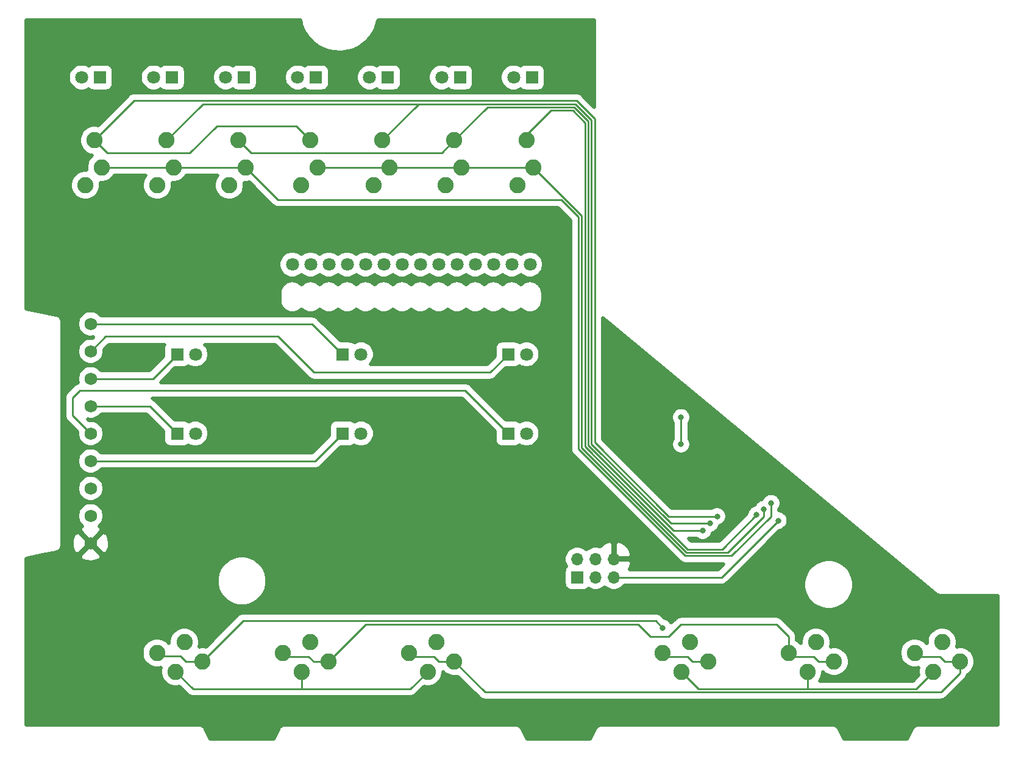
<source format=gbl>
G04 #@! TF.GenerationSoftware,KiCad,Pcbnew,(5.1.7)-1*
G04 #@! TF.CreationDate,2022-05-13T22:16:47+02:00*
G04 #@! TF.ProjectId,Anzeige-Modul,416e7a65-6967-4652-9d4d-6f64756c2e6b,rev?*
G04 #@! TF.SameCoordinates,Original*
G04 #@! TF.FileFunction,Copper,L2,Bot*
G04 #@! TF.FilePolarity,Positive*
%FSLAX46Y46*%
G04 Gerber Fmt 4.6, Leading zero omitted, Abs format (unit mm)*
G04 Created by KiCad (PCBNEW (5.1.7)-1) date 2022-05-13 22:16:47*
%MOMM*%
%LPD*%
G01*
G04 APERTURE LIST*
G04 #@! TA.AperFunction,ComponentPad*
%ADD10C,1.800000*%
G04 #@! TD*
G04 #@! TA.AperFunction,ComponentPad*
%ADD11C,1.750000*%
G04 #@! TD*
G04 #@! TA.AperFunction,ComponentPad*
%ADD12C,2.250000*%
G04 #@! TD*
G04 #@! TA.AperFunction,ComponentPad*
%ADD13R,1.800000X1.800000*%
G04 #@! TD*
G04 #@! TA.AperFunction,ComponentPad*
%ADD14R,1.700000X1.700000*%
G04 #@! TD*
G04 #@! TA.AperFunction,ComponentPad*
%ADD15O,1.700000X1.700000*%
G04 #@! TD*
G04 #@! TA.AperFunction,ViaPad*
%ADD16C,0.800000*%
G04 #@! TD*
G04 #@! TA.AperFunction,Conductor*
%ADD17C,0.500000*%
G04 #@! TD*
G04 #@! TA.AperFunction,Conductor*
%ADD18C,0.250000*%
G04 #@! TD*
G04 #@! TA.AperFunction,Conductor*
%ADD19C,0.100000*%
G04 #@! TD*
G04 APERTURE END LIST*
D10*
X82480000Y-49000000D03*
X79940000Y-49000000D03*
X77400000Y-49000000D03*
X74860000Y-49000000D03*
X72320000Y-49000000D03*
X69780000Y-49000000D03*
X67240000Y-49000000D03*
X64700000Y-49000000D03*
X62160000Y-49000000D03*
X59620000Y-49000000D03*
X57080000Y-49000000D03*
X54540000Y-49000000D03*
X52000000Y-49000000D03*
X85020000Y-49000000D03*
D11*
X24000000Y-57260000D03*
X24000000Y-61070000D03*
X24000000Y-64880000D03*
X24000000Y-68690000D03*
X24000000Y-72500000D03*
X24000000Y-76310000D03*
X24000000Y-80120000D03*
X24000000Y-83930000D03*
X24000000Y-87740000D03*
D12*
X83250000Y-38000000D03*
X85500000Y-35500000D03*
X84500000Y-31750000D03*
X73250000Y-38000000D03*
X75500000Y-35500000D03*
X74500000Y-31750000D03*
X63250000Y-38000000D03*
X65500000Y-35500000D03*
X64500000Y-31750000D03*
X53250000Y-38000000D03*
X55500000Y-35500000D03*
X54500000Y-31750000D03*
X43250000Y-38000000D03*
X45500000Y-35500000D03*
X44500000Y-31750000D03*
X33250000Y-38000000D03*
X35500000Y-35500000D03*
X34500000Y-31750000D03*
X23250000Y-38000000D03*
X25500000Y-35500000D03*
X24500000Y-31750000D03*
D13*
X85270000Y-23000000D03*
D10*
X82730000Y-23000000D03*
D13*
X75270000Y-23000000D03*
D10*
X72730000Y-23000000D03*
D13*
X65270000Y-23000000D03*
D10*
X62730000Y-23000000D03*
D13*
X55270000Y-23000000D03*
D10*
X52730000Y-23000000D03*
D13*
X45270000Y-23000000D03*
D10*
X42730000Y-23000000D03*
D13*
X35270000Y-23000000D03*
D10*
X32730000Y-23000000D03*
D13*
X25270000Y-23000000D03*
D10*
X22730000Y-23000000D03*
D12*
X39500000Y-104200000D03*
X35800000Y-105600000D03*
X33200000Y-103000000D03*
X37000000Y-101500000D03*
X57000000Y-104200000D03*
X53300000Y-105600000D03*
X50700000Y-103000000D03*
X54500000Y-101500000D03*
X74500000Y-104200000D03*
X70800000Y-105600000D03*
X68200000Y-103000000D03*
X72000000Y-101500000D03*
X109750000Y-104200000D03*
X106050000Y-105600000D03*
X103450000Y-103000000D03*
X107250000Y-101500000D03*
X144750000Y-104200000D03*
X141050000Y-105600000D03*
X138450000Y-103000000D03*
X142250000Y-101500000D03*
X127250000Y-104200000D03*
X123550000Y-105600000D03*
X120950000Y-103000000D03*
X124750000Y-101500000D03*
D13*
X36000000Y-61500000D03*
D10*
X38540000Y-61500000D03*
D13*
X59000000Y-61500000D03*
D10*
X61540000Y-61500000D03*
D13*
X82000000Y-61500000D03*
D10*
X84540000Y-61500000D03*
D13*
X36000000Y-72500000D03*
D10*
X38540000Y-72500000D03*
D13*
X59000000Y-72500000D03*
D10*
X61540000Y-72500000D03*
D13*
X82000000Y-72500000D03*
D10*
X84540000Y-72500000D03*
D14*
X91585000Y-92500000D03*
D15*
X91585000Y-89960000D03*
X94125000Y-92500000D03*
X94125000Y-89960000D03*
X96665000Y-92500000D03*
X96665000Y-89960000D03*
D16*
X100000000Y-72350000D03*
X100000000Y-73200000D03*
X100000000Y-74050000D03*
X100000000Y-74900000D03*
X100000000Y-75750000D03*
X100000000Y-76600000D03*
X85950000Y-79000000D03*
X85950000Y-68000000D03*
X39950000Y-68000000D03*
X39950000Y-79000000D03*
X62950000Y-68000000D03*
X62950000Y-79000000D03*
X34500000Y-87000000D03*
X106000000Y-94000000D03*
X110250000Y-87000000D03*
X109612653Y-82500000D03*
X106800000Y-76200000D03*
X112400000Y-73500000D03*
X104000000Y-76000000D03*
X103500000Y-68000000D03*
X96500000Y-68000000D03*
X37365000Y-53000000D03*
X42445000Y-52500000D03*
X38635000Y-52500000D03*
X27000000Y-49300000D03*
X119500000Y-84600000D03*
X103450000Y-99500000D03*
X109000000Y-86000000D03*
X110000000Y-85000000D03*
X111000000Y-84000000D03*
X118500000Y-82200000D03*
X117500000Y-83000000D03*
X116500000Y-83800000D03*
X106000000Y-70250000D03*
X106000000Y-74000000D03*
D17*
X24030000Y-80200000D02*
X24000000Y-80170000D01*
D18*
X119500000Y-84600000D02*
X111600000Y-92500000D01*
X111600000Y-92500000D02*
X111500000Y-92500000D01*
X96665000Y-92500000D02*
X111500000Y-92500000D01*
X24000000Y-64880000D02*
X32620000Y-64880000D01*
X32620000Y-64880000D02*
X36000000Y-61500000D01*
X24000000Y-57260000D02*
X54760000Y-57260000D01*
X54760000Y-57260000D02*
X59000000Y-61500000D01*
X24000000Y-61070000D02*
X26070000Y-59000000D01*
X26070000Y-59000000D02*
X50000000Y-59000000D01*
X50000000Y-59000000D02*
X55000000Y-64000000D01*
X55000000Y-64000000D02*
X79500000Y-64000000D01*
X79500000Y-64000000D02*
X82000000Y-61500000D01*
X24000000Y-68690000D02*
X32190000Y-68690000D01*
X32190000Y-68690000D02*
X36000000Y-72500000D01*
X24000000Y-76310000D02*
X55190000Y-76310000D01*
X55190000Y-76310000D02*
X59000000Y-72500000D01*
X76000000Y-66500000D02*
X82000000Y-72500000D01*
X22500000Y-66500000D02*
X76000000Y-66500000D01*
X21500000Y-67500000D02*
X22500000Y-66500000D01*
X21500000Y-70000000D02*
X21500000Y-67500000D01*
X24000000Y-72500000D02*
X21500000Y-70000000D01*
X33600001Y-103400001D02*
X33200000Y-103000000D01*
X36412003Y-103400001D02*
X33600001Y-103400001D01*
X37212002Y-104200000D02*
X36412003Y-103400001D01*
X39500000Y-104200000D02*
X37212002Y-104200000D01*
X103950001Y-103500001D02*
X103450000Y-103000000D01*
X106910003Y-103500001D02*
X103950001Y-103500001D01*
X107610002Y-104200000D02*
X106910003Y-103500001D01*
X109750000Y-104200000D02*
X107610002Y-104200000D01*
X45150010Y-98549990D02*
X39500000Y-104200000D01*
X102499990Y-98549990D02*
X102450010Y-98549990D01*
X103450000Y-99500000D02*
X102499990Y-98549990D01*
X102450010Y-98549990D02*
X45150010Y-98549990D01*
X93099980Y-29122800D02*
X91127200Y-27150020D01*
X93099980Y-74122800D02*
X93099980Y-29122800D01*
X104977180Y-86000000D02*
X93099980Y-74122800D01*
X109000000Y-86000000D02*
X104977180Y-86000000D01*
X79099980Y-27150020D02*
X80150020Y-27150020D01*
X74500000Y-31750000D02*
X79099980Y-27150020D01*
X91127200Y-27150020D02*
X80150020Y-27150020D01*
X44500000Y-31750000D02*
X46250000Y-33500000D01*
X72750000Y-33500000D02*
X74500000Y-31750000D01*
X46250000Y-33500000D02*
X72750000Y-33500000D01*
X35800000Y-105600000D02*
X38200000Y-108000000D01*
X68400000Y-108000000D02*
X70800000Y-105600000D01*
X53300000Y-107950000D02*
X53250000Y-108000000D01*
X53250000Y-108000000D02*
X68400000Y-108000000D01*
X53300000Y-105600000D02*
X53300000Y-107950000D01*
X38200000Y-108000000D02*
X53250000Y-108000000D01*
X68799990Y-26700010D02*
X69450010Y-26700010D01*
X51200001Y-103500001D02*
X50700000Y-103000000D01*
X54250001Y-103500001D02*
X51200001Y-103500001D01*
X54950000Y-104200000D02*
X54250001Y-103500001D01*
X57000000Y-104200000D02*
X54950000Y-104200000D01*
X121450001Y-103500001D02*
X120950000Y-103000000D01*
X124410003Y-103500001D02*
X121450001Y-103500001D01*
X125110002Y-104200000D02*
X124410003Y-103500001D01*
X127250000Y-104200000D02*
X125110002Y-104200000D01*
X120950000Y-100700000D02*
X120950000Y-103000000D01*
X106000000Y-99000000D02*
X119250000Y-99000000D01*
X104250000Y-100750000D02*
X106000000Y-99000000D01*
X101750000Y-100750000D02*
X104250000Y-100750000D01*
X119250000Y-99000000D02*
X120950000Y-100700000D01*
X100000000Y-99000000D02*
X101750000Y-100750000D01*
X62200000Y-99000000D02*
X100000000Y-99000000D01*
X57000000Y-104200000D02*
X62200000Y-99000000D01*
X91313600Y-26700010D02*
X90200010Y-26700010D01*
X93549990Y-28936400D02*
X91313600Y-26700010D01*
X93549991Y-73936401D02*
X93549990Y-28936400D01*
X104613590Y-85000000D02*
X93549991Y-73936401D01*
X110000000Y-85000000D02*
X104613590Y-85000000D01*
X39549990Y-26700010D02*
X39950010Y-26700010D01*
X34500000Y-31750000D02*
X39549990Y-26700010D01*
X39950010Y-26700010D02*
X69450010Y-26700010D01*
X64500000Y-31750000D02*
X69549990Y-26700010D01*
X70049990Y-26700010D02*
X69450010Y-26700010D01*
X69549990Y-26700010D02*
X70049990Y-26700010D01*
X90200010Y-26700010D02*
X70049990Y-26700010D01*
X94000000Y-28750000D02*
X91500000Y-26250000D01*
X94000000Y-73750000D02*
X94000000Y-28750000D01*
X68700001Y-103500001D02*
X68200000Y-103000000D01*
X71660003Y-103500001D02*
X68700001Y-103500001D01*
X72360002Y-104200000D02*
X71660003Y-103500001D01*
X74500000Y-104200000D02*
X72360002Y-104200000D01*
X138950001Y-103500001D02*
X138450000Y-103000000D01*
X141910003Y-103500001D02*
X138950001Y-103500001D01*
X142610002Y-104200000D02*
X141910003Y-103500001D01*
X144750000Y-104200000D02*
X142610002Y-104200000D01*
X74500000Y-104200000D02*
X78750010Y-108450010D01*
X144750000Y-105790990D02*
X144750000Y-104200000D01*
X142090980Y-108450010D02*
X144750000Y-105790990D01*
X78750010Y-108450010D02*
X142090980Y-108450010D01*
X104250000Y-84000000D02*
X103875000Y-83625000D01*
X111000000Y-84000000D02*
X104250000Y-84000000D01*
X103875000Y-83625000D02*
X94000000Y-73750000D01*
X24500000Y-31750000D02*
X30000000Y-26250000D01*
X91500000Y-26250000D02*
X30000000Y-26250000D01*
X24500000Y-31750000D02*
X26250000Y-33500000D01*
X54500000Y-31750000D02*
X52500000Y-29750000D01*
X41500000Y-29750000D02*
X37750000Y-33500000D01*
X52500000Y-29750000D02*
X41500000Y-29750000D01*
X26250000Y-33500000D02*
X37750000Y-33500000D01*
X106050000Y-105600000D02*
X108450000Y-108000000D01*
X138650000Y-108000000D02*
X141050000Y-105600000D01*
X123550000Y-107950000D02*
X123500000Y-108000000D01*
X123550000Y-105600000D02*
X123550000Y-107950000D01*
X123500000Y-108000000D02*
X138650000Y-108000000D01*
X108450000Y-108000000D02*
X123500000Y-108000000D01*
X25500000Y-35500000D02*
X45500000Y-35500000D01*
X118500000Y-84000000D02*
X118500000Y-82200000D01*
X113020367Y-89479633D02*
X118500000Y-84000000D01*
X106547583Y-89479633D02*
X113020367Y-89479633D01*
X91749950Y-74682000D02*
X106547583Y-89479633D01*
X89363590Y-40000000D02*
X91749950Y-42386360D01*
X50000000Y-40000000D02*
X89363590Y-40000000D01*
X91749950Y-42386360D02*
X91749950Y-74682000D01*
X45500000Y-35500000D02*
X50000000Y-40000000D01*
X117500000Y-84000000D02*
X117500000Y-83000000D01*
X112470376Y-89029624D02*
X117500000Y-84000000D01*
X106733984Y-89029624D02*
X112470376Y-89029624D01*
X92199960Y-74495600D02*
X106733984Y-89029624D01*
X55500000Y-35500000D02*
X75500000Y-35500000D01*
X75500000Y-35500000D02*
X85500000Y-35500000D01*
X85500000Y-35500000D02*
X92199960Y-42199960D01*
X92199960Y-42449960D02*
X92199960Y-74495600D01*
X92199960Y-42199960D02*
X92199960Y-42449960D01*
X84000000Y-31500000D02*
X87899970Y-27600030D01*
X87899970Y-27600030D02*
X90940800Y-27600030D01*
X90940800Y-27600030D02*
X92649970Y-29309200D01*
X92649970Y-29309200D02*
X92649970Y-37850030D01*
X92649970Y-74309200D02*
X92649973Y-74309203D01*
X92649970Y-37850030D02*
X92649970Y-74309200D01*
X92649973Y-74309203D02*
X101420385Y-83079615D01*
X111720385Y-88579615D02*
X116500000Y-83800000D01*
X106920385Y-88579615D02*
X111720385Y-88579615D01*
X101420385Y-83079615D02*
X106920385Y-88579615D01*
X106000000Y-70250000D02*
X106000000Y-74000000D01*
D17*
X53179314Y-15474526D02*
X53192790Y-15520021D01*
X53201762Y-15566612D01*
X53234608Y-15661198D01*
X53234612Y-15661211D01*
X53234613Y-15661212D01*
X53554133Y-16454042D01*
X53575969Y-16496168D01*
X53593588Y-16540219D01*
X53643730Y-16626892D01*
X53643735Y-16626902D01*
X53643739Y-16626906D01*
X54107410Y-17345008D01*
X54136815Y-17382242D01*
X54162450Y-17422172D01*
X54228072Y-17497794D01*
X54228082Y-17497807D01*
X54228088Y-17497812D01*
X54819184Y-18115279D01*
X54855103Y-18146284D01*
X54887823Y-18180643D01*
X54966550Y-18242483D01*
X54966573Y-18242503D01*
X54966586Y-18242510D01*
X55663771Y-18737059D01*
X55704905Y-18760712D01*
X55743530Y-18788263D01*
X55832558Y-18834116D01*
X56610696Y-19187915D01*
X56655562Y-19203364D01*
X56698701Y-19223114D01*
X56794779Y-19251300D01*
X56794791Y-19251304D01*
X56794796Y-19251305D01*
X57625794Y-19451576D01*
X57672771Y-19458262D01*
X57718864Y-19469498D01*
X57818552Y-19479010D01*
X58672432Y-19518532D01*
X58719824Y-19516214D01*
X58767216Y-19518532D01*
X58866904Y-19509021D01*
X59712852Y-19386364D01*
X59758952Y-19375126D01*
X59805924Y-19368441D01*
X59901996Y-19340256D01*
X59902016Y-19340251D01*
X59902025Y-19340247D01*
X60709508Y-19059841D01*
X60752644Y-19040092D01*
X60797511Y-19024643D01*
X60886538Y-18978791D01*
X61626438Y-18550748D01*
X61665070Y-18523192D01*
X61706197Y-18499543D01*
X61784938Y-18437692D01*
X61784949Y-18437684D01*
X61784954Y-18437679D01*
X62430559Y-17877452D01*
X62463284Y-17843087D01*
X62499196Y-17812089D01*
X62564829Y-17736454D01*
X63092855Y-17064246D01*
X63118488Y-17024319D01*
X63147895Y-16987083D01*
X63198036Y-16900411D01*
X63198042Y-16900402D01*
X63198044Y-16900398D01*
X63589429Y-16140475D01*
X63607050Y-16096420D01*
X63628884Y-16054297D01*
X63661735Y-15959697D01*
X63902363Y-15139471D01*
X63911335Y-15092879D01*
X63924811Y-15047386D01*
X63928057Y-15025000D01*
X93975000Y-15025000D01*
X93975000Y-27134011D01*
X92334578Y-25493589D01*
X92299344Y-25450656D01*
X92128040Y-25310071D01*
X91932602Y-25205607D01*
X91720538Y-25141278D01*
X91555264Y-25125000D01*
X91555261Y-25125000D01*
X91500000Y-25119557D01*
X91444739Y-25125000D01*
X30055262Y-25125000D01*
X30000000Y-25119557D01*
X29944738Y-25125000D01*
X29944736Y-25125000D01*
X29779462Y-25141278D01*
X29567398Y-25205607D01*
X29371959Y-25310071D01*
X29279398Y-25386035D01*
X29200656Y-25450656D01*
X29165426Y-25493584D01*
X24980137Y-29678874D01*
X24709294Y-29625000D01*
X24290706Y-29625000D01*
X23880160Y-29706663D01*
X23493435Y-29866849D01*
X23145391Y-30099405D01*
X22849405Y-30395391D01*
X22616849Y-30743435D01*
X22456663Y-31130160D01*
X22375000Y-31540706D01*
X22375000Y-31959294D01*
X22456663Y-32369840D01*
X22616849Y-32756565D01*
X22849405Y-33104609D01*
X23145391Y-33400595D01*
X23493435Y-33633151D01*
X23880160Y-33793337D01*
X24149208Y-33846854D01*
X24145391Y-33849405D01*
X23849405Y-34145391D01*
X23616849Y-34493435D01*
X23456663Y-34880160D01*
X23375000Y-35290706D01*
X23375000Y-35709294D01*
X23407961Y-35875000D01*
X23040706Y-35875000D01*
X22630160Y-35956663D01*
X22243435Y-36116849D01*
X21895391Y-36349405D01*
X21599405Y-36645391D01*
X21366849Y-36993435D01*
X21206663Y-37380160D01*
X21125000Y-37790706D01*
X21125000Y-38209294D01*
X21206663Y-38619840D01*
X21366849Y-39006565D01*
X21599405Y-39354609D01*
X21895391Y-39650595D01*
X22243435Y-39883151D01*
X22630160Y-40043337D01*
X23040706Y-40125000D01*
X23459294Y-40125000D01*
X23869840Y-40043337D01*
X24256565Y-39883151D01*
X24604609Y-39650595D01*
X24900595Y-39354609D01*
X25133151Y-39006565D01*
X25293337Y-38619840D01*
X25375000Y-38209294D01*
X25375000Y-37790706D01*
X25342039Y-37625000D01*
X25709294Y-37625000D01*
X26119840Y-37543337D01*
X26506565Y-37383151D01*
X26854609Y-37150595D01*
X27150595Y-36854609D01*
X27304015Y-36625000D01*
X31619796Y-36625000D01*
X31599405Y-36645391D01*
X31366849Y-36993435D01*
X31206663Y-37380160D01*
X31125000Y-37790706D01*
X31125000Y-38209294D01*
X31206663Y-38619840D01*
X31366849Y-39006565D01*
X31599405Y-39354609D01*
X31895391Y-39650595D01*
X32243435Y-39883151D01*
X32630160Y-40043337D01*
X33040706Y-40125000D01*
X33459294Y-40125000D01*
X33869840Y-40043337D01*
X34256565Y-39883151D01*
X34604609Y-39650595D01*
X34900595Y-39354609D01*
X35133151Y-39006565D01*
X35293337Y-38619840D01*
X35375000Y-38209294D01*
X35375000Y-37790706D01*
X35342039Y-37625000D01*
X35709294Y-37625000D01*
X36119840Y-37543337D01*
X36506565Y-37383151D01*
X36854609Y-37150595D01*
X37150595Y-36854609D01*
X37304015Y-36625000D01*
X41619796Y-36625000D01*
X41599405Y-36645391D01*
X41366849Y-36993435D01*
X41206663Y-37380160D01*
X41125000Y-37790706D01*
X41125000Y-38209294D01*
X41206663Y-38619840D01*
X41366849Y-39006565D01*
X41599405Y-39354609D01*
X41895391Y-39650595D01*
X42243435Y-39883151D01*
X42630160Y-40043337D01*
X43040706Y-40125000D01*
X43459294Y-40125000D01*
X43869840Y-40043337D01*
X44256565Y-39883151D01*
X44604609Y-39650595D01*
X44900595Y-39354609D01*
X45133151Y-39006565D01*
X45293337Y-38619840D01*
X45375000Y-38209294D01*
X45375000Y-37790706D01*
X45342039Y-37625000D01*
X45709294Y-37625000D01*
X45980137Y-37571126D01*
X49165426Y-40756416D01*
X49200656Y-40799344D01*
X49371960Y-40939929D01*
X49567398Y-41044393D01*
X49779462Y-41108722D01*
X49944736Y-41125000D01*
X49944738Y-41125000D01*
X49999999Y-41130443D01*
X50055261Y-41125000D01*
X88897601Y-41125000D01*
X90624950Y-42852350D01*
X90624951Y-74626728D01*
X90619507Y-74682000D01*
X90641229Y-74902538D01*
X90705557Y-75114601D01*
X90751887Y-75201278D01*
X90810022Y-75310040D01*
X90950607Y-75481344D01*
X90993535Y-75516574D01*
X105713009Y-90236049D01*
X105748239Y-90278977D01*
X105811776Y-90331120D01*
X105919541Y-90419561D01*
X105919543Y-90419562D01*
X106114981Y-90524026D01*
X106327045Y-90588355D01*
X106492319Y-90604633D01*
X106492328Y-90604633D01*
X106547582Y-90610075D01*
X106602836Y-90604633D01*
X111904378Y-90604633D01*
X111134011Y-91375000D01*
X98840471Y-91375000D01*
X99058214Y-90976139D01*
X99210468Y-90489721D01*
X98824496Y-90085000D01*
X96790000Y-90085000D01*
X96790000Y-90105000D01*
X96540000Y-90105000D01*
X96540000Y-90085000D01*
X96520000Y-90085000D01*
X96520000Y-89835000D01*
X96540000Y-89835000D01*
X96540000Y-87801116D01*
X96790000Y-87801116D01*
X96790000Y-89835000D01*
X98824496Y-89835000D01*
X99210468Y-89430279D01*
X99058214Y-88943861D01*
X98813990Y-88496493D01*
X98487182Y-88105367D01*
X98090348Y-87785513D01*
X97638739Y-87549224D01*
X97194720Y-87414535D01*
X96790000Y-87801116D01*
X96540000Y-87801116D01*
X96135280Y-87414535D01*
X95691261Y-87549224D01*
X95239652Y-87785513D01*
X94842818Y-88105367D01*
X94749996Y-88216457D01*
X94664625Y-88181095D01*
X94307209Y-88110000D01*
X93942791Y-88110000D01*
X93585375Y-88181095D01*
X93248697Y-88320552D01*
X92945694Y-88523011D01*
X92855000Y-88613705D01*
X92764306Y-88523011D01*
X92461303Y-88320552D01*
X92124625Y-88181095D01*
X91767209Y-88110000D01*
X91402791Y-88110000D01*
X91045375Y-88181095D01*
X90708697Y-88320552D01*
X90405694Y-88523011D01*
X90148011Y-88780694D01*
X89945552Y-89083697D01*
X89806095Y-89420375D01*
X89735000Y-89777791D01*
X89735000Y-90142209D01*
X89806095Y-90499625D01*
X89945552Y-90836303D01*
X90018968Y-90946179D01*
X89899508Y-91091742D01*
X89806651Y-91265465D01*
X89749470Y-91453966D01*
X89730162Y-91650000D01*
X89730162Y-93350000D01*
X89749470Y-93546034D01*
X89806651Y-93734535D01*
X89899508Y-93908258D01*
X90024472Y-94060528D01*
X90176742Y-94185492D01*
X90350465Y-94278349D01*
X90538966Y-94335530D01*
X90735000Y-94354838D01*
X92435000Y-94354838D01*
X92631034Y-94335530D01*
X92819535Y-94278349D01*
X92993258Y-94185492D01*
X93138821Y-94066032D01*
X93248697Y-94139448D01*
X93585375Y-94278905D01*
X93942791Y-94350000D01*
X94307209Y-94350000D01*
X94664625Y-94278905D01*
X95001303Y-94139448D01*
X95304306Y-93936989D01*
X95395000Y-93846295D01*
X95485694Y-93936989D01*
X95788697Y-94139448D01*
X96125375Y-94278905D01*
X96482791Y-94350000D01*
X96847209Y-94350000D01*
X97204625Y-94278905D01*
X97541303Y-94139448D01*
X97844306Y-93936989D01*
X98101989Y-93679306D01*
X98138275Y-93625000D01*
X111544739Y-93625000D01*
X111600000Y-93630443D01*
X111655261Y-93625000D01*
X111655264Y-93625000D01*
X111820538Y-93608722D01*
X112032602Y-93544393D01*
X112228040Y-93439929D01*
X112399344Y-93299344D01*
X112434578Y-93256411D01*
X112535709Y-93155280D01*
X123000000Y-93155280D01*
X123000000Y-93844720D01*
X123134503Y-94520912D01*
X123398340Y-95157872D01*
X123781372Y-95731120D01*
X124268880Y-96218628D01*
X124842128Y-96601660D01*
X125479088Y-96865497D01*
X126155280Y-97000000D01*
X126844720Y-97000000D01*
X127520912Y-96865497D01*
X128157872Y-96601660D01*
X128731120Y-96218628D01*
X129218628Y-95731120D01*
X129601660Y-95157872D01*
X129865497Y-94520912D01*
X130000000Y-93844720D01*
X130000000Y-93155280D01*
X129865497Y-92479088D01*
X129601660Y-91842128D01*
X129218628Y-91268880D01*
X128731120Y-90781372D01*
X128157872Y-90398340D01*
X127520912Y-90134503D01*
X126844720Y-90000000D01*
X126155280Y-90000000D01*
X125479088Y-90134503D01*
X124842128Y-90398340D01*
X124268880Y-90781372D01*
X123781372Y-91268880D01*
X123398340Y-91842128D01*
X123134503Y-92479088D01*
X123000000Y-93155280D01*
X112535709Y-93155280D01*
X119704175Y-85986815D01*
X119908365Y-85946199D01*
X120163149Y-85840664D01*
X120392448Y-85687451D01*
X120587451Y-85492448D01*
X120740664Y-85263149D01*
X120846199Y-85008365D01*
X120900000Y-84737888D01*
X120900000Y-84462112D01*
X120846199Y-84191635D01*
X120740664Y-83936851D01*
X120587451Y-83707552D01*
X120392448Y-83512549D01*
X120163149Y-83359336D01*
X119908365Y-83253801D01*
X119637888Y-83200000D01*
X119625000Y-83200000D01*
X119625000Y-83036252D01*
X119740664Y-82863149D01*
X119846199Y-82608365D01*
X119900000Y-82337888D01*
X119900000Y-82062112D01*
X119846199Y-81791635D01*
X119740664Y-81536851D01*
X119587451Y-81307552D01*
X119392448Y-81112549D01*
X119163149Y-80959336D01*
X118908365Y-80853801D01*
X118637888Y-80800000D01*
X118362112Y-80800000D01*
X118091635Y-80853801D01*
X117836851Y-80959336D01*
X117607552Y-81112549D01*
X117412549Y-81307552D01*
X117259336Y-81536851D01*
X117221602Y-81627949D01*
X117091635Y-81653801D01*
X116836851Y-81759336D01*
X116607552Y-81912549D01*
X116412549Y-82107552D01*
X116259336Y-82336851D01*
X116221602Y-82427949D01*
X116091635Y-82453801D01*
X115836851Y-82559336D01*
X115607552Y-82712549D01*
X115412549Y-82907552D01*
X115259336Y-83136851D01*
X115153801Y-83391635D01*
X115113185Y-83595825D01*
X111254396Y-87454615D01*
X107386375Y-87454615D01*
X107056760Y-87125000D01*
X108163748Y-87125000D01*
X108336851Y-87240664D01*
X108591635Y-87346199D01*
X108862112Y-87400000D01*
X109137888Y-87400000D01*
X109408365Y-87346199D01*
X109663149Y-87240664D01*
X109892448Y-87087451D01*
X110087451Y-86892448D01*
X110240664Y-86663149D01*
X110346199Y-86408365D01*
X110356513Y-86356513D01*
X110408365Y-86346199D01*
X110663149Y-86240664D01*
X110892448Y-86087451D01*
X111087451Y-85892448D01*
X111240664Y-85663149D01*
X111346199Y-85408365D01*
X111356513Y-85356513D01*
X111408365Y-85346199D01*
X111663149Y-85240664D01*
X111892448Y-85087451D01*
X112087451Y-84892448D01*
X112240664Y-84663149D01*
X112346199Y-84408365D01*
X112400000Y-84137888D01*
X112400000Y-83862112D01*
X112346199Y-83591635D01*
X112240664Y-83336851D01*
X112087451Y-83107552D01*
X111892448Y-82912549D01*
X111663149Y-82759336D01*
X111408365Y-82653801D01*
X111137888Y-82600000D01*
X110862112Y-82600000D01*
X110591635Y-82653801D01*
X110336851Y-82759336D01*
X110163748Y-82875000D01*
X104715989Y-82875000D01*
X104709577Y-82868588D01*
X104709572Y-82868582D01*
X95125000Y-73284011D01*
X95125000Y-70112112D01*
X104600000Y-70112112D01*
X104600000Y-70387888D01*
X104653801Y-70658365D01*
X104759336Y-70913149D01*
X104875000Y-71086252D01*
X104875001Y-73163747D01*
X104759336Y-73336851D01*
X104653801Y-73591635D01*
X104600000Y-73862112D01*
X104600000Y-74137888D01*
X104653801Y-74408365D01*
X104759336Y-74663149D01*
X104912549Y-74892448D01*
X105107552Y-75087451D01*
X105336851Y-75240664D01*
X105591635Y-75346199D01*
X105862112Y-75400000D01*
X106137888Y-75400000D01*
X106408365Y-75346199D01*
X106663149Y-75240664D01*
X106892448Y-75087451D01*
X107087451Y-74892448D01*
X107240664Y-74663149D01*
X107346199Y-74408365D01*
X107400000Y-74137888D01*
X107400000Y-73862112D01*
X107346199Y-73591635D01*
X107240664Y-73336851D01*
X107125000Y-73163748D01*
X107125000Y-71086252D01*
X107240664Y-70913149D01*
X107346199Y-70658365D01*
X107400000Y-70387888D01*
X107400000Y-70112112D01*
X107346199Y-69841635D01*
X107240664Y-69586851D01*
X107087451Y-69357552D01*
X106892448Y-69162549D01*
X106663149Y-69009336D01*
X106408365Y-68903801D01*
X106137888Y-68850000D01*
X105862112Y-68850000D01*
X105591635Y-68903801D01*
X105336851Y-69009336D01*
X105107552Y-69162549D01*
X104912549Y-69357552D01*
X104759336Y-69586851D01*
X104653801Y-69841635D01*
X104600000Y-70112112D01*
X95125000Y-70112112D01*
X95125000Y-56435649D01*
X141269932Y-94726126D01*
X141271709Y-94728291D01*
X141347582Y-94790559D01*
X141384211Y-94820953D01*
X141386517Y-94822512D01*
X141427785Y-94856380D01*
X141469957Y-94878921D01*
X141509565Y-94905698D01*
X141558770Y-94926392D01*
X141605852Y-94951558D01*
X141651612Y-94965439D01*
X141695682Y-94983974D01*
X141747976Y-94994671D01*
X141799065Y-95010169D01*
X141846650Y-95014856D01*
X141893494Y-95024438D01*
X141946877Y-95024727D01*
X141949649Y-95025000D01*
X141997309Y-95025000D01*
X142095398Y-95025531D01*
X142098145Y-95025000D01*
X149975001Y-95025000D01*
X149975000Y-112975000D01*
X139086874Y-112975000D01*
X139073012Y-112972633D01*
X138986088Y-112975000D01*
X138949649Y-112975000D01*
X138935725Y-112976371D01*
X138871180Y-112978129D01*
X138835495Y-112986243D01*
X138799065Y-112989831D01*
X138737257Y-113008580D01*
X138674298Y-113022896D01*
X138640880Y-113037816D01*
X138605852Y-113048442D01*
X138548900Y-113078883D01*
X138489932Y-113105211D01*
X138460065Y-113126366D01*
X138427785Y-113143620D01*
X138377861Y-113184592D01*
X138325169Y-113221914D01*
X138300004Y-113248488D01*
X138271709Y-113271709D01*
X138230742Y-113321627D01*
X138186338Y-113368517D01*
X138166839Y-113399493D01*
X138143620Y-113427785D01*
X138113181Y-113484733D01*
X138105729Y-113496571D01*
X138089437Y-113529156D01*
X138048442Y-113605852D01*
X138044359Y-113619310D01*
X137366516Y-114975000D01*
X128633484Y-114975000D01*
X127955642Y-113619315D01*
X127951558Y-113605852D01*
X127910548Y-113529128D01*
X127894270Y-113496571D01*
X127886825Y-113484744D01*
X127856380Y-113427785D01*
X127833157Y-113399487D01*
X127813661Y-113368517D01*
X127769263Y-113321633D01*
X127728291Y-113271709D01*
X127699995Y-113248487D01*
X127674831Y-113221914D01*
X127622141Y-113184594D01*
X127572215Y-113143620D01*
X127539932Y-113126365D01*
X127510067Y-113105211D01*
X127451105Y-113078886D01*
X127394148Y-113048442D01*
X127359117Y-113037815D01*
X127325701Y-113022896D01*
X127262746Y-113008581D01*
X127200935Y-112989831D01*
X127164503Y-112986243D01*
X127128819Y-112978129D01*
X127064276Y-112976371D01*
X127050351Y-112975000D01*
X127013912Y-112975000D01*
X126926988Y-112972633D01*
X126913126Y-112975000D01*
X95086874Y-112975000D01*
X95073012Y-112972633D01*
X94986088Y-112975000D01*
X94949649Y-112975000D01*
X94935725Y-112976371D01*
X94871180Y-112978129D01*
X94835495Y-112986243D01*
X94799065Y-112989831D01*
X94737257Y-113008580D01*
X94674298Y-113022896D01*
X94640880Y-113037816D01*
X94605852Y-113048442D01*
X94548900Y-113078883D01*
X94489932Y-113105211D01*
X94460065Y-113126366D01*
X94427785Y-113143620D01*
X94377861Y-113184592D01*
X94325169Y-113221914D01*
X94300004Y-113248488D01*
X94271709Y-113271709D01*
X94230742Y-113321627D01*
X94186338Y-113368517D01*
X94166839Y-113399493D01*
X94143620Y-113427785D01*
X94113181Y-113484733D01*
X94105729Y-113496571D01*
X94089437Y-113529156D01*
X94048442Y-113605852D01*
X94044359Y-113619310D01*
X93366516Y-114975000D01*
X84633484Y-114975000D01*
X83955642Y-113619315D01*
X83951558Y-113605852D01*
X83910548Y-113529128D01*
X83894270Y-113496571D01*
X83886825Y-113484744D01*
X83856380Y-113427785D01*
X83833157Y-113399487D01*
X83813661Y-113368517D01*
X83769263Y-113321633D01*
X83728291Y-113271709D01*
X83699995Y-113248487D01*
X83674831Y-113221914D01*
X83622141Y-113184594D01*
X83572215Y-113143620D01*
X83539932Y-113126365D01*
X83510067Y-113105211D01*
X83451105Y-113078886D01*
X83394148Y-113048442D01*
X83359117Y-113037815D01*
X83325701Y-113022896D01*
X83262746Y-113008581D01*
X83200935Y-112989831D01*
X83164503Y-112986243D01*
X83128819Y-112978129D01*
X83064276Y-112976371D01*
X83050351Y-112975000D01*
X83013912Y-112975000D01*
X82926988Y-112972633D01*
X82913126Y-112975000D01*
X51086874Y-112975000D01*
X51073012Y-112972633D01*
X50986088Y-112975000D01*
X50949649Y-112975000D01*
X50935725Y-112976371D01*
X50871180Y-112978129D01*
X50835495Y-112986243D01*
X50799065Y-112989831D01*
X50737257Y-113008580D01*
X50674298Y-113022896D01*
X50640880Y-113037816D01*
X50605852Y-113048442D01*
X50548900Y-113078883D01*
X50489932Y-113105211D01*
X50460065Y-113126366D01*
X50427785Y-113143620D01*
X50377861Y-113184592D01*
X50325169Y-113221914D01*
X50300004Y-113248488D01*
X50271709Y-113271709D01*
X50230742Y-113321627D01*
X50186338Y-113368517D01*
X50166839Y-113399493D01*
X50143620Y-113427785D01*
X50113181Y-113484733D01*
X50105729Y-113496571D01*
X50089437Y-113529156D01*
X50048442Y-113605852D01*
X50044359Y-113619310D01*
X49366516Y-114975000D01*
X40633484Y-114975000D01*
X39955642Y-113619315D01*
X39951558Y-113605852D01*
X39910548Y-113529128D01*
X39894270Y-113496571D01*
X39886825Y-113484744D01*
X39856380Y-113427785D01*
X39833157Y-113399487D01*
X39813661Y-113368517D01*
X39769263Y-113321633D01*
X39728291Y-113271709D01*
X39699995Y-113248487D01*
X39674831Y-113221914D01*
X39622141Y-113184594D01*
X39572215Y-113143620D01*
X39539932Y-113126365D01*
X39510067Y-113105211D01*
X39451105Y-113078886D01*
X39394148Y-113048442D01*
X39359117Y-113037815D01*
X39325701Y-113022896D01*
X39262746Y-113008581D01*
X39200935Y-112989831D01*
X39164503Y-112986243D01*
X39128819Y-112978129D01*
X39064276Y-112976371D01*
X39050351Y-112975000D01*
X39013912Y-112975000D01*
X38926988Y-112972633D01*
X38913126Y-112975000D01*
X15025000Y-112975000D01*
X15025000Y-102790706D01*
X31075000Y-102790706D01*
X31075000Y-103209294D01*
X31156663Y-103619840D01*
X31316849Y-104006565D01*
X31549405Y-104354609D01*
X31845391Y-104650595D01*
X32193435Y-104883151D01*
X32580160Y-105043337D01*
X32990706Y-105125000D01*
X33409294Y-105125000D01*
X33740976Y-105059024D01*
X33675000Y-105390706D01*
X33675000Y-105809294D01*
X33756663Y-106219840D01*
X33916849Y-106606565D01*
X34149405Y-106954609D01*
X34445391Y-107250595D01*
X34793435Y-107483151D01*
X35180160Y-107643337D01*
X35590706Y-107725000D01*
X36009294Y-107725000D01*
X36280136Y-107671126D01*
X37365426Y-108756416D01*
X37400656Y-108799344D01*
X37443582Y-108834572D01*
X37571959Y-108939929D01*
X37767398Y-109044393D01*
X37979462Y-109108722D01*
X38144736Y-109125000D01*
X38144738Y-109125000D01*
X38200000Y-109130443D01*
X38255262Y-109125000D01*
X53194739Y-109125000D01*
X53250000Y-109130443D01*
X53305261Y-109125000D01*
X68344739Y-109125000D01*
X68400000Y-109130443D01*
X68455261Y-109125000D01*
X68455264Y-109125000D01*
X68620538Y-109108722D01*
X68832602Y-109044393D01*
X69028040Y-108939929D01*
X69199344Y-108799344D01*
X69234578Y-108756411D01*
X70319864Y-107671126D01*
X70590706Y-107725000D01*
X71009294Y-107725000D01*
X71419840Y-107643337D01*
X71806565Y-107483151D01*
X72154609Y-107250595D01*
X72450595Y-106954609D01*
X72683151Y-106606565D01*
X72843337Y-106219840D01*
X72925000Y-105809294D01*
X72925000Y-105630204D01*
X73145391Y-105850595D01*
X73493435Y-106083151D01*
X73880160Y-106243337D01*
X74290706Y-106325000D01*
X74709294Y-106325000D01*
X74980137Y-106271126D01*
X77915436Y-109206426D01*
X77950666Y-109249354D01*
X78121970Y-109389939D01*
X78317408Y-109494403D01*
X78529472Y-109558732D01*
X78694746Y-109575010D01*
X78694748Y-109575010D01*
X78750010Y-109580453D01*
X78805271Y-109575010D01*
X142035719Y-109575010D01*
X142090980Y-109580453D01*
X142146241Y-109575010D01*
X142146244Y-109575010D01*
X142311518Y-109558732D01*
X142523582Y-109494403D01*
X142719020Y-109389939D01*
X142890324Y-109249354D01*
X142925558Y-109206421D01*
X145506416Y-106625564D01*
X145549344Y-106590334D01*
X145619462Y-106504895D01*
X145689928Y-106419032D01*
X145794393Y-106223592D01*
X145852329Y-106032602D01*
X145857442Y-106015747D01*
X146104609Y-105850595D01*
X146400595Y-105554609D01*
X146633151Y-105206565D01*
X146793337Y-104819840D01*
X146875000Y-104409294D01*
X146875000Y-103990706D01*
X146793337Y-103580160D01*
X146633151Y-103193435D01*
X146400595Y-102845391D01*
X146104609Y-102549405D01*
X145756565Y-102316849D01*
X145369840Y-102156663D01*
X144959294Y-102075000D01*
X144540706Y-102075000D01*
X144291367Y-102124597D01*
X144293337Y-102119840D01*
X144375000Y-101709294D01*
X144375000Y-101290706D01*
X144293337Y-100880160D01*
X144133151Y-100493435D01*
X143900595Y-100145391D01*
X143604609Y-99849405D01*
X143256565Y-99616849D01*
X142869840Y-99456663D01*
X142459294Y-99375000D01*
X142040706Y-99375000D01*
X141630160Y-99456663D01*
X141243435Y-99616849D01*
X140895391Y-99849405D01*
X140599405Y-100145391D01*
X140366849Y-100493435D01*
X140206663Y-100880160D01*
X140125000Y-101290706D01*
X140125000Y-101681916D01*
X140100595Y-101645391D01*
X139804609Y-101349405D01*
X139456565Y-101116849D01*
X139069840Y-100956663D01*
X138659294Y-100875000D01*
X138240706Y-100875000D01*
X137830160Y-100956663D01*
X137443435Y-101116849D01*
X137095391Y-101349405D01*
X136799405Y-101645391D01*
X136566849Y-101993435D01*
X136406663Y-102380160D01*
X136325000Y-102790706D01*
X136325000Y-103209294D01*
X136406663Y-103619840D01*
X136566849Y-104006565D01*
X136799405Y-104354609D01*
X137095391Y-104650595D01*
X137443435Y-104883151D01*
X137830160Y-105043337D01*
X138240706Y-105125000D01*
X138659294Y-105125000D01*
X138990976Y-105059024D01*
X138925000Y-105390706D01*
X138925000Y-105809294D01*
X138978874Y-106080136D01*
X138184011Y-106875000D01*
X125253788Y-106875000D01*
X125433151Y-106606565D01*
X125593337Y-106219840D01*
X125675000Y-105809294D01*
X125675000Y-105630204D01*
X125895391Y-105850595D01*
X126243435Y-106083151D01*
X126630160Y-106243337D01*
X127040706Y-106325000D01*
X127459294Y-106325000D01*
X127869840Y-106243337D01*
X128256565Y-106083151D01*
X128604609Y-105850595D01*
X128900595Y-105554609D01*
X129133151Y-105206565D01*
X129293337Y-104819840D01*
X129375000Y-104409294D01*
X129375000Y-103990706D01*
X129293337Y-103580160D01*
X129133151Y-103193435D01*
X128900595Y-102845391D01*
X128604609Y-102549405D01*
X128256565Y-102316849D01*
X127869840Y-102156663D01*
X127459294Y-102075000D01*
X127040706Y-102075000D01*
X126791367Y-102124597D01*
X126793337Y-102119840D01*
X126875000Y-101709294D01*
X126875000Y-101290706D01*
X126793337Y-100880160D01*
X126633151Y-100493435D01*
X126400595Y-100145391D01*
X126104609Y-99849405D01*
X125756565Y-99616849D01*
X125369840Y-99456663D01*
X124959294Y-99375000D01*
X124540706Y-99375000D01*
X124130160Y-99456663D01*
X123743435Y-99616849D01*
X123395391Y-99849405D01*
X123099405Y-100145391D01*
X122866849Y-100493435D01*
X122706663Y-100880160D01*
X122625000Y-101290706D01*
X122625000Y-101681916D01*
X122600595Y-101645391D01*
X122304609Y-101349405D01*
X122075000Y-101195985D01*
X122075000Y-100755261D01*
X122080443Y-100699999D01*
X122065117Y-100544393D01*
X122058722Y-100479462D01*
X121994393Y-100267398D01*
X121889929Y-100071960D01*
X121749344Y-99900656D01*
X121706416Y-99865426D01*
X120084578Y-98243589D01*
X120049344Y-98200656D01*
X119878040Y-98060071D01*
X119682602Y-97955607D01*
X119470538Y-97891278D01*
X119305264Y-97875000D01*
X119305261Y-97875000D01*
X119250000Y-97869557D01*
X119194739Y-97875000D01*
X106055262Y-97875000D01*
X106000000Y-97869557D01*
X105944738Y-97875000D01*
X105944736Y-97875000D01*
X105779462Y-97891278D01*
X105567398Y-97955607D01*
X105371960Y-98060071D01*
X105200656Y-98200656D01*
X105165426Y-98243584D01*
X104643198Y-98765813D01*
X104537451Y-98607552D01*
X104342448Y-98412549D01*
X104113149Y-98259336D01*
X103858365Y-98153801D01*
X103654175Y-98113185D01*
X103334568Y-97793579D01*
X103299334Y-97750646D01*
X103128030Y-97610061D01*
X102932592Y-97505597D01*
X102720528Y-97441268D01*
X102555254Y-97424990D01*
X102555251Y-97424990D01*
X102499990Y-97419547D01*
X102444729Y-97424990D01*
X45205271Y-97424990D01*
X45150010Y-97419547D01*
X45094748Y-97424990D01*
X45094746Y-97424990D01*
X44929472Y-97441268D01*
X44717408Y-97505597D01*
X44521970Y-97610061D01*
X44350666Y-97750646D01*
X44315436Y-97793574D01*
X39980137Y-102128874D01*
X39709294Y-102075000D01*
X39290706Y-102075000D01*
X39041367Y-102124597D01*
X39043337Y-102119840D01*
X39125000Y-101709294D01*
X39125000Y-101290706D01*
X39043337Y-100880160D01*
X38883151Y-100493435D01*
X38650595Y-100145391D01*
X38354609Y-99849405D01*
X38006565Y-99616849D01*
X37619840Y-99456663D01*
X37209294Y-99375000D01*
X36790706Y-99375000D01*
X36380160Y-99456663D01*
X35993435Y-99616849D01*
X35645391Y-99849405D01*
X35349405Y-100145391D01*
X35116849Y-100493435D01*
X34956663Y-100880160D01*
X34875000Y-101290706D01*
X34875000Y-101681916D01*
X34850595Y-101645391D01*
X34554609Y-101349405D01*
X34206565Y-101116849D01*
X33819840Y-100956663D01*
X33409294Y-100875000D01*
X32990706Y-100875000D01*
X32580160Y-100956663D01*
X32193435Y-101116849D01*
X31845391Y-101349405D01*
X31549405Y-101645391D01*
X31316849Y-101993435D01*
X31156663Y-102380160D01*
X31075000Y-102790706D01*
X15025000Y-102790706D01*
X15025000Y-92655280D01*
X41500000Y-92655280D01*
X41500000Y-93344720D01*
X41634503Y-94020912D01*
X41898340Y-94657872D01*
X42281372Y-95231120D01*
X42768880Y-95718628D01*
X43342128Y-96101660D01*
X43979088Y-96365497D01*
X44655280Y-96500000D01*
X45344720Y-96500000D01*
X46020912Y-96365497D01*
X46657872Y-96101660D01*
X47231120Y-95718628D01*
X47718628Y-95231120D01*
X48101660Y-94657872D01*
X48365497Y-94020912D01*
X48500000Y-93344720D01*
X48500000Y-92655280D01*
X48365497Y-91979088D01*
X48101660Y-91342128D01*
X47718628Y-90768880D01*
X47231120Y-90281372D01*
X46657872Y-89898340D01*
X46020912Y-89634503D01*
X45344720Y-89500000D01*
X44655280Y-89500000D01*
X43979088Y-89634503D01*
X43342128Y-89898340D01*
X42768880Y-90281372D01*
X42281372Y-90768880D01*
X41898340Y-91342128D01*
X41634503Y-91979088D01*
X41500000Y-92655280D01*
X15025000Y-92655280D01*
X15025000Y-89840298D01*
X17318233Y-89381652D01*
X22535124Y-89381652D01*
X22552468Y-89945021D01*
X23010460Y-90185052D01*
X23506480Y-90331120D01*
X24021465Y-90377613D01*
X24535625Y-90322744D01*
X25029202Y-90168623D01*
X25447532Y-89945021D01*
X25464876Y-89381652D01*
X24000000Y-87916777D01*
X22535124Y-89381652D01*
X17318233Y-89381652D01*
X19151121Y-89015075D01*
X19200935Y-89010169D01*
X19249862Y-88995327D01*
X19250392Y-88995221D01*
X19298441Y-88980591D01*
X19394148Y-88951558D01*
X19394622Y-88951305D01*
X19395143Y-88951146D01*
X19483837Y-88903619D01*
X19572215Y-88856380D01*
X19572634Y-88856036D01*
X19573110Y-88855781D01*
X19650758Y-88791921D01*
X19728291Y-88728291D01*
X19728633Y-88727875D01*
X19729053Y-88727529D01*
X19792854Y-88649622D01*
X19856380Y-88572215D01*
X19856635Y-88571738D01*
X19856978Y-88571319D01*
X19904324Y-88482516D01*
X19951558Y-88394148D01*
X19951714Y-88393632D01*
X19951970Y-88393153D01*
X19980980Y-88297157D01*
X20010169Y-88200935D01*
X20010222Y-88200393D01*
X20010378Y-88199878D01*
X20020111Y-88099992D01*
X20025000Y-88050351D01*
X20025000Y-88049816D01*
X20029959Y-87998923D01*
X20025000Y-87949109D01*
X20025000Y-87761465D01*
X21362387Y-87761465D01*
X21417256Y-88275625D01*
X21571377Y-88769202D01*
X21794979Y-89187532D01*
X22358348Y-89204876D01*
X23823223Y-87740000D01*
X24176777Y-87740000D01*
X25641652Y-89204876D01*
X26205021Y-89187532D01*
X26445052Y-88729540D01*
X26591120Y-88233520D01*
X26637613Y-87718535D01*
X26582744Y-87204375D01*
X26428623Y-86710798D01*
X26205021Y-86292468D01*
X25641652Y-86275124D01*
X24176777Y-87740000D01*
X23823223Y-87740000D01*
X22358348Y-86275124D01*
X21794979Y-86292468D01*
X21554948Y-86750460D01*
X21408880Y-87246480D01*
X21362387Y-87761465D01*
X20025000Y-87761465D01*
X20025000Y-83745329D01*
X22125000Y-83745329D01*
X22125000Y-84114671D01*
X22197056Y-84476917D01*
X22338397Y-84818145D01*
X22543593Y-85125243D01*
X22804757Y-85386407D01*
X22816165Y-85394030D01*
X22552468Y-85534979D01*
X22535124Y-86098348D01*
X24000000Y-87563223D01*
X25464876Y-86098348D01*
X25447532Y-85534979D01*
X25181531Y-85395569D01*
X25195243Y-85386407D01*
X25456407Y-85125243D01*
X25661603Y-84818145D01*
X25802944Y-84476917D01*
X25875000Y-84114671D01*
X25875000Y-83745329D01*
X25802944Y-83383083D01*
X25661603Y-83041855D01*
X25456407Y-82734757D01*
X25195243Y-82473593D01*
X24888145Y-82268397D01*
X24546917Y-82127056D01*
X24184671Y-82055000D01*
X23815329Y-82055000D01*
X23453083Y-82127056D01*
X23111855Y-82268397D01*
X22804757Y-82473593D01*
X22543593Y-82734757D01*
X22338397Y-83041855D01*
X22197056Y-83383083D01*
X22125000Y-83745329D01*
X20025000Y-83745329D01*
X20025000Y-79935329D01*
X22125000Y-79935329D01*
X22125000Y-80304671D01*
X22197056Y-80666917D01*
X22338397Y-81008145D01*
X22543593Y-81315243D01*
X22804757Y-81576407D01*
X23111855Y-81781603D01*
X23453083Y-81922944D01*
X23815329Y-81995000D01*
X24184671Y-81995000D01*
X24546917Y-81922944D01*
X24888145Y-81781603D01*
X25195243Y-81576407D01*
X25456407Y-81315243D01*
X25661603Y-81008145D01*
X25802944Y-80666917D01*
X25875000Y-80304671D01*
X25875000Y-79935329D01*
X25802944Y-79573083D01*
X25661603Y-79231855D01*
X25456407Y-78924757D01*
X25195243Y-78663593D01*
X24888145Y-78458397D01*
X24546917Y-78317056D01*
X24184671Y-78245000D01*
X23815329Y-78245000D01*
X23453083Y-78317056D01*
X23111855Y-78458397D01*
X22804757Y-78663593D01*
X22543593Y-78924757D01*
X22338397Y-79231855D01*
X22197056Y-79573083D01*
X22125000Y-79935329D01*
X20025000Y-79935329D01*
X20025000Y-76125329D01*
X22125000Y-76125329D01*
X22125000Y-76494671D01*
X22197056Y-76856917D01*
X22338397Y-77198145D01*
X22543593Y-77505243D01*
X22804757Y-77766407D01*
X23111855Y-77971603D01*
X23453083Y-78112944D01*
X23815329Y-78185000D01*
X24184671Y-78185000D01*
X24546917Y-78112944D01*
X24888145Y-77971603D01*
X25195243Y-77766407D01*
X25456407Y-77505243D01*
X25503342Y-77435000D01*
X55134739Y-77435000D01*
X55190000Y-77440443D01*
X55245261Y-77435000D01*
X55245264Y-77435000D01*
X55410538Y-77418722D01*
X55622602Y-77354393D01*
X55818040Y-77249929D01*
X55989344Y-77109344D01*
X56024578Y-77066411D01*
X58686152Y-74404838D01*
X59900000Y-74404838D01*
X60096034Y-74385530D01*
X60284535Y-74328349D01*
X60458258Y-74235492D01*
X60574575Y-74140034D01*
X60640013Y-74183758D01*
X60985791Y-74326984D01*
X61352866Y-74400000D01*
X61727134Y-74400000D01*
X62094209Y-74326984D01*
X62439987Y-74183758D01*
X62751179Y-73975826D01*
X63015826Y-73711179D01*
X63223758Y-73399987D01*
X63366984Y-73054209D01*
X63440000Y-72687134D01*
X63440000Y-72312866D01*
X63366984Y-71945791D01*
X63223758Y-71600013D01*
X63015826Y-71288821D01*
X62751179Y-71024174D01*
X62439987Y-70816242D01*
X62094209Y-70673016D01*
X61727134Y-70600000D01*
X61352866Y-70600000D01*
X60985791Y-70673016D01*
X60640013Y-70816242D01*
X60574575Y-70859966D01*
X60458258Y-70764508D01*
X60284535Y-70671651D01*
X60096034Y-70614470D01*
X59900000Y-70595162D01*
X58100000Y-70595162D01*
X57903966Y-70614470D01*
X57715465Y-70671651D01*
X57541742Y-70764508D01*
X57389472Y-70889472D01*
X57264508Y-71041742D01*
X57171651Y-71215465D01*
X57114470Y-71403966D01*
X57095162Y-71600000D01*
X57095162Y-72813848D01*
X54724011Y-75185000D01*
X25503342Y-75185000D01*
X25456407Y-75114757D01*
X25195243Y-74853593D01*
X24888145Y-74648397D01*
X24546917Y-74507056D01*
X24184671Y-74435000D01*
X23815329Y-74435000D01*
X23453083Y-74507056D01*
X23111855Y-74648397D01*
X22804757Y-74853593D01*
X22543593Y-75114757D01*
X22338397Y-75421855D01*
X22197056Y-75763083D01*
X22125000Y-76125329D01*
X20025000Y-76125329D01*
X20025000Y-67500000D01*
X20369557Y-67500000D01*
X20375001Y-67555271D01*
X20375000Y-69944738D01*
X20369557Y-70000000D01*
X20375000Y-70055261D01*
X20375000Y-70055263D01*
X20391278Y-70220537D01*
X20455607Y-70432601D01*
X20560071Y-70628040D01*
X20700656Y-70799344D01*
X20743589Y-70834578D01*
X22141482Y-72232471D01*
X22125000Y-72315329D01*
X22125000Y-72684671D01*
X22197056Y-73046917D01*
X22338397Y-73388145D01*
X22543593Y-73695243D01*
X22804757Y-73956407D01*
X23111855Y-74161603D01*
X23453083Y-74302944D01*
X23815329Y-74375000D01*
X24184671Y-74375000D01*
X24546917Y-74302944D01*
X24888145Y-74161603D01*
X25195243Y-73956407D01*
X25456407Y-73695243D01*
X25661603Y-73388145D01*
X25802944Y-73046917D01*
X25875000Y-72684671D01*
X25875000Y-72315329D01*
X25802944Y-71953083D01*
X25661603Y-71611855D01*
X25456407Y-71304757D01*
X25195243Y-71043593D01*
X24888145Y-70838397D01*
X24546917Y-70697056D01*
X24184671Y-70625000D01*
X23815329Y-70625000D01*
X23732471Y-70641482D01*
X23616425Y-70525435D01*
X23815329Y-70565000D01*
X24184671Y-70565000D01*
X24546917Y-70492944D01*
X24888145Y-70351603D01*
X25195243Y-70146407D01*
X25456407Y-69885243D01*
X25503342Y-69815000D01*
X31724011Y-69815000D01*
X34095162Y-72186152D01*
X34095162Y-73400000D01*
X34114470Y-73596034D01*
X34171651Y-73784535D01*
X34264508Y-73958258D01*
X34389472Y-74110528D01*
X34541742Y-74235492D01*
X34715465Y-74328349D01*
X34903966Y-74385530D01*
X35100000Y-74404838D01*
X36900000Y-74404838D01*
X37096034Y-74385530D01*
X37284535Y-74328349D01*
X37458258Y-74235492D01*
X37574575Y-74140034D01*
X37640013Y-74183758D01*
X37985791Y-74326984D01*
X38352866Y-74400000D01*
X38727134Y-74400000D01*
X39094209Y-74326984D01*
X39439987Y-74183758D01*
X39751179Y-73975826D01*
X40015826Y-73711179D01*
X40223758Y-73399987D01*
X40366984Y-73054209D01*
X40440000Y-72687134D01*
X40440000Y-72312866D01*
X40366984Y-71945791D01*
X40223758Y-71600013D01*
X40015826Y-71288821D01*
X39751179Y-71024174D01*
X39439987Y-70816242D01*
X39094209Y-70673016D01*
X38727134Y-70600000D01*
X38352866Y-70600000D01*
X37985791Y-70673016D01*
X37640013Y-70816242D01*
X37574575Y-70859966D01*
X37458258Y-70764508D01*
X37284535Y-70671651D01*
X37096034Y-70614470D01*
X36900000Y-70595162D01*
X35686152Y-70595162D01*
X33024578Y-67933589D01*
X32989344Y-67890656D01*
X32818040Y-67750071D01*
X32622602Y-67645607D01*
X32554670Y-67625000D01*
X75534011Y-67625000D01*
X80095162Y-72186152D01*
X80095162Y-73400000D01*
X80114470Y-73596034D01*
X80171651Y-73784535D01*
X80264508Y-73958258D01*
X80389472Y-74110528D01*
X80541742Y-74235492D01*
X80715465Y-74328349D01*
X80903966Y-74385530D01*
X81100000Y-74404838D01*
X82900000Y-74404838D01*
X83096034Y-74385530D01*
X83284535Y-74328349D01*
X83458258Y-74235492D01*
X83574575Y-74140034D01*
X83640013Y-74183758D01*
X83985791Y-74326984D01*
X84352866Y-74400000D01*
X84727134Y-74400000D01*
X85094209Y-74326984D01*
X85439987Y-74183758D01*
X85751179Y-73975826D01*
X86015826Y-73711179D01*
X86223758Y-73399987D01*
X86366984Y-73054209D01*
X86440000Y-72687134D01*
X86440000Y-72312866D01*
X86366984Y-71945791D01*
X86223758Y-71600013D01*
X86015826Y-71288821D01*
X85751179Y-71024174D01*
X85439987Y-70816242D01*
X85094209Y-70673016D01*
X84727134Y-70600000D01*
X84352866Y-70600000D01*
X83985791Y-70673016D01*
X83640013Y-70816242D01*
X83574575Y-70859966D01*
X83458258Y-70764508D01*
X83284535Y-70671651D01*
X83096034Y-70614470D01*
X82900000Y-70595162D01*
X81686152Y-70595162D01*
X76834578Y-65743589D01*
X76799344Y-65700656D01*
X76628040Y-65560071D01*
X76432602Y-65455607D01*
X76220538Y-65391278D01*
X76055264Y-65375000D01*
X76055261Y-65375000D01*
X76000000Y-65369557D01*
X75944739Y-65375000D01*
X33715989Y-65375000D01*
X35686152Y-63404838D01*
X36900000Y-63404838D01*
X37096034Y-63385530D01*
X37284535Y-63328349D01*
X37458258Y-63235492D01*
X37574575Y-63140034D01*
X37640013Y-63183758D01*
X37985791Y-63326984D01*
X38352866Y-63400000D01*
X38727134Y-63400000D01*
X39094209Y-63326984D01*
X39439987Y-63183758D01*
X39751179Y-62975826D01*
X40015826Y-62711179D01*
X40223758Y-62399987D01*
X40366984Y-62054209D01*
X40440000Y-61687134D01*
X40440000Y-61312866D01*
X40366984Y-60945791D01*
X40223758Y-60600013D01*
X40015826Y-60288821D01*
X39852005Y-60125000D01*
X49534011Y-60125000D01*
X54165426Y-64756416D01*
X54200656Y-64799344D01*
X54371960Y-64939929D01*
X54567398Y-65044393D01*
X54779462Y-65108722D01*
X54944736Y-65125000D01*
X54944738Y-65125000D01*
X55000000Y-65130443D01*
X55055261Y-65125000D01*
X79444739Y-65125000D01*
X79500000Y-65130443D01*
X79555261Y-65125000D01*
X79555264Y-65125000D01*
X79720538Y-65108722D01*
X79932602Y-65044393D01*
X80128040Y-64939929D01*
X80299344Y-64799344D01*
X80334578Y-64756411D01*
X81686152Y-63404838D01*
X82900000Y-63404838D01*
X83096034Y-63385530D01*
X83284535Y-63328349D01*
X83458258Y-63235492D01*
X83574575Y-63140034D01*
X83640013Y-63183758D01*
X83985791Y-63326984D01*
X84352866Y-63400000D01*
X84727134Y-63400000D01*
X85094209Y-63326984D01*
X85439987Y-63183758D01*
X85751179Y-62975826D01*
X86015826Y-62711179D01*
X86223758Y-62399987D01*
X86366984Y-62054209D01*
X86440000Y-61687134D01*
X86440000Y-61312866D01*
X86366984Y-60945791D01*
X86223758Y-60600013D01*
X86015826Y-60288821D01*
X85751179Y-60024174D01*
X85439987Y-59816242D01*
X85094209Y-59673016D01*
X84727134Y-59600000D01*
X84352866Y-59600000D01*
X83985791Y-59673016D01*
X83640013Y-59816242D01*
X83574575Y-59859966D01*
X83458258Y-59764508D01*
X83284535Y-59671651D01*
X83096034Y-59614470D01*
X82900000Y-59595162D01*
X81100000Y-59595162D01*
X80903966Y-59614470D01*
X80715465Y-59671651D01*
X80541742Y-59764508D01*
X80389472Y-59889472D01*
X80264508Y-60041742D01*
X80171651Y-60215465D01*
X80114470Y-60403966D01*
X80095162Y-60600000D01*
X80095162Y-61813848D01*
X79034011Y-62875000D01*
X62852005Y-62875000D01*
X63015826Y-62711179D01*
X63223758Y-62399987D01*
X63366984Y-62054209D01*
X63440000Y-61687134D01*
X63440000Y-61312866D01*
X63366984Y-60945791D01*
X63223758Y-60600013D01*
X63015826Y-60288821D01*
X62751179Y-60024174D01*
X62439987Y-59816242D01*
X62094209Y-59673016D01*
X61727134Y-59600000D01*
X61352866Y-59600000D01*
X60985791Y-59673016D01*
X60640013Y-59816242D01*
X60574575Y-59859966D01*
X60458258Y-59764508D01*
X60284535Y-59671651D01*
X60096034Y-59614470D01*
X59900000Y-59595162D01*
X58686152Y-59595162D01*
X55594578Y-56503589D01*
X55559344Y-56460656D01*
X55388040Y-56320071D01*
X55192602Y-56215607D01*
X54980538Y-56151278D01*
X54815264Y-56135000D01*
X54815261Y-56135000D01*
X54760000Y-56129557D01*
X54704739Y-56135000D01*
X25503342Y-56135000D01*
X25456407Y-56064757D01*
X25195243Y-55803593D01*
X24888145Y-55598397D01*
X24546917Y-55457056D01*
X24184671Y-55385000D01*
X23815329Y-55385000D01*
X23453083Y-55457056D01*
X23111855Y-55598397D01*
X22804757Y-55803593D01*
X22543593Y-56064757D01*
X22338397Y-56371855D01*
X22197056Y-56713083D01*
X22125000Y-57075329D01*
X22125000Y-57444671D01*
X22197056Y-57806917D01*
X22338397Y-58148145D01*
X22543593Y-58455243D01*
X22804757Y-58716407D01*
X23111855Y-58921603D01*
X23453083Y-59062944D01*
X23815329Y-59135000D01*
X24184671Y-59135000D01*
X24383575Y-59095435D01*
X24267529Y-59211482D01*
X24184671Y-59195000D01*
X23815329Y-59195000D01*
X23453083Y-59267056D01*
X23111855Y-59408397D01*
X22804757Y-59613593D01*
X22543593Y-59874757D01*
X22338397Y-60181855D01*
X22197056Y-60523083D01*
X22125000Y-60885329D01*
X22125000Y-61254671D01*
X22197056Y-61616917D01*
X22338397Y-61958145D01*
X22543593Y-62265243D01*
X22804757Y-62526407D01*
X23111855Y-62731603D01*
X23453083Y-62872944D01*
X23815329Y-62945000D01*
X24184671Y-62945000D01*
X24546917Y-62872944D01*
X24888145Y-62731603D01*
X25195243Y-62526407D01*
X25456407Y-62265243D01*
X25661603Y-61958145D01*
X25802944Y-61616917D01*
X25875000Y-61254671D01*
X25875000Y-60885329D01*
X25858518Y-60802471D01*
X26535990Y-60125000D01*
X34220006Y-60125000D01*
X34171651Y-60215465D01*
X34114470Y-60403966D01*
X34095162Y-60600000D01*
X34095162Y-61813848D01*
X32154011Y-63755000D01*
X25503342Y-63755000D01*
X25456407Y-63684757D01*
X25195243Y-63423593D01*
X24888145Y-63218397D01*
X24546917Y-63077056D01*
X24184671Y-63005000D01*
X23815329Y-63005000D01*
X23453083Y-63077056D01*
X23111855Y-63218397D01*
X22804757Y-63423593D01*
X22543593Y-63684757D01*
X22338397Y-63991855D01*
X22197056Y-64333083D01*
X22125000Y-64695329D01*
X22125000Y-65064671D01*
X22195060Y-65416881D01*
X22067398Y-65455607D01*
X21871959Y-65560071D01*
X21779398Y-65636035D01*
X21700656Y-65700656D01*
X21665426Y-65743584D01*
X20743584Y-66665427D01*
X20700657Y-66700656D01*
X20665428Y-66743583D01*
X20560072Y-66871960D01*
X20455607Y-67067399D01*
X20391279Y-67279462D01*
X20369557Y-67500000D01*
X20025000Y-67500000D01*
X20025000Y-57050891D01*
X20029959Y-57001077D01*
X20025000Y-56950184D01*
X20025000Y-56949649D01*
X20020111Y-56900008D01*
X20010378Y-56800122D01*
X20010222Y-56799607D01*
X20010169Y-56799065D01*
X19980980Y-56702843D01*
X19951970Y-56606847D01*
X19951714Y-56606368D01*
X19951558Y-56605852D01*
X19904324Y-56517484D01*
X19856978Y-56428681D01*
X19856635Y-56428262D01*
X19856380Y-56427785D01*
X19792854Y-56350378D01*
X19729053Y-56272471D01*
X19728633Y-56272125D01*
X19728291Y-56271709D01*
X19650758Y-56208079D01*
X19573110Y-56144219D01*
X19572634Y-56143964D01*
X19572215Y-56143620D01*
X19484033Y-56096486D01*
X19395143Y-56048854D01*
X19394620Y-56048695D01*
X19394147Y-56048442D01*
X19298707Y-56019490D01*
X19250392Y-56004779D01*
X19249859Y-56004672D01*
X19200934Y-55989831D01*
X19151122Y-55984925D01*
X15025000Y-55159702D01*
X15025000Y-52949650D01*
X50225000Y-52949650D01*
X50225001Y-54050351D01*
X50229965Y-54100752D01*
X50229965Y-54110493D01*
X50231461Y-54124726D01*
X50238557Y-54187985D01*
X50239832Y-54200935D01*
X50240113Y-54201861D01*
X50247777Y-54270188D01*
X50267094Y-54361068D01*
X50285137Y-54452192D01*
X50289366Y-54465855D01*
X50289368Y-54465862D01*
X50289371Y-54465868D01*
X50333628Y-54605386D01*
X50370226Y-54690776D01*
X50405628Y-54776667D01*
X50412435Y-54789256D01*
X50482952Y-54917525D01*
X50535435Y-54994174D01*
X50586843Y-55071550D01*
X50595965Y-55082577D01*
X50690052Y-55194708D01*
X50756461Y-55259741D01*
X50821899Y-55325636D01*
X50832989Y-55334681D01*
X50947066Y-55426400D01*
X51024789Y-55477259D01*
X51101810Y-55529211D01*
X51114446Y-55535930D01*
X51244163Y-55603745D01*
X51330358Y-55638571D01*
X51415948Y-55674549D01*
X51429637Y-55678682D01*
X51429641Y-55678684D01*
X51429649Y-55678686D01*
X51570067Y-55720013D01*
X51661353Y-55737426D01*
X51752318Y-55756099D01*
X51766561Y-55757496D01*
X51766566Y-55757496D01*
X51766569Y-55757497D01*
X51766572Y-55757497D01*
X51912332Y-55770763D01*
X52005236Y-55770115D01*
X52098140Y-55770763D01*
X52112383Y-55769366D01*
X52257955Y-55754065D01*
X52348983Y-55735379D01*
X52440206Y-55717978D01*
X52453907Y-55713842D01*
X52453912Y-55713840D01*
X52453914Y-55713840D01*
X52453916Y-55713839D01*
X52593736Y-55670558D01*
X52679392Y-55634552D01*
X52765515Y-55599756D01*
X52778146Y-55593040D01*
X52778150Y-55593038D01*
X52778153Y-55593036D01*
X52906909Y-55523418D01*
X52983915Y-55471477D01*
X53061663Y-55420600D01*
X53072754Y-55411555D01*
X53185537Y-55318253D01*
X53251021Y-55252310D01*
X53269947Y-55233776D01*
X53296461Y-55259741D01*
X53361899Y-55325636D01*
X53372989Y-55334681D01*
X53487066Y-55426400D01*
X53564789Y-55477259D01*
X53641810Y-55529211D01*
X53654446Y-55535930D01*
X53784163Y-55603745D01*
X53870358Y-55638571D01*
X53955948Y-55674549D01*
X53969637Y-55678682D01*
X53969641Y-55678684D01*
X53969649Y-55678686D01*
X54110067Y-55720013D01*
X54201353Y-55737426D01*
X54292318Y-55756099D01*
X54306561Y-55757496D01*
X54306566Y-55757496D01*
X54306569Y-55757497D01*
X54306572Y-55757497D01*
X54452332Y-55770763D01*
X54545236Y-55770115D01*
X54638140Y-55770763D01*
X54652383Y-55769366D01*
X54797955Y-55754065D01*
X54888983Y-55735379D01*
X54980206Y-55717978D01*
X54993907Y-55713842D01*
X54993912Y-55713840D01*
X54993914Y-55713840D01*
X54993916Y-55713839D01*
X55133736Y-55670558D01*
X55219392Y-55634552D01*
X55305515Y-55599756D01*
X55318146Y-55593040D01*
X55318150Y-55593038D01*
X55318153Y-55593036D01*
X55446909Y-55523418D01*
X55523915Y-55471477D01*
X55601663Y-55420600D01*
X55612754Y-55411555D01*
X55725537Y-55318253D01*
X55791021Y-55252310D01*
X55809947Y-55233776D01*
X55836461Y-55259741D01*
X55901899Y-55325636D01*
X55912989Y-55334681D01*
X56027066Y-55426400D01*
X56104789Y-55477259D01*
X56181810Y-55529211D01*
X56194446Y-55535930D01*
X56324163Y-55603745D01*
X56410358Y-55638571D01*
X56495948Y-55674549D01*
X56509637Y-55678682D01*
X56509641Y-55678684D01*
X56509649Y-55678686D01*
X56650067Y-55720013D01*
X56741353Y-55737426D01*
X56832318Y-55756099D01*
X56846561Y-55757496D01*
X56846566Y-55757496D01*
X56846569Y-55757497D01*
X56846572Y-55757497D01*
X56992332Y-55770763D01*
X57085236Y-55770115D01*
X57178140Y-55770763D01*
X57192383Y-55769366D01*
X57337955Y-55754065D01*
X57428983Y-55735379D01*
X57520206Y-55717978D01*
X57533907Y-55713842D01*
X57533912Y-55713840D01*
X57533914Y-55713840D01*
X57533916Y-55713839D01*
X57673736Y-55670558D01*
X57759392Y-55634552D01*
X57845515Y-55599756D01*
X57858146Y-55593040D01*
X57858150Y-55593038D01*
X57858153Y-55593036D01*
X57986909Y-55523418D01*
X58063915Y-55471477D01*
X58141663Y-55420600D01*
X58152754Y-55411555D01*
X58265537Y-55318253D01*
X58331021Y-55252310D01*
X58349947Y-55233776D01*
X58376461Y-55259741D01*
X58441899Y-55325636D01*
X58452989Y-55334681D01*
X58567066Y-55426400D01*
X58644789Y-55477259D01*
X58721810Y-55529211D01*
X58734446Y-55535930D01*
X58864163Y-55603745D01*
X58950358Y-55638571D01*
X59035948Y-55674549D01*
X59049637Y-55678682D01*
X59049641Y-55678684D01*
X59049649Y-55678686D01*
X59190067Y-55720013D01*
X59281353Y-55737426D01*
X59372318Y-55756099D01*
X59386561Y-55757496D01*
X59386566Y-55757496D01*
X59386569Y-55757497D01*
X59386572Y-55757497D01*
X59532332Y-55770763D01*
X59625236Y-55770115D01*
X59718140Y-55770763D01*
X59732383Y-55769366D01*
X59877955Y-55754065D01*
X59968983Y-55735379D01*
X60060206Y-55717978D01*
X60073907Y-55713842D01*
X60073912Y-55713840D01*
X60073914Y-55713840D01*
X60073916Y-55713839D01*
X60213736Y-55670558D01*
X60299392Y-55634552D01*
X60385515Y-55599756D01*
X60398146Y-55593040D01*
X60398150Y-55593038D01*
X60398153Y-55593036D01*
X60526909Y-55523418D01*
X60603915Y-55471477D01*
X60681663Y-55420600D01*
X60692754Y-55411555D01*
X60805537Y-55318253D01*
X60871021Y-55252310D01*
X60889947Y-55233776D01*
X60916461Y-55259741D01*
X60981899Y-55325636D01*
X60992989Y-55334681D01*
X61107066Y-55426400D01*
X61184789Y-55477259D01*
X61261810Y-55529211D01*
X61274446Y-55535930D01*
X61404163Y-55603745D01*
X61490358Y-55638571D01*
X61575948Y-55674549D01*
X61589637Y-55678682D01*
X61589641Y-55678684D01*
X61589649Y-55678686D01*
X61730067Y-55720013D01*
X61821353Y-55737426D01*
X61912318Y-55756099D01*
X61926561Y-55757496D01*
X61926566Y-55757496D01*
X61926569Y-55757497D01*
X61926572Y-55757497D01*
X62072332Y-55770763D01*
X62165236Y-55770115D01*
X62258140Y-55770763D01*
X62272383Y-55769366D01*
X62417955Y-55754065D01*
X62508983Y-55735379D01*
X62600206Y-55717978D01*
X62613907Y-55713842D01*
X62613912Y-55713840D01*
X62613914Y-55713840D01*
X62613916Y-55713839D01*
X62753736Y-55670558D01*
X62839392Y-55634552D01*
X62925515Y-55599756D01*
X62938146Y-55593040D01*
X62938150Y-55593038D01*
X62938153Y-55593036D01*
X63066909Y-55523418D01*
X63143915Y-55471477D01*
X63221663Y-55420600D01*
X63232754Y-55411555D01*
X63345537Y-55318253D01*
X63411021Y-55252310D01*
X63429947Y-55233776D01*
X63456461Y-55259741D01*
X63521899Y-55325636D01*
X63532989Y-55334681D01*
X63647066Y-55426400D01*
X63724789Y-55477259D01*
X63801810Y-55529211D01*
X63814446Y-55535930D01*
X63944163Y-55603745D01*
X64030358Y-55638571D01*
X64115948Y-55674549D01*
X64129637Y-55678682D01*
X64129641Y-55678684D01*
X64129649Y-55678686D01*
X64270067Y-55720013D01*
X64361353Y-55737426D01*
X64452318Y-55756099D01*
X64466561Y-55757496D01*
X64466566Y-55757496D01*
X64466569Y-55757497D01*
X64466572Y-55757497D01*
X64612332Y-55770763D01*
X64705236Y-55770115D01*
X64798140Y-55770763D01*
X64812383Y-55769366D01*
X64957955Y-55754065D01*
X65048983Y-55735379D01*
X65140206Y-55717978D01*
X65153907Y-55713842D01*
X65153912Y-55713840D01*
X65153914Y-55713840D01*
X65153916Y-55713839D01*
X65293736Y-55670558D01*
X65379392Y-55634552D01*
X65465515Y-55599756D01*
X65478146Y-55593040D01*
X65478150Y-55593038D01*
X65478153Y-55593036D01*
X65606909Y-55523418D01*
X65683915Y-55471477D01*
X65761663Y-55420600D01*
X65772754Y-55411555D01*
X65885537Y-55318253D01*
X65951021Y-55252310D01*
X65969947Y-55233776D01*
X65996461Y-55259741D01*
X66061899Y-55325636D01*
X66072989Y-55334681D01*
X66187066Y-55426400D01*
X66264789Y-55477259D01*
X66341810Y-55529211D01*
X66354446Y-55535930D01*
X66484163Y-55603745D01*
X66570358Y-55638571D01*
X66655948Y-55674549D01*
X66669637Y-55678682D01*
X66669641Y-55678684D01*
X66669649Y-55678686D01*
X66810067Y-55720013D01*
X66901353Y-55737426D01*
X66992318Y-55756099D01*
X67006561Y-55757496D01*
X67006566Y-55757496D01*
X67006569Y-55757497D01*
X67006572Y-55757497D01*
X67152332Y-55770763D01*
X67245236Y-55770115D01*
X67338140Y-55770763D01*
X67352383Y-55769366D01*
X67497955Y-55754065D01*
X67588983Y-55735379D01*
X67680206Y-55717978D01*
X67693907Y-55713842D01*
X67693912Y-55713840D01*
X67693914Y-55713840D01*
X67693916Y-55713839D01*
X67833736Y-55670558D01*
X67919392Y-55634552D01*
X68005515Y-55599756D01*
X68018146Y-55593040D01*
X68018150Y-55593038D01*
X68018153Y-55593036D01*
X68146909Y-55523418D01*
X68223915Y-55471477D01*
X68301663Y-55420600D01*
X68312754Y-55411555D01*
X68425537Y-55318253D01*
X68491021Y-55252310D01*
X68509947Y-55233776D01*
X68536461Y-55259741D01*
X68601899Y-55325636D01*
X68612989Y-55334681D01*
X68727066Y-55426400D01*
X68804789Y-55477259D01*
X68881810Y-55529211D01*
X68894446Y-55535930D01*
X69024163Y-55603745D01*
X69110358Y-55638571D01*
X69195948Y-55674549D01*
X69209637Y-55678682D01*
X69209641Y-55678684D01*
X69209649Y-55678686D01*
X69350067Y-55720013D01*
X69441353Y-55737426D01*
X69532318Y-55756099D01*
X69546561Y-55757496D01*
X69546566Y-55757496D01*
X69546569Y-55757497D01*
X69546572Y-55757497D01*
X69692332Y-55770763D01*
X69785236Y-55770115D01*
X69878140Y-55770763D01*
X69892383Y-55769366D01*
X70037955Y-55754065D01*
X70128983Y-55735379D01*
X70220206Y-55717978D01*
X70233907Y-55713842D01*
X70233912Y-55713840D01*
X70233914Y-55713840D01*
X70233916Y-55713839D01*
X70373736Y-55670558D01*
X70459392Y-55634552D01*
X70545515Y-55599756D01*
X70558146Y-55593040D01*
X70558150Y-55593038D01*
X70558153Y-55593036D01*
X70686909Y-55523418D01*
X70763915Y-55471477D01*
X70841663Y-55420600D01*
X70852754Y-55411555D01*
X70965537Y-55318253D01*
X71031021Y-55252310D01*
X71049947Y-55233776D01*
X71076461Y-55259741D01*
X71141899Y-55325636D01*
X71152989Y-55334681D01*
X71267066Y-55426400D01*
X71344789Y-55477259D01*
X71421810Y-55529211D01*
X71434446Y-55535930D01*
X71564163Y-55603745D01*
X71650358Y-55638571D01*
X71735948Y-55674549D01*
X71749637Y-55678682D01*
X71749641Y-55678684D01*
X71749649Y-55678686D01*
X71890067Y-55720013D01*
X71981353Y-55737426D01*
X72072318Y-55756099D01*
X72086561Y-55757496D01*
X72086566Y-55757496D01*
X72086569Y-55757497D01*
X72086572Y-55757497D01*
X72232332Y-55770763D01*
X72325236Y-55770115D01*
X72418140Y-55770763D01*
X72432383Y-55769366D01*
X72577955Y-55754065D01*
X72668983Y-55735379D01*
X72760206Y-55717978D01*
X72773907Y-55713842D01*
X72773912Y-55713840D01*
X72773914Y-55713840D01*
X72773916Y-55713839D01*
X72913736Y-55670558D01*
X72999392Y-55634552D01*
X73085515Y-55599756D01*
X73098146Y-55593040D01*
X73098150Y-55593038D01*
X73098153Y-55593036D01*
X73226909Y-55523418D01*
X73303915Y-55471477D01*
X73381663Y-55420600D01*
X73392754Y-55411555D01*
X73505537Y-55318253D01*
X73571021Y-55252310D01*
X73589947Y-55233776D01*
X73616461Y-55259741D01*
X73681899Y-55325636D01*
X73692989Y-55334681D01*
X73807066Y-55426400D01*
X73884789Y-55477259D01*
X73961810Y-55529211D01*
X73974446Y-55535930D01*
X74104163Y-55603745D01*
X74190358Y-55638571D01*
X74275948Y-55674549D01*
X74289637Y-55678682D01*
X74289641Y-55678684D01*
X74289649Y-55678686D01*
X74430067Y-55720013D01*
X74521353Y-55737426D01*
X74612318Y-55756099D01*
X74626561Y-55757496D01*
X74626566Y-55757496D01*
X74626569Y-55757497D01*
X74626572Y-55757497D01*
X74772332Y-55770763D01*
X74865236Y-55770115D01*
X74958140Y-55770763D01*
X74972383Y-55769366D01*
X75117955Y-55754065D01*
X75208983Y-55735379D01*
X75300206Y-55717978D01*
X75313907Y-55713842D01*
X75313912Y-55713840D01*
X75313914Y-55713840D01*
X75313916Y-55713839D01*
X75453736Y-55670558D01*
X75539392Y-55634552D01*
X75625515Y-55599756D01*
X75638146Y-55593040D01*
X75638150Y-55593038D01*
X75638153Y-55593036D01*
X75766909Y-55523418D01*
X75843915Y-55471477D01*
X75921663Y-55420600D01*
X75932754Y-55411555D01*
X76045537Y-55318253D01*
X76111021Y-55252310D01*
X76129947Y-55233776D01*
X76156461Y-55259741D01*
X76221899Y-55325636D01*
X76232989Y-55334681D01*
X76347066Y-55426400D01*
X76424789Y-55477259D01*
X76501810Y-55529211D01*
X76514446Y-55535930D01*
X76644163Y-55603745D01*
X76730358Y-55638571D01*
X76815948Y-55674549D01*
X76829637Y-55678682D01*
X76829641Y-55678684D01*
X76829649Y-55678686D01*
X76970067Y-55720013D01*
X77061353Y-55737426D01*
X77152318Y-55756099D01*
X77166561Y-55757496D01*
X77166566Y-55757496D01*
X77166569Y-55757497D01*
X77166572Y-55757497D01*
X77312332Y-55770763D01*
X77405236Y-55770115D01*
X77498140Y-55770763D01*
X77512383Y-55769366D01*
X77657955Y-55754065D01*
X77748983Y-55735379D01*
X77840206Y-55717978D01*
X77853907Y-55713842D01*
X77853912Y-55713840D01*
X77853914Y-55713840D01*
X77853916Y-55713839D01*
X77993736Y-55670558D01*
X78079392Y-55634552D01*
X78165515Y-55599756D01*
X78178146Y-55593040D01*
X78178150Y-55593038D01*
X78178153Y-55593036D01*
X78306909Y-55523418D01*
X78383915Y-55471477D01*
X78461663Y-55420600D01*
X78472754Y-55411555D01*
X78585537Y-55318253D01*
X78651021Y-55252310D01*
X78669947Y-55233776D01*
X78696461Y-55259741D01*
X78761899Y-55325636D01*
X78772989Y-55334681D01*
X78887066Y-55426400D01*
X78964789Y-55477259D01*
X79041810Y-55529211D01*
X79054446Y-55535930D01*
X79184163Y-55603745D01*
X79270358Y-55638571D01*
X79355948Y-55674549D01*
X79369637Y-55678682D01*
X79369641Y-55678684D01*
X79369649Y-55678686D01*
X79510067Y-55720013D01*
X79601353Y-55737426D01*
X79692318Y-55756099D01*
X79706561Y-55757496D01*
X79706566Y-55757496D01*
X79706569Y-55757497D01*
X79706572Y-55757497D01*
X79852332Y-55770763D01*
X79945236Y-55770115D01*
X80038140Y-55770763D01*
X80052383Y-55769366D01*
X80197955Y-55754065D01*
X80288983Y-55735379D01*
X80380206Y-55717978D01*
X80393907Y-55713842D01*
X80393912Y-55713840D01*
X80393914Y-55713840D01*
X80393916Y-55713839D01*
X80533736Y-55670558D01*
X80619392Y-55634552D01*
X80705515Y-55599756D01*
X80718146Y-55593040D01*
X80718150Y-55593038D01*
X80718153Y-55593036D01*
X80846909Y-55523418D01*
X80923915Y-55471477D01*
X81001663Y-55420600D01*
X81012754Y-55411555D01*
X81125537Y-55318253D01*
X81191021Y-55252310D01*
X81209947Y-55233776D01*
X81236461Y-55259741D01*
X81301899Y-55325636D01*
X81312989Y-55334681D01*
X81427066Y-55426400D01*
X81504789Y-55477259D01*
X81581810Y-55529211D01*
X81594446Y-55535930D01*
X81724163Y-55603745D01*
X81810358Y-55638571D01*
X81895948Y-55674549D01*
X81909637Y-55678682D01*
X81909641Y-55678684D01*
X81909649Y-55678686D01*
X82050067Y-55720013D01*
X82141353Y-55737426D01*
X82232318Y-55756099D01*
X82246561Y-55757496D01*
X82246566Y-55757496D01*
X82246569Y-55757497D01*
X82246572Y-55757497D01*
X82392332Y-55770763D01*
X82485236Y-55770115D01*
X82578140Y-55770763D01*
X82592383Y-55769366D01*
X82737955Y-55754065D01*
X82828983Y-55735379D01*
X82920206Y-55717978D01*
X82933907Y-55713842D01*
X82933912Y-55713840D01*
X82933914Y-55713840D01*
X82933916Y-55713839D01*
X83073736Y-55670558D01*
X83159392Y-55634552D01*
X83245515Y-55599756D01*
X83258146Y-55593040D01*
X83258150Y-55593038D01*
X83258153Y-55593036D01*
X83386909Y-55523418D01*
X83463915Y-55471477D01*
X83541663Y-55420600D01*
X83552754Y-55411555D01*
X83665537Y-55318253D01*
X83731021Y-55252310D01*
X83749947Y-55233776D01*
X83776461Y-55259741D01*
X83841899Y-55325636D01*
X83852989Y-55334681D01*
X83967066Y-55426400D01*
X84044789Y-55477259D01*
X84121810Y-55529211D01*
X84134446Y-55535930D01*
X84264163Y-55603745D01*
X84350358Y-55638571D01*
X84435948Y-55674549D01*
X84449637Y-55678682D01*
X84449641Y-55678684D01*
X84449649Y-55678686D01*
X84590067Y-55720013D01*
X84681353Y-55737426D01*
X84772318Y-55756099D01*
X84786561Y-55757496D01*
X84786566Y-55757496D01*
X84786569Y-55757497D01*
X84786572Y-55757497D01*
X84932332Y-55770763D01*
X85025236Y-55770115D01*
X85118140Y-55770763D01*
X85132383Y-55769366D01*
X85277955Y-55754065D01*
X85368983Y-55735379D01*
X85460206Y-55717978D01*
X85473907Y-55713842D01*
X85473912Y-55713840D01*
X85473914Y-55713840D01*
X85473916Y-55713839D01*
X85613736Y-55670558D01*
X85699392Y-55634552D01*
X85785515Y-55599756D01*
X85798146Y-55593040D01*
X85798150Y-55593038D01*
X85798153Y-55593036D01*
X85926909Y-55523418D01*
X86003915Y-55471477D01*
X86081663Y-55420600D01*
X86092754Y-55411555D01*
X86205537Y-55318253D01*
X86271021Y-55252310D01*
X86337373Y-55187334D01*
X86346496Y-55176307D01*
X86439008Y-55062875D01*
X86490436Y-54985471D01*
X86542904Y-54908843D01*
X86549711Y-54896254D01*
X86618430Y-54767013D01*
X86653831Y-54681125D01*
X86690432Y-54595727D01*
X86694664Y-54582055D01*
X86736970Y-54441928D01*
X86755019Y-54350773D01*
X86774328Y-54259934D01*
X86775824Y-54245701D01*
X86790108Y-54100024D01*
X86790108Y-54100021D01*
X86795000Y-54050351D01*
X86795000Y-52949649D01*
X86790035Y-52899238D01*
X86790035Y-52889506D01*
X86788539Y-52875273D01*
X86781451Y-52812084D01*
X86780169Y-52799065D01*
X86779886Y-52798134D01*
X86772223Y-52729812D01*
X86752906Y-52638932D01*
X86734863Y-52547808D01*
X86730632Y-52534137D01*
X86686372Y-52394615D01*
X86649785Y-52309250D01*
X86614372Y-52223333D01*
X86607565Y-52210744D01*
X86537048Y-52082475D01*
X86484539Y-52005788D01*
X86433157Y-51928450D01*
X86424035Y-51917423D01*
X86424032Y-51917420D01*
X86424029Y-51917415D01*
X86424025Y-51917411D01*
X86329948Y-51805293D01*
X86263578Y-51740298D01*
X86198102Y-51674364D01*
X86187011Y-51665319D01*
X86072935Y-51573601D01*
X85995205Y-51522737D01*
X85918190Y-51470789D01*
X85905554Y-51464070D01*
X85775837Y-51396255D01*
X85689642Y-51361429D01*
X85604052Y-51325451D01*
X85590363Y-51321318D01*
X85590359Y-51321316D01*
X85590351Y-51321314D01*
X85449932Y-51279987D01*
X85358648Y-51262574D01*
X85267682Y-51243901D01*
X85253439Y-51242504D01*
X85253434Y-51242504D01*
X85253431Y-51242503D01*
X85253428Y-51242503D01*
X85107667Y-51229237D01*
X85014764Y-51229885D01*
X84921860Y-51229237D01*
X84907617Y-51230634D01*
X84762045Y-51245935D01*
X84671017Y-51264621D01*
X84579794Y-51282022D01*
X84566093Y-51286158D01*
X84566088Y-51286160D01*
X84566086Y-51286160D01*
X84566084Y-51286161D01*
X84426264Y-51329442D01*
X84340608Y-51365448D01*
X84254485Y-51400244D01*
X84241854Y-51406960D01*
X84241850Y-51406962D01*
X84241849Y-51406963D01*
X84113091Y-51476582D01*
X84036070Y-51528533D01*
X83958337Y-51579400D01*
X83947247Y-51588445D01*
X83834463Y-51681747D01*
X83768976Y-51747693D01*
X83750053Y-51766224D01*
X83723578Y-51740298D01*
X83658102Y-51674364D01*
X83647011Y-51665319D01*
X83532935Y-51573601D01*
X83455205Y-51522737D01*
X83378190Y-51470789D01*
X83365554Y-51464070D01*
X83235837Y-51396255D01*
X83149642Y-51361429D01*
X83064052Y-51325451D01*
X83050363Y-51321318D01*
X83050359Y-51321316D01*
X83050351Y-51321314D01*
X82909932Y-51279987D01*
X82818648Y-51262574D01*
X82727682Y-51243901D01*
X82713439Y-51242504D01*
X82713434Y-51242504D01*
X82713431Y-51242503D01*
X82713428Y-51242503D01*
X82567667Y-51229237D01*
X82474764Y-51229885D01*
X82381860Y-51229237D01*
X82367617Y-51230634D01*
X82222045Y-51245935D01*
X82131017Y-51264621D01*
X82039794Y-51282022D01*
X82026093Y-51286158D01*
X82026088Y-51286160D01*
X82026086Y-51286160D01*
X82026084Y-51286161D01*
X81886264Y-51329442D01*
X81800608Y-51365448D01*
X81714485Y-51400244D01*
X81701854Y-51406960D01*
X81701850Y-51406962D01*
X81701849Y-51406963D01*
X81573091Y-51476582D01*
X81496070Y-51528533D01*
X81418337Y-51579400D01*
X81407247Y-51588445D01*
X81294463Y-51681747D01*
X81228976Y-51747693D01*
X81210053Y-51766224D01*
X81183578Y-51740298D01*
X81118102Y-51674364D01*
X81107011Y-51665319D01*
X80992935Y-51573601D01*
X80915205Y-51522737D01*
X80838190Y-51470789D01*
X80825554Y-51464070D01*
X80695837Y-51396255D01*
X80609642Y-51361429D01*
X80524052Y-51325451D01*
X80510363Y-51321318D01*
X80510359Y-51321316D01*
X80510351Y-51321314D01*
X80369932Y-51279987D01*
X80278648Y-51262574D01*
X80187682Y-51243901D01*
X80173439Y-51242504D01*
X80173434Y-51242504D01*
X80173431Y-51242503D01*
X80173428Y-51242503D01*
X80027667Y-51229237D01*
X79934764Y-51229885D01*
X79841860Y-51229237D01*
X79827617Y-51230634D01*
X79682045Y-51245935D01*
X79591017Y-51264621D01*
X79499794Y-51282022D01*
X79486093Y-51286158D01*
X79486088Y-51286160D01*
X79486086Y-51286160D01*
X79486084Y-51286161D01*
X79346264Y-51329442D01*
X79260608Y-51365448D01*
X79174485Y-51400244D01*
X79161854Y-51406960D01*
X79161850Y-51406962D01*
X79161849Y-51406963D01*
X79033091Y-51476582D01*
X78956070Y-51528533D01*
X78878337Y-51579400D01*
X78867247Y-51588445D01*
X78754463Y-51681747D01*
X78688976Y-51747693D01*
X78670053Y-51766224D01*
X78643578Y-51740298D01*
X78578102Y-51674364D01*
X78567011Y-51665319D01*
X78452935Y-51573601D01*
X78375205Y-51522737D01*
X78298190Y-51470789D01*
X78285554Y-51464070D01*
X78155837Y-51396255D01*
X78069642Y-51361429D01*
X77984052Y-51325451D01*
X77970363Y-51321318D01*
X77970359Y-51321316D01*
X77970351Y-51321314D01*
X77829932Y-51279987D01*
X77738648Y-51262574D01*
X77647682Y-51243901D01*
X77633439Y-51242504D01*
X77633434Y-51242504D01*
X77633431Y-51242503D01*
X77633428Y-51242503D01*
X77487667Y-51229237D01*
X77394764Y-51229885D01*
X77301860Y-51229237D01*
X77287617Y-51230634D01*
X77142045Y-51245935D01*
X77051017Y-51264621D01*
X76959794Y-51282022D01*
X76946093Y-51286158D01*
X76946088Y-51286160D01*
X76946086Y-51286160D01*
X76946084Y-51286161D01*
X76806264Y-51329442D01*
X76720608Y-51365448D01*
X76634485Y-51400244D01*
X76621854Y-51406960D01*
X76621850Y-51406962D01*
X76621849Y-51406963D01*
X76493091Y-51476582D01*
X76416070Y-51528533D01*
X76338337Y-51579400D01*
X76327247Y-51588445D01*
X76214463Y-51681747D01*
X76148976Y-51747693D01*
X76130053Y-51766224D01*
X76103578Y-51740298D01*
X76038102Y-51674364D01*
X76027011Y-51665319D01*
X75912935Y-51573601D01*
X75835205Y-51522737D01*
X75758190Y-51470789D01*
X75745554Y-51464070D01*
X75615837Y-51396255D01*
X75529642Y-51361429D01*
X75444052Y-51325451D01*
X75430363Y-51321318D01*
X75430359Y-51321316D01*
X75430351Y-51321314D01*
X75289932Y-51279987D01*
X75198648Y-51262574D01*
X75107682Y-51243901D01*
X75093439Y-51242504D01*
X75093434Y-51242504D01*
X75093431Y-51242503D01*
X75093428Y-51242503D01*
X74947667Y-51229237D01*
X74854764Y-51229885D01*
X74761860Y-51229237D01*
X74747617Y-51230634D01*
X74602045Y-51245935D01*
X74511017Y-51264621D01*
X74419794Y-51282022D01*
X74406093Y-51286158D01*
X74406088Y-51286160D01*
X74406086Y-51286160D01*
X74406084Y-51286161D01*
X74266264Y-51329442D01*
X74180608Y-51365448D01*
X74094485Y-51400244D01*
X74081854Y-51406960D01*
X74081850Y-51406962D01*
X74081849Y-51406963D01*
X73953091Y-51476582D01*
X73876070Y-51528533D01*
X73798337Y-51579400D01*
X73787247Y-51588445D01*
X73674463Y-51681747D01*
X73608976Y-51747693D01*
X73590053Y-51766224D01*
X73563578Y-51740298D01*
X73498102Y-51674364D01*
X73487011Y-51665319D01*
X73372935Y-51573601D01*
X73295205Y-51522737D01*
X73218190Y-51470789D01*
X73205554Y-51464070D01*
X73075837Y-51396255D01*
X72989642Y-51361429D01*
X72904052Y-51325451D01*
X72890363Y-51321318D01*
X72890359Y-51321316D01*
X72890351Y-51321314D01*
X72749932Y-51279987D01*
X72658648Y-51262574D01*
X72567682Y-51243901D01*
X72553439Y-51242504D01*
X72553434Y-51242504D01*
X72553431Y-51242503D01*
X72553428Y-51242503D01*
X72407667Y-51229237D01*
X72314764Y-51229885D01*
X72221860Y-51229237D01*
X72207617Y-51230634D01*
X72062045Y-51245935D01*
X71971017Y-51264621D01*
X71879794Y-51282022D01*
X71866093Y-51286158D01*
X71866088Y-51286160D01*
X71866086Y-51286160D01*
X71866084Y-51286161D01*
X71726264Y-51329442D01*
X71640608Y-51365448D01*
X71554485Y-51400244D01*
X71541854Y-51406960D01*
X71541850Y-51406962D01*
X71541849Y-51406963D01*
X71413091Y-51476582D01*
X71336070Y-51528533D01*
X71258337Y-51579400D01*
X71247247Y-51588445D01*
X71134463Y-51681747D01*
X71068976Y-51747693D01*
X71050053Y-51766224D01*
X71023578Y-51740298D01*
X70958102Y-51674364D01*
X70947011Y-51665319D01*
X70832935Y-51573601D01*
X70755205Y-51522737D01*
X70678190Y-51470789D01*
X70665554Y-51464070D01*
X70535837Y-51396255D01*
X70449642Y-51361429D01*
X70364052Y-51325451D01*
X70350363Y-51321318D01*
X70350359Y-51321316D01*
X70350351Y-51321314D01*
X70209932Y-51279987D01*
X70118648Y-51262574D01*
X70027682Y-51243901D01*
X70013439Y-51242504D01*
X70013434Y-51242504D01*
X70013431Y-51242503D01*
X70013428Y-51242503D01*
X69867667Y-51229237D01*
X69774764Y-51229885D01*
X69681860Y-51229237D01*
X69667617Y-51230634D01*
X69522045Y-51245935D01*
X69431017Y-51264621D01*
X69339794Y-51282022D01*
X69326093Y-51286158D01*
X69326088Y-51286160D01*
X69326086Y-51286160D01*
X69326084Y-51286161D01*
X69186264Y-51329442D01*
X69100608Y-51365448D01*
X69014485Y-51400244D01*
X69001854Y-51406960D01*
X69001850Y-51406962D01*
X69001849Y-51406963D01*
X68873091Y-51476582D01*
X68796070Y-51528533D01*
X68718337Y-51579400D01*
X68707247Y-51588445D01*
X68594463Y-51681747D01*
X68528976Y-51747693D01*
X68510053Y-51766224D01*
X68483578Y-51740298D01*
X68418102Y-51674364D01*
X68407011Y-51665319D01*
X68292935Y-51573601D01*
X68215205Y-51522737D01*
X68138190Y-51470789D01*
X68125554Y-51464070D01*
X67995837Y-51396255D01*
X67909642Y-51361429D01*
X67824052Y-51325451D01*
X67810363Y-51321318D01*
X67810359Y-51321316D01*
X67810351Y-51321314D01*
X67669932Y-51279987D01*
X67578648Y-51262574D01*
X67487682Y-51243901D01*
X67473439Y-51242504D01*
X67473434Y-51242504D01*
X67473431Y-51242503D01*
X67473428Y-51242503D01*
X67327667Y-51229237D01*
X67234764Y-51229885D01*
X67141860Y-51229237D01*
X67127617Y-51230634D01*
X66982045Y-51245935D01*
X66891017Y-51264621D01*
X66799794Y-51282022D01*
X66786093Y-51286158D01*
X66786088Y-51286160D01*
X66786086Y-51286160D01*
X66786084Y-51286161D01*
X66646264Y-51329442D01*
X66560608Y-51365448D01*
X66474485Y-51400244D01*
X66461854Y-51406960D01*
X66461850Y-51406962D01*
X66461849Y-51406963D01*
X66333091Y-51476582D01*
X66256070Y-51528533D01*
X66178337Y-51579400D01*
X66167247Y-51588445D01*
X66054463Y-51681747D01*
X65988976Y-51747693D01*
X65970053Y-51766224D01*
X65943578Y-51740298D01*
X65878102Y-51674364D01*
X65867011Y-51665319D01*
X65752935Y-51573601D01*
X65675205Y-51522737D01*
X65598190Y-51470789D01*
X65585554Y-51464070D01*
X65455837Y-51396255D01*
X65369642Y-51361429D01*
X65284052Y-51325451D01*
X65270363Y-51321318D01*
X65270359Y-51321316D01*
X65270351Y-51321314D01*
X65129932Y-51279987D01*
X65038648Y-51262574D01*
X64947682Y-51243901D01*
X64933439Y-51242504D01*
X64933434Y-51242504D01*
X64933431Y-51242503D01*
X64933428Y-51242503D01*
X64787667Y-51229237D01*
X64694764Y-51229885D01*
X64601860Y-51229237D01*
X64587617Y-51230634D01*
X64442045Y-51245935D01*
X64351017Y-51264621D01*
X64259794Y-51282022D01*
X64246093Y-51286158D01*
X64246088Y-51286160D01*
X64246086Y-51286160D01*
X64246084Y-51286161D01*
X64106264Y-51329442D01*
X64020608Y-51365448D01*
X63934485Y-51400244D01*
X63921854Y-51406960D01*
X63921850Y-51406962D01*
X63921849Y-51406963D01*
X63793091Y-51476582D01*
X63716070Y-51528533D01*
X63638337Y-51579400D01*
X63627247Y-51588445D01*
X63514463Y-51681747D01*
X63448976Y-51747693D01*
X63430053Y-51766224D01*
X63403578Y-51740298D01*
X63338102Y-51674364D01*
X63327011Y-51665319D01*
X63212935Y-51573601D01*
X63135205Y-51522737D01*
X63058190Y-51470789D01*
X63045554Y-51464070D01*
X62915837Y-51396255D01*
X62829642Y-51361429D01*
X62744052Y-51325451D01*
X62730363Y-51321318D01*
X62730359Y-51321316D01*
X62730351Y-51321314D01*
X62589932Y-51279987D01*
X62498648Y-51262574D01*
X62407682Y-51243901D01*
X62393439Y-51242504D01*
X62393434Y-51242504D01*
X62393431Y-51242503D01*
X62393428Y-51242503D01*
X62247667Y-51229237D01*
X62154764Y-51229885D01*
X62061860Y-51229237D01*
X62047617Y-51230634D01*
X61902045Y-51245935D01*
X61811017Y-51264621D01*
X61719794Y-51282022D01*
X61706093Y-51286158D01*
X61706088Y-51286160D01*
X61706086Y-51286160D01*
X61706084Y-51286161D01*
X61566264Y-51329442D01*
X61480608Y-51365448D01*
X61394485Y-51400244D01*
X61381854Y-51406960D01*
X61381850Y-51406962D01*
X61381849Y-51406963D01*
X61253091Y-51476582D01*
X61176070Y-51528533D01*
X61098337Y-51579400D01*
X61087247Y-51588445D01*
X60974463Y-51681747D01*
X60908976Y-51747693D01*
X60890053Y-51766224D01*
X60863578Y-51740298D01*
X60798102Y-51674364D01*
X60787011Y-51665319D01*
X60672935Y-51573601D01*
X60595205Y-51522737D01*
X60518190Y-51470789D01*
X60505554Y-51464070D01*
X60375837Y-51396255D01*
X60289642Y-51361429D01*
X60204052Y-51325451D01*
X60190363Y-51321318D01*
X60190359Y-51321316D01*
X60190351Y-51321314D01*
X60049932Y-51279987D01*
X59958648Y-51262574D01*
X59867682Y-51243901D01*
X59853439Y-51242504D01*
X59853434Y-51242504D01*
X59853431Y-51242503D01*
X59853428Y-51242503D01*
X59707667Y-51229237D01*
X59614764Y-51229885D01*
X59521860Y-51229237D01*
X59507617Y-51230634D01*
X59362045Y-51245935D01*
X59271017Y-51264621D01*
X59179794Y-51282022D01*
X59166093Y-51286158D01*
X59166088Y-51286160D01*
X59166086Y-51286160D01*
X59166084Y-51286161D01*
X59026264Y-51329442D01*
X58940608Y-51365448D01*
X58854485Y-51400244D01*
X58841854Y-51406960D01*
X58841850Y-51406962D01*
X58841849Y-51406963D01*
X58713091Y-51476582D01*
X58636070Y-51528533D01*
X58558337Y-51579400D01*
X58547247Y-51588445D01*
X58434463Y-51681747D01*
X58368976Y-51747693D01*
X58350053Y-51766224D01*
X58323578Y-51740298D01*
X58258102Y-51674364D01*
X58247011Y-51665319D01*
X58132935Y-51573601D01*
X58055205Y-51522737D01*
X57978190Y-51470789D01*
X57965554Y-51464070D01*
X57835837Y-51396255D01*
X57749642Y-51361429D01*
X57664052Y-51325451D01*
X57650363Y-51321318D01*
X57650359Y-51321316D01*
X57650351Y-51321314D01*
X57509932Y-51279987D01*
X57418648Y-51262574D01*
X57327682Y-51243901D01*
X57313439Y-51242504D01*
X57313434Y-51242504D01*
X57313431Y-51242503D01*
X57313428Y-51242503D01*
X57167667Y-51229237D01*
X57074764Y-51229885D01*
X56981860Y-51229237D01*
X56967617Y-51230634D01*
X56822045Y-51245935D01*
X56731017Y-51264621D01*
X56639794Y-51282022D01*
X56626093Y-51286158D01*
X56626088Y-51286160D01*
X56626086Y-51286160D01*
X56626084Y-51286161D01*
X56486264Y-51329442D01*
X56400608Y-51365448D01*
X56314485Y-51400244D01*
X56301854Y-51406960D01*
X56301850Y-51406962D01*
X56301849Y-51406963D01*
X56173091Y-51476582D01*
X56096070Y-51528533D01*
X56018337Y-51579400D01*
X56007247Y-51588445D01*
X55894463Y-51681747D01*
X55828976Y-51747693D01*
X55810053Y-51766224D01*
X55783578Y-51740298D01*
X55718102Y-51674364D01*
X55707011Y-51665319D01*
X55592935Y-51573601D01*
X55515205Y-51522737D01*
X55438190Y-51470789D01*
X55425554Y-51464070D01*
X55295837Y-51396255D01*
X55209642Y-51361429D01*
X55124052Y-51325451D01*
X55110363Y-51321318D01*
X55110359Y-51321316D01*
X55110351Y-51321314D01*
X54969932Y-51279987D01*
X54878648Y-51262574D01*
X54787682Y-51243901D01*
X54773439Y-51242504D01*
X54773434Y-51242504D01*
X54773431Y-51242503D01*
X54773428Y-51242503D01*
X54627667Y-51229237D01*
X54534764Y-51229885D01*
X54441860Y-51229237D01*
X54427617Y-51230634D01*
X54282045Y-51245935D01*
X54191017Y-51264621D01*
X54099794Y-51282022D01*
X54086093Y-51286158D01*
X54086088Y-51286160D01*
X54086086Y-51286160D01*
X54086084Y-51286161D01*
X53946264Y-51329442D01*
X53860608Y-51365448D01*
X53774485Y-51400244D01*
X53761854Y-51406960D01*
X53761850Y-51406962D01*
X53761849Y-51406963D01*
X53633091Y-51476582D01*
X53556070Y-51528533D01*
X53478337Y-51579400D01*
X53467247Y-51588445D01*
X53354463Y-51681747D01*
X53288976Y-51747693D01*
X53270053Y-51766224D01*
X53243578Y-51740298D01*
X53178102Y-51674364D01*
X53167011Y-51665319D01*
X53052935Y-51573601D01*
X52975205Y-51522737D01*
X52898190Y-51470789D01*
X52885554Y-51464070D01*
X52755837Y-51396255D01*
X52669642Y-51361429D01*
X52584052Y-51325451D01*
X52570363Y-51321318D01*
X52570359Y-51321316D01*
X52570351Y-51321314D01*
X52429932Y-51279987D01*
X52338648Y-51262574D01*
X52247682Y-51243901D01*
X52233439Y-51242504D01*
X52233434Y-51242504D01*
X52233431Y-51242503D01*
X52233428Y-51242503D01*
X52087667Y-51229237D01*
X51994764Y-51229885D01*
X51901860Y-51229237D01*
X51887617Y-51230634D01*
X51742045Y-51245935D01*
X51651017Y-51264621D01*
X51559794Y-51282022D01*
X51546093Y-51286158D01*
X51546088Y-51286160D01*
X51546086Y-51286160D01*
X51546084Y-51286161D01*
X51406264Y-51329442D01*
X51320608Y-51365448D01*
X51234485Y-51400244D01*
X51221854Y-51406960D01*
X51221850Y-51406962D01*
X51221849Y-51406963D01*
X51093091Y-51476582D01*
X51016070Y-51528533D01*
X50938337Y-51579400D01*
X50927247Y-51588445D01*
X50814463Y-51681747D01*
X50748976Y-51747693D01*
X50682627Y-51812667D01*
X50673504Y-51823694D01*
X50580991Y-51937125D01*
X50529557Y-52014540D01*
X50477096Y-52091157D01*
X50470289Y-52103745D01*
X50401570Y-52232987D01*
X50366158Y-52318901D01*
X50329568Y-52404274D01*
X50325336Y-52417945D01*
X50283030Y-52558072D01*
X50264981Y-52649227D01*
X50245672Y-52740066D01*
X50244176Y-52754299D01*
X50229892Y-52899975D01*
X50225000Y-52949650D01*
X15025000Y-52949650D01*
X15025000Y-48812866D01*
X50100000Y-48812866D01*
X50100000Y-49187134D01*
X50173016Y-49554209D01*
X50316242Y-49899987D01*
X50524174Y-50211179D01*
X50788821Y-50475826D01*
X51100013Y-50683758D01*
X51445791Y-50826984D01*
X51812866Y-50900000D01*
X52187134Y-50900000D01*
X52554209Y-50826984D01*
X52899987Y-50683758D01*
X53211179Y-50475826D01*
X53270000Y-50417005D01*
X53328821Y-50475826D01*
X53640013Y-50683758D01*
X53985791Y-50826984D01*
X54352866Y-50900000D01*
X54727134Y-50900000D01*
X55094209Y-50826984D01*
X55439987Y-50683758D01*
X55751179Y-50475826D01*
X55810000Y-50417005D01*
X55868821Y-50475826D01*
X56180013Y-50683758D01*
X56525791Y-50826984D01*
X56892866Y-50900000D01*
X57267134Y-50900000D01*
X57634209Y-50826984D01*
X57979987Y-50683758D01*
X58291179Y-50475826D01*
X58350000Y-50417005D01*
X58408821Y-50475826D01*
X58720013Y-50683758D01*
X59065791Y-50826984D01*
X59432866Y-50900000D01*
X59807134Y-50900000D01*
X60174209Y-50826984D01*
X60519987Y-50683758D01*
X60831179Y-50475826D01*
X60890000Y-50417005D01*
X60948821Y-50475826D01*
X61260013Y-50683758D01*
X61605791Y-50826984D01*
X61972866Y-50900000D01*
X62347134Y-50900000D01*
X62714209Y-50826984D01*
X63059987Y-50683758D01*
X63371179Y-50475826D01*
X63430000Y-50417005D01*
X63488821Y-50475826D01*
X63800013Y-50683758D01*
X64145791Y-50826984D01*
X64512866Y-50900000D01*
X64887134Y-50900000D01*
X65254209Y-50826984D01*
X65599987Y-50683758D01*
X65911179Y-50475826D01*
X65970000Y-50417005D01*
X66028821Y-50475826D01*
X66340013Y-50683758D01*
X66685791Y-50826984D01*
X67052866Y-50900000D01*
X67427134Y-50900000D01*
X67794209Y-50826984D01*
X68139987Y-50683758D01*
X68451179Y-50475826D01*
X68510000Y-50417005D01*
X68568821Y-50475826D01*
X68880013Y-50683758D01*
X69225791Y-50826984D01*
X69592866Y-50900000D01*
X69967134Y-50900000D01*
X70334209Y-50826984D01*
X70679987Y-50683758D01*
X70991179Y-50475826D01*
X71050000Y-50417005D01*
X71108821Y-50475826D01*
X71420013Y-50683758D01*
X71765791Y-50826984D01*
X72132866Y-50900000D01*
X72507134Y-50900000D01*
X72874209Y-50826984D01*
X73219987Y-50683758D01*
X73531179Y-50475826D01*
X73590000Y-50417005D01*
X73648821Y-50475826D01*
X73960013Y-50683758D01*
X74305791Y-50826984D01*
X74672866Y-50900000D01*
X75047134Y-50900000D01*
X75414209Y-50826984D01*
X75759987Y-50683758D01*
X76071179Y-50475826D01*
X76130000Y-50417005D01*
X76188821Y-50475826D01*
X76500013Y-50683758D01*
X76845791Y-50826984D01*
X77212866Y-50900000D01*
X77587134Y-50900000D01*
X77954209Y-50826984D01*
X78299987Y-50683758D01*
X78611179Y-50475826D01*
X78670000Y-50417005D01*
X78728821Y-50475826D01*
X79040013Y-50683758D01*
X79385791Y-50826984D01*
X79752866Y-50900000D01*
X80127134Y-50900000D01*
X80494209Y-50826984D01*
X80839987Y-50683758D01*
X81151179Y-50475826D01*
X81210000Y-50417005D01*
X81268821Y-50475826D01*
X81580013Y-50683758D01*
X81925791Y-50826984D01*
X82292866Y-50900000D01*
X82667134Y-50900000D01*
X83034209Y-50826984D01*
X83379987Y-50683758D01*
X83691179Y-50475826D01*
X83750000Y-50417005D01*
X83808821Y-50475826D01*
X84120013Y-50683758D01*
X84465791Y-50826984D01*
X84832866Y-50900000D01*
X85207134Y-50900000D01*
X85574209Y-50826984D01*
X85919987Y-50683758D01*
X86231179Y-50475826D01*
X86495826Y-50211179D01*
X86703758Y-49899987D01*
X86846984Y-49554209D01*
X86920000Y-49187134D01*
X86920000Y-48812866D01*
X86846984Y-48445791D01*
X86703758Y-48100013D01*
X86495826Y-47788821D01*
X86231179Y-47524174D01*
X85919987Y-47316242D01*
X85574209Y-47173016D01*
X85207134Y-47100000D01*
X84832866Y-47100000D01*
X84465791Y-47173016D01*
X84120013Y-47316242D01*
X83808821Y-47524174D01*
X83750000Y-47582995D01*
X83691179Y-47524174D01*
X83379987Y-47316242D01*
X83034209Y-47173016D01*
X82667134Y-47100000D01*
X82292866Y-47100000D01*
X81925791Y-47173016D01*
X81580013Y-47316242D01*
X81268821Y-47524174D01*
X81210000Y-47582995D01*
X81151179Y-47524174D01*
X80839987Y-47316242D01*
X80494209Y-47173016D01*
X80127134Y-47100000D01*
X79752866Y-47100000D01*
X79385791Y-47173016D01*
X79040013Y-47316242D01*
X78728821Y-47524174D01*
X78670000Y-47582995D01*
X78611179Y-47524174D01*
X78299987Y-47316242D01*
X77954209Y-47173016D01*
X77587134Y-47100000D01*
X77212866Y-47100000D01*
X76845791Y-47173016D01*
X76500013Y-47316242D01*
X76188821Y-47524174D01*
X76130000Y-47582995D01*
X76071179Y-47524174D01*
X75759987Y-47316242D01*
X75414209Y-47173016D01*
X75047134Y-47100000D01*
X74672866Y-47100000D01*
X74305791Y-47173016D01*
X73960013Y-47316242D01*
X73648821Y-47524174D01*
X73590000Y-47582995D01*
X73531179Y-47524174D01*
X73219987Y-47316242D01*
X72874209Y-47173016D01*
X72507134Y-47100000D01*
X72132866Y-47100000D01*
X71765791Y-47173016D01*
X71420013Y-47316242D01*
X71108821Y-47524174D01*
X71050000Y-47582995D01*
X70991179Y-47524174D01*
X70679987Y-47316242D01*
X70334209Y-47173016D01*
X69967134Y-47100000D01*
X69592866Y-47100000D01*
X69225791Y-47173016D01*
X68880013Y-47316242D01*
X68568821Y-47524174D01*
X68510000Y-47582995D01*
X68451179Y-47524174D01*
X68139987Y-47316242D01*
X67794209Y-47173016D01*
X67427134Y-47100000D01*
X67052866Y-47100000D01*
X66685791Y-47173016D01*
X66340013Y-47316242D01*
X66028821Y-47524174D01*
X65970000Y-47582995D01*
X65911179Y-47524174D01*
X65599987Y-47316242D01*
X65254209Y-47173016D01*
X64887134Y-47100000D01*
X64512866Y-47100000D01*
X64145791Y-47173016D01*
X63800013Y-47316242D01*
X63488821Y-47524174D01*
X63430000Y-47582995D01*
X63371179Y-47524174D01*
X63059987Y-47316242D01*
X62714209Y-47173016D01*
X62347134Y-47100000D01*
X61972866Y-47100000D01*
X61605791Y-47173016D01*
X61260013Y-47316242D01*
X60948821Y-47524174D01*
X60890000Y-47582995D01*
X60831179Y-47524174D01*
X60519987Y-47316242D01*
X60174209Y-47173016D01*
X59807134Y-47100000D01*
X59432866Y-47100000D01*
X59065791Y-47173016D01*
X58720013Y-47316242D01*
X58408821Y-47524174D01*
X58350000Y-47582995D01*
X58291179Y-47524174D01*
X57979987Y-47316242D01*
X57634209Y-47173016D01*
X57267134Y-47100000D01*
X56892866Y-47100000D01*
X56525791Y-47173016D01*
X56180013Y-47316242D01*
X55868821Y-47524174D01*
X55810000Y-47582995D01*
X55751179Y-47524174D01*
X55439987Y-47316242D01*
X55094209Y-47173016D01*
X54727134Y-47100000D01*
X54352866Y-47100000D01*
X53985791Y-47173016D01*
X53640013Y-47316242D01*
X53328821Y-47524174D01*
X53270000Y-47582995D01*
X53211179Y-47524174D01*
X52899987Y-47316242D01*
X52554209Y-47173016D01*
X52187134Y-47100000D01*
X51812866Y-47100000D01*
X51445791Y-47173016D01*
X51100013Y-47316242D01*
X50788821Y-47524174D01*
X50524174Y-47788821D01*
X50316242Y-48100013D01*
X50173016Y-48445791D01*
X50100000Y-48812866D01*
X15025000Y-48812866D01*
X15025000Y-22812866D01*
X20830000Y-22812866D01*
X20830000Y-23187134D01*
X20903016Y-23554209D01*
X21046242Y-23899987D01*
X21254174Y-24211179D01*
X21518821Y-24475826D01*
X21830013Y-24683758D01*
X22175791Y-24826984D01*
X22542866Y-24900000D01*
X22917134Y-24900000D01*
X23284209Y-24826984D01*
X23629987Y-24683758D01*
X23695425Y-24640034D01*
X23811742Y-24735492D01*
X23985465Y-24828349D01*
X24173966Y-24885530D01*
X24370000Y-24904838D01*
X26170000Y-24904838D01*
X26366034Y-24885530D01*
X26554535Y-24828349D01*
X26728258Y-24735492D01*
X26880528Y-24610528D01*
X27005492Y-24458258D01*
X27098349Y-24284535D01*
X27155530Y-24096034D01*
X27174838Y-23900000D01*
X27174838Y-22812866D01*
X30830000Y-22812866D01*
X30830000Y-23187134D01*
X30903016Y-23554209D01*
X31046242Y-23899987D01*
X31254174Y-24211179D01*
X31518821Y-24475826D01*
X31830013Y-24683758D01*
X32175791Y-24826984D01*
X32542866Y-24900000D01*
X32917134Y-24900000D01*
X33284209Y-24826984D01*
X33629987Y-24683758D01*
X33695425Y-24640034D01*
X33811742Y-24735492D01*
X33985465Y-24828349D01*
X34173966Y-24885530D01*
X34370000Y-24904838D01*
X36170000Y-24904838D01*
X36366034Y-24885530D01*
X36554535Y-24828349D01*
X36728258Y-24735492D01*
X36880528Y-24610528D01*
X37005492Y-24458258D01*
X37098349Y-24284535D01*
X37155530Y-24096034D01*
X37174838Y-23900000D01*
X37174838Y-22812866D01*
X40830000Y-22812866D01*
X40830000Y-23187134D01*
X40903016Y-23554209D01*
X41046242Y-23899987D01*
X41254174Y-24211179D01*
X41518821Y-24475826D01*
X41830013Y-24683758D01*
X42175791Y-24826984D01*
X42542866Y-24900000D01*
X42917134Y-24900000D01*
X43284209Y-24826984D01*
X43629987Y-24683758D01*
X43695425Y-24640034D01*
X43811742Y-24735492D01*
X43985465Y-24828349D01*
X44173966Y-24885530D01*
X44370000Y-24904838D01*
X46170000Y-24904838D01*
X46366034Y-24885530D01*
X46554535Y-24828349D01*
X46728258Y-24735492D01*
X46880528Y-24610528D01*
X47005492Y-24458258D01*
X47098349Y-24284535D01*
X47155530Y-24096034D01*
X47174838Y-23900000D01*
X47174838Y-22812866D01*
X50830000Y-22812866D01*
X50830000Y-23187134D01*
X50903016Y-23554209D01*
X51046242Y-23899987D01*
X51254174Y-24211179D01*
X51518821Y-24475826D01*
X51830013Y-24683758D01*
X52175791Y-24826984D01*
X52542866Y-24900000D01*
X52917134Y-24900000D01*
X53284209Y-24826984D01*
X53629987Y-24683758D01*
X53695425Y-24640034D01*
X53811742Y-24735492D01*
X53985465Y-24828349D01*
X54173966Y-24885530D01*
X54370000Y-24904838D01*
X56170000Y-24904838D01*
X56366034Y-24885530D01*
X56554535Y-24828349D01*
X56728258Y-24735492D01*
X56880528Y-24610528D01*
X57005492Y-24458258D01*
X57098349Y-24284535D01*
X57155530Y-24096034D01*
X57174838Y-23900000D01*
X57174838Y-22812866D01*
X60830000Y-22812866D01*
X60830000Y-23187134D01*
X60903016Y-23554209D01*
X61046242Y-23899987D01*
X61254174Y-24211179D01*
X61518821Y-24475826D01*
X61830013Y-24683758D01*
X62175791Y-24826984D01*
X62542866Y-24900000D01*
X62917134Y-24900000D01*
X63284209Y-24826984D01*
X63629987Y-24683758D01*
X63695425Y-24640034D01*
X63811742Y-24735492D01*
X63985465Y-24828349D01*
X64173966Y-24885530D01*
X64370000Y-24904838D01*
X66170000Y-24904838D01*
X66366034Y-24885530D01*
X66554535Y-24828349D01*
X66728258Y-24735492D01*
X66880528Y-24610528D01*
X67005492Y-24458258D01*
X67098349Y-24284535D01*
X67155530Y-24096034D01*
X67174838Y-23900000D01*
X67174838Y-22812866D01*
X70830000Y-22812866D01*
X70830000Y-23187134D01*
X70903016Y-23554209D01*
X71046242Y-23899987D01*
X71254174Y-24211179D01*
X71518821Y-24475826D01*
X71830013Y-24683758D01*
X72175791Y-24826984D01*
X72542866Y-24900000D01*
X72917134Y-24900000D01*
X73284209Y-24826984D01*
X73629987Y-24683758D01*
X73695425Y-24640034D01*
X73811742Y-24735492D01*
X73985465Y-24828349D01*
X74173966Y-24885530D01*
X74370000Y-24904838D01*
X76170000Y-24904838D01*
X76366034Y-24885530D01*
X76554535Y-24828349D01*
X76728258Y-24735492D01*
X76880528Y-24610528D01*
X77005492Y-24458258D01*
X77098349Y-24284535D01*
X77155530Y-24096034D01*
X77174838Y-23900000D01*
X77174838Y-22812866D01*
X80830000Y-22812866D01*
X80830000Y-23187134D01*
X80903016Y-23554209D01*
X81046242Y-23899987D01*
X81254174Y-24211179D01*
X81518821Y-24475826D01*
X81830013Y-24683758D01*
X82175791Y-24826984D01*
X82542866Y-24900000D01*
X82917134Y-24900000D01*
X83284209Y-24826984D01*
X83629987Y-24683758D01*
X83695425Y-24640034D01*
X83811742Y-24735492D01*
X83985465Y-24828349D01*
X84173966Y-24885530D01*
X84370000Y-24904838D01*
X86170000Y-24904838D01*
X86366034Y-24885530D01*
X86554535Y-24828349D01*
X86728258Y-24735492D01*
X86880528Y-24610528D01*
X87005492Y-24458258D01*
X87098349Y-24284535D01*
X87155530Y-24096034D01*
X87174838Y-23900000D01*
X87174838Y-22100000D01*
X87155530Y-21903966D01*
X87098349Y-21715465D01*
X87005492Y-21541742D01*
X86880528Y-21389472D01*
X86728258Y-21264508D01*
X86554535Y-21171651D01*
X86366034Y-21114470D01*
X86170000Y-21095162D01*
X84370000Y-21095162D01*
X84173966Y-21114470D01*
X83985465Y-21171651D01*
X83811742Y-21264508D01*
X83695425Y-21359966D01*
X83629987Y-21316242D01*
X83284209Y-21173016D01*
X82917134Y-21100000D01*
X82542866Y-21100000D01*
X82175791Y-21173016D01*
X81830013Y-21316242D01*
X81518821Y-21524174D01*
X81254174Y-21788821D01*
X81046242Y-22100013D01*
X80903016Y-22445791D01*
X80830000Y-22812866D01*
X77174838Y-22812866D01*
X77174838Y-22100000D01*
X77155530Y-21903966D01*
X77098349Y-21715465D01*
X77005492Y-21541742D01*
X76880528Y-21389472D01*
X76728258Y-21264508D01*
X76554535Y-21171651D01*
X76366034Y-21114470D01*
X76170000Y-21095162D01*
X74370000Y-21095162D01*
X74173966Y-21114470D01*
X73985465Y-21171651D01*
X73811742Y-21264508D01*
X73695425Y-21359966D01*
X73629987Y-21316242D01*
X73284209Y-21173016D01*
X72917134Y-21100000D01*
X72542866Y-21100000D01*
X72175791Y-21173016D01*
X71830013Y-21316242D01*
X71518821Y-21524174D01*
X71254174Y-21788821D01*
X71046242Y-22100013D01*
X70903016Y-22445791D01*
X70830000Y-22812866D01*
X67174838Y-22812866D01*
X67174838Y-22100000D01*
X67155530Y-21903966D01*
X67098349Y-21715465D01*
X67005492Y-21541742D01*
X66880528Y-21389472D01*
X66728258Y-21264508D01*
X66554535Y-21171651D01*
X66366034Y-21114470D01*
X66170000Y-21095162D01*
X64370000Y-21095162D01*
X64173966Y-21114470D01*
X63985465Y-21171651D01*
X63811742Y-21264508D01*
X63695425Y-21359966D01*
X63629987Y-21316242D01*
X63284209Y-21173016D01*
X62917134Y-21100000D01*
X62542866Y-21100000D01*
X62175791Y-21173016D01*
X61830013Y-21316242D01*
X61518821Y-21524174D01*
X61254174Y-21788821D01*
X61046242Y-22100013D01*
X60903016Y-22445791D01*
X60830000Y-22812866D01*
X57174838Y-22812866D01*
X57174838Y-22100000D01*
X57155530Y-21903966D01*
X57098349Y-21715465D01*
X57005492Y-21541742D01*
X56880528Y-21389472D01*
X56728258Y-21264508D01*
X56554535Y-21171651D01*
X56366034Y-21114470D01*
X56170000Y-21095162D01*
X54370000Y-21095162D01*
X54173966Y-21114470D01*
X53985465Y-21171651D01*
X53811742Y-21264508D01*
X53695425Y-21359966D01*
X53629987Y-21316242D01*
X53284209Y-21173016D01*
X52917134Y-21100000D01*
X52542866Y-21100000D01*
X52175791Y-21173016D01*
X51830013Y-21316242D01*
X51518821Y-21524174D01*
X51254174Y-21788821D01*
X51046242Y-22100013D01*
X50903016Y-22445791D01*
X50830000Y-22812866D01*
X47174838Y-22812866D01*
X47174838Y-22100000D01*
X47155530Y-21903966D01*
X47098349Y-21715465D01*
X47005492Y-21541742D01*
X46880528Y-21389472D01*
X46728258Y-21264508D01*
X46554535Y-21171651D01*
X46366034Y-21114470D01*
X46170000Y-21095162D01*
X44370000Y-21095162D01*
X44173966Y-21114470D01*
X43985465Y-21171651D01*
X43811742Y-21264508D01*
X43695425Y-21359966D01*
X43629987Y-21316242D01*
X43284209Y-21173016D01*
X42917134Y-21100000D01*
X42542866Y-21100000D01*
X42175791Y-21173016D01*
X41830013Y-21316242D01*
X41518821Y-21524174D01*
X41254174Y-21788821D01*
X41046242Y-22100013D01*
X40903016Y-22445791D01*
X40830000Y-22812866D01*
X37174838Y-22812866D01*
X37174838Y-22100000D01*
X37155530Y-21903966D01*
X37098349Y-21715465D01*
X37005492Y-21541742D01*
X36880528Y-21389472D01*
X36728258Y-21264508D01*
X36554535Y-21171651D01*
X36366034Y-21114470D01*
X36170000Y-21095162D01*
X34370000Y-21095162D01*
X34173966Y-21114470D01*
X33985465Y-21171651D01*
X33811742Y-21264508D01*
X33695425Y-21359966D01*
X33629987Y-21316242D01*
X33284209Y-21173016D01*
X32917134Y-21100000D01*
X32542866Y-21100000D01*
X32175791Y-21173016D01*
X31830013Y-21316242D01*
X31518821Y-21524174D01*
X31254174Y-21788821D01*
X31046242Y-22100013D01*
X30903016Y-22445791D01*
X30830000Y-22812866D01*
X27174838Y-22812866D01*
X27174838Y-22100000D01*
X27155530Y-21903966D01*
X27098349Y-21715465D01*
X27005492Y-21541742D01*
X26880528Y-21389472D01*
X26728258Y-21264508D01*
X26554535Y-21171651D01*
X26366034Y-21114470D01*
X26170000Y-21095162D01*
X24370000Y-21095162D01*
X24173966Y-21114470D01*
X23985465Y-21171651D01*
X23811742Y-21264508D01*
X23695425Y-21359966D01*
X23629987Y-21316242D01*
X23284209Y-21173016D01*
X22917134Y-21100000D01*
X22542866Y-21100000D01*
X22175791Y-21173016D01*
X21830013Y-21316242D01*
X21518821Y-21524174D01*
X21254174Y-21788821D01*
X21046242Y-22100013D01*
X20903016Y-22445791D01*
X20830000Y-22812866D01*
X15025000Y-22812866D01*
X15025000Y-15025000D01*
X53091528Y-15025000D01*
X53179314Y-15474526D01*
G04 #@! TA.AperFunction,Conductor*
D19*
G36*
X53179314Y-15474526D02*
G01*
X53192790Y-15520021D01*
X53201762Y-15566612D01*
X53234608Y-15661198D01*
X53234612Y-15661211D01*
X53234613Y-15661212D01*
X53554133Y-16454042D01*
X53575969Y-16496168D01*
X53593588Y-16540219D01*
X53643730Y-16626892D01*
X53643735Y-16626902D01*
X53643739Y-16626906D01*
X54107410Y-17345008D01*
X54136815Y-17382242D01*
X54162450Y-17422172D01*
X54228072Y-17497794D01*
X54228082Y-17497807D01*
X54228088Y-17497812D01*
X54819184Y-18115279D01*
X54855103Y-18146284D01*
X54887823Y-18180643D01*
X54966550Y-18242483D01*
X54966573Y-18242503D01*
X54966586Y-18242510D01*
X55663771Y-18737059D01*
X55704905Y-18760712D01*
X55743530Y-18788263D01*
X55832558Y-18834116D01*
X56610696Y-19187915D01*
X56655562Y-19203364D01*
X56698701Y-19223114D01*
X56794779Y-19251300D01*
X56794791Y-19251304D01*
X56794796Y-19251305D01*
X57625794Y-19451576D01*
X57672771Y-19458262D01*
X57718864Y-19469498D01*
X57818552Y-19479010D01*
X58672432Y-19518532D01*
X58719824Y-19516214D01*
X58767216Y-19518532D01*
X58866904Y-19509021D01*
X59712852Y-19386364D01*
X59758952Y-19375126D01*
X59805924Y-19368441D01*
X59901996Y-19340256D01*
X59902016Y-19340251D01*
X59902025Y-19340247D01*
X60709508Y-19059841D01*
X60752644Y-19040092D01*
X60797511Y-19024643D01*
X60886538Y-18978791D01*
X61626438Y-18550748D01*
X61665070Y-18523192D01*
X61706197Y-18499543D01*
X61784938Y-18437692D01*
X61784949Y-18437684D01*
X61784954Y-18437679D01*
X62430559Y-17877452D01*
X62463284Y-17843087D01*
X62499196Y-17812089D01*
X62564829Y-17736454D01*
X63092855Y-17064246D01*
X63118488Y-17024319D01*
X63147895Y-16987083D01*
X63198036Y-16900411D01*
X63198042Y-16900402D01*
X63198044Y-16900398D01*
X63589429Y-16140475D01*
X63607050Y-16096420D01*
X63628884Y-16054297D01*
X63661735Y-15959697D01*
X63902363Y-15139471D01*
X63911335Y-15092879D01*
X63924811Y-15047386D01*
X63928057Y-15025000D01*
X93975000Y-15025000D01*
X93975000Y-27134011D01*
X92334578Y-25493589D01*
X92299344Y-25450656D01*
X92128040Y-25310071D01*
X91932602Y-25205607D01*
X91720538Y-25141278D01*
X91555264Y-25125000D01*
X91555261Y-25125000D01*
X91500000Y-25119557D01*
X91444739Y-25125000D01*
X30055262Y-25125000D01*
X30000000Y-25119557D01*
X29944738Y-25125000D01*
X29944736Y-25125000D01*
X29779462Y-25141278D01*
X29567398Y-25205607D01*
X29371959Y-25310071D01*
X29279398Y-25386035D01*
X29200656Y-25450656D01*
X29165426Y-25493584D01*
X24980137Y-29678874D01*
X24709294Y-29625000D01*
X24290706Y-29625000D01*
X23880160Y-29706663D01*
X23493435Y-29866849D01*
X23145391Y-30099405D01*
X22849405Y-30395391D01*
X22616849Y-30743435D01*
X22456663Y-31130160D01*
X22375000Y-31540706D01*
X22375000Y-31959294D01*
X22456663Y-32369840D01*
X22616849Y-32756565D01*
X22849405Y-33104609D01*
X23145391Y-33400595D01*
X23493435Y-33633151D01*
X23880160Y-33793337D01*
X24149208Y-33846854D01*
X24145391Y-33849405D01*
X23849405Y-34145391D01*
X23616849Y-34493435D01*
X23456663Y-34880160D01*
X23375000Y-35290706D01*
X23375000Y-35709294D01*
X23407961Y-35875000D01*
X23040706Y-35875000D01*
X22630160Y-35956663D01*
X22243435Y-36116849D01*
X21895391Y-36349405D01*
X21599405Y-36645391D01*
X21366849Y-36993435D01*
X21206663Y-37380160D01*
X21125000Y-37790706D01*
X21125000Y-38209294D01*
X21206663Y-38619840D01*
X21366849Y-39006565D01*
X21599405Y-39354609D01*
X21895391Y-39650595D01*
X22243435Y-39883151D01*
X22630160Y-40043337D01*
X23040706Y-40125000D01*
X23459294Y-40125000D01*
X23869840Y-40043337D01*
X24256565Y-39883151D01*
X24604609Y-39650595D01*
X24900595Y-39354609D01*
X25133151Y-39006565D01*
X25293337Y-38619840D01*
X25375000Y-38209294D01*
X25375000Y-37790706D01*
X25342039Y-37625000D01*
X25709294Y-37625000D01*
X26119840Y-37543337D01*
X26506565Y-37383151D01*
X26854609Y-37150595D01*
X27150595Y-36854609D01*
X27304015Y-36625000D01*
X31619796Y-36625000D01*
X31599405Y-36645391D01*
X31366849Y-36993435D01*
X31206663Y-37380160D01*
X31125000Y-37790706D01*
X31125000Y-38209294D01*
X31206663Y-38619840D01*
X31366849Y-39006565D01*
X31599405Y-39354609D01*
X31895391Y-39650595D01*
X32243435Y-39883151D01*
X32630160Y-40043337D01*
X33040706Y-40125000D01*
X33459294Y-40125000D01*
X33869840Y-40043337D01*
X34256565Y-39883151D01*
X34604609Y-39650595D01*
X34900595Y-39354609D01*
X35133151Y-39006565D01*
X35293337Y-38619840D01*
X35375000Y-38209294D01*
X35375000Y-37790706D01*
X35342039Y-37625000D01*
X35709294Y-37625000D01*
X36119840Y-37543337D01*
X36506565Y-37383151D01*
X36854609Y-37150595D01*
X37150595Y-36854609D01*
X37304015Y-36625000D01*
X41619796Y-36625000D01*
X41599405Y-36645391D01*
X41366849Y-36993435D01*
X41206663Y-37380160D01*
X41125000Y-37790706D01*
X41125000Y-38209294D01*
X41206663Y-38619840D01*
X41366849Y-39006565D01*
X41599405Y-39354609D01*
X41895391Y-39650595D01*
X42243435Y-39883151D01*
X42630160Y-40043337D01*
X43040706Y-40125000D01*
X43459294Y-40125000D01*
X43869840Y-40043337D01*
X44256565Y-39883151D01*
X44604609Y-39650595D01*
X44900595Y-39354609D01*
X45133151Y-39006565D01*
X45293337Y-38619840D01*
X45375000Y-38209294D01*
X45375000Y-37790706D01*
X45342039Y-37625000D01*
X45709294Y-37625000D01*
X45980137Y-37571126D01*
X49165426Y-40756416D01*
X49200656Y-40799344D01*
X49371960Y-40939929D01*
X49567398Y-41044393D01*
X49779462Y-41108722D01*
X49944736Y-41125000D01*
X49944738Y-41125000D01*
X49999999Y-41130443D01*
X50055261Y-41125000D01*
X88897601Y-41125000D01*
X90624950Y-42852350D01*
X90624951Y-74626728D01*
X90619507Y-74682000D01*
X90641229Y-74902538D01*
X90705557Y-75114601D01*
X90751887Y-75201278D01*
X90810022Y-75310040D01*
X90950607Y-75481344D01*
X90993535Y-75516574D01*
X105713009Y-90236049D01*
X105748239Y-90278977D01*
X105811776Y-90331120D01*
X105919541Y-90419561D01*
X105919543Y-90419562D01*
X106114981Y-90524026D01*
X106327045Y-90588355D01*
X106492319Y-90604633D01*
X106492328Y-90604633D01*
X106547582Y-90610075D01*
X106602836Y-90604633D01*
X111904378Y-90604633D01*
X111134011Y-91375000D01*
X98840471Y-91375000D01*
X99058214Y-90976139D01*
X99210468Y-90489721D01*
X98824496Y-90085000D01*
X96790000Y-90085000D01*
X96790000Y-90105000D01*
X96540000Y-90105000D01*
X96540000Y-90085000D01*
X96520000Y-90085000D01*
X96520000Y-89835000D01*
X96540000Y-89835000D01*
X96540000Y-87801116D01*
X96790000Y-87801116D01*
X96790000Y-89835000D01*
X98824496Y-89835000D01*
X99210468Y-89430279D01*
X99058214Y-88943861D01*
X98813990Y-88496493D01*
X98487182Y-88105367D01*
X98090348Y-87785513D01*
X97638739Y-87549224D01*
X97194720Y-87414535D01*
X96790000Y-87801116D01*
X96540000Y-87801116D01*
X96135280Y-87414535D01*
X95691261Y-87549224D01*
X95239652Y-87785513D01*
X94842818Y-88105367D01*
X94749996Y-88216457D01*
X94664625Y-88181095D01*
X94307209Y-88110000D01*
X93942791Y-88110000D01*
X93585375Y-88181095D01*
X93248697Y-88320552D01*
X92945694Y-88523011D01*
X92855000Y-88613705D01*
X92764306Y-88523011D01*
X92461303Y-88320552D01*
X92124625Y-88181095D01*
X91767209Y-88110000D01*
X91402791Y-88110000D01*
X91045375Y-88181095D01*
X90708697Y-88320552D01*
X90405694Y-88523011D01*
X90148011Y-88780694D01*
X89945552Y-89083697D01*
X89806095Y-89420375D01*
X89735000Y-89777791D01*
X89735000Y-90142209D01*
X89806095Y-90499625D01*
X89945552Y-90836303D01*
X90018968Y-90946179D01*
X89899508Y-91091742D01*
X89806651Y-91265465D01*
X89749470Y-91453966D01*
X89730162Y-91650000D01*
X89730162Y-93350000D01*
X89749470Y-93546034D01*
X89806651Y-93734535D01*
X89899508Y-93908258D01*
X90024472Y-94060528D01*
X90176742Y-94185492D01*
X90350465Y-94278349D01*
X90538966Y-94335530D01*
X90735000Y-94354838D01*
X92435000Y-94354838D01*
X92631034Y-94335530D01*
X92819535Y-94278349D01*
X92993258Y-94185492D01*
X93138821Y-94066032D01*
X93248697Y-94139448D01*
X93585375Y-94278905D01*
X93942791Y-94350000D01*
X94307209Y-94350000D01*
X94664625Y-94278905D01*
X95001303Y-94139448D01*
X95304306Y-93936989D01*
X95395000Y-93846295D01*
X95485694Y-93936989D01*
X95788697Y-94139448D01*
X96125375Y-94278905D01*
X96482791Y-94350000D01*
X96847209Y-94350000D01*
X97204625Y-94278905D01*
X97541303Y-94139448D01*
X97844306Y-93936989D01*
X98101989Y-93679306D01*
X98138275Y-93625000D01*
X111544739Y-93625000D01*
X111600000Y-93630443D01*
X111655261Y-93625000D01*
X111655264Y-93625000D01*
X111820538Y-93608722D01*
X112032602Y-93544393D01*
X112228040Y-93439929D01*
X112399344Y-93299344D01*
X112434578Y-93256411D01*
X112535709Y-93155280D01*
X123000000Y-93155280D01*
X123000000Y-93844720D01*
X123134503Y-94520912D01*
X123398340Y-95157872D01*
X123781372Y-95731120D01*
X124268880Y-96218628D01*
X124842128Y-96601660D01*
X125479088Y-96865497D01*
X126155280Y-97000000D01*
X126844720Y-97000000D01*
X127520912Y-96865497D01*
X128157872Y-96601660D01*
X128731120Y-96218628D01*
X129218628Y-95731120D01*
X129601660Y-95157872D01*
X129865497Y-94520912D01*
X130000000Y-93844720D01*
X130000000Y-93155280D01*
X129865497Y-92479088D01*
X129601660Y-91842128D01*
X129218628Y-91268880D01*
X128731120Y-90781372D01*
X128157872Y-90398340D01*
X127520912Y-90134503D01*
X126844720Y-90000000D01*
X126155280Y-90000000D01*
X125479088Y-90134503D01*
X124842128Y-90398340D01*
X124268880Y-90781372D01*
X123781372Y-91268880D01*
X123398340Y-91842128D01*
X123134503Y-92479088D01*
X123000000Y-93155280D01*
X112535709Y-93155280D01*
X119704175Y-85986815D01*
X119908365Y-85946199D01*
X120163149Y-85840664D01*
X120392448Y-85687451D01*
X120587451Y-85492448D01*
X120740664Y-85263149D01*
X120846199Y-85008365D01*
X120900000Y-84737888D01*
X120900000Y-84462112D01*
X120846199Y-84191635D01*
X120740664Y-83936851D01*
X120587451Y-83707552D01*
X120392448Y-83512549D01*
X120163149Y-83359336D01*
X119908365Y-83253801D01*
X119637888Y-83200000D01*
X119625000Y-83200000D01*
X119625000Y-83036252D01*
X119740664Y-82863149D01*
X119846199Y-82608365D01*
X119900000Y-82337888D01*
X119900000Y-82062112D01*
X119846199Y-81791635D01*
X119740664Y-81536851D01*
X119587451Y-81307552D01*
X119392448Y-81112549D01*
X119163149Y-80959336D01*
X118908365Y-80853801D01*
X118637888Y-80800000D01*
X118362112Y-80800000D01*
X118091635Y-80853801D01*
X117836851Y-80959336D01*
X117607552Y-81112549D01*
X117412549Y-81307552D01*
X117259336Y-81536851D01*
X117221602Y-81627949D01*
X117091635Y-81653801D01*
X116836851Y-81759336D01*
X116607552Y-81912549D01*
X116412549Y-82107552D01*
X116259336Y-82336851D01*
X116221602Y-82427949D01*
X116091635Y-82453801D01*
X115836851Y-82559336D01*
X115607552Y-82712549D01*
X115412549Y-82907552D01*
X115259336Y-83136851D01*
X115153801Y-83391635D01*
X115113185Y-83595825D01*
X111254396Y-87454615D01*
X107386375Y-87454615D01*
X107056760Y-87125000D01*
X108163748Y-87125000D01*
X108336851Y-87240664D01*
X108591635Y-87346199D01*
X108862112Y-87400000D01*
X109137888Y-87400000D01*
X109408365Y-87346199D01*
X109663149Y-87240664D01*
X109892448Y-87087451D01*
X110087451Y-86892448D01*
X110240664Y-86663149D01*
X110346199Y-86408365D01*
X110356513Y-86356513D01*
X110408365Y-86346199D01*
X110663149Y-86240664D01*
X110892448Y-86087451D01*
X111087451Y-85892448D01*
X111240664Y-85663149D01*
X111346199Y-85408365D01*
X111356513Y-85356513D01*
X111408365Y-85346199D01*
X111663149Y-85240664D01*
X111892448Y-85087451D01*
X112087451Y-84892448D01*
X112240664Y-84663149D01*
X112346199Y-84408365D01*
X112400000Y-84137888D01*
X112400000Y-83862112D01*
X112346199Y-83591635D01*
X112240664Y-83336851D01*
X112087451Y-83107552D01*
X111892448Y-82912549D01*
X111663149Y-82759336D01*
X111408365Y-82653801D01*
X111137888Y-82600000D01*
X110862112Y-82600000D01*
X110591635Y-82653801D01*
X110336851Y-82759336D01*
X110163748Y-82875000D01*
X104715989Y-82875000D01*
X104709577Y-82868588D01*
X104709572Y-82868582D01*
X95125000Y-73284011D01*
X95125000Y-70112112D01*
X104600000Y-70112112D01*
X104600000Y-70387888D01*
X104653801Y-70658365D01*
X104759336Y-70913149D01*
X104875000Y-71086252D01*
X104875001Y-73163747D01*
X104759336Y-73336851D01*
X104653801Y-73591635D01*
X104600000Y-73862112D01*
X104600000Y-74137888D01*
X104653801Y-74408365D01*
X104759336Y-74663149D01*
X104912549Y-74892448D01*
X105107552Y-75087451D01*
X105336851Y-75240664D01*
X105591635Y-75346199D01*
X105862112Y-75400000D01*
X106137888Y-75400000D01*
X106408365Y-75346199D01*
X106663149Y-75240664D01*
X106892448Y-75087451D01*
X107087451Y-74892448D01*
X107240664Y-74663149D01*
X107346199Y-74408365D01*
X107400000Y-74137888D01*
X107400000Y-73862112D01*
X107346199Y-73591635D01*
X107240664Y-73336851D01*
X107125000Y-73163748D01*
X107125000Y-71086252D01*
X107240664Y-70913149D01*
X107346199Y-70658365D01*
X107400000Y-70387888D01*
X107400000Y-70112112D01*
X107346199Y-69841635D01*
X107240664Y-69586851D01*
X107087451Y-69357552D01*
X106892448Y-69162549D01*
X106663149Y-69009336D01*
X106408365Y-68903801D01*
X106137888Y-68850000D01*
X105862112Y-68850000D01*
X105591635Y-68903801D01*
X105336851Y-69009336D01*
X105107552Y-69162549D01*
X104912549Y-69357552D01*
X104759336Y-69586851D01*
X104653801Y-69841635D01*
X104600000Y-70112112D01*
X95125000Y-70112112D01*
X95125000Y-56435649D01*
X141269932Y-94726126D01*
X141271709Y-94728291D01*
X141347582Y-94790559D01*
X141384211Y-94820953D01*
X141386517Y-94822512D01*
X141427785Y-94856380D01*
X141469957Y-94878921D01*
X141509565Y-94905698D01*
X141558770Y-94926392D01*
X141605852Y-94951558D01*
X141651612Y-94965439D01*
X141695682Y-94983974D01*
X141747976Y-94994671D01*
X141799065Y-95010169D01*
X141846650Y-95014856D01*
X141893494Y-95024438D01*
X141946877Y-95024727D01*
X141949649Y-95025000D01*
X141997309Y-95025000D01*
X142095398Y-95025531D01*
X142098145Y-95025000D01*
X149975001Y-95025000D01*
X149975000Y-112975000D01*
X139086874Y-112975000D01*
X139073012Y-112972633D01*
X138986088Y-112975000D01*
X138949649Y-112975000D01*
X138935725Y-112976371D01*
X138871180Y-112978129D01*
X138835495Y-112986243D01*
X138799065Y-112989831D01*
X138737257Y-113008580D01*
X138674298Y-113022896D01*
X138640880Y-113037816D01*
X138605852Y-113048442D01*
X138548900Y-113078883D01*
X138489932Y-113105211D01*
X138460065Y-113126366D01*
X138427785Y-113143620D01*
X138377861Y-113184592D01*
X138325169Y-113221914D01*
X138300004Y-113248488D01*
X138271709Y-113271709D01*
X138230742Y-113321627D01*
X138186338Y-113368517D01*
X138166839Y-113399493D01*
X138143620Y-113427785D01*
X138113181Y-113484733D01*
X138105729Y-113496571D01*
X138089437Y-113529156D01*
X138048442Y-113605852D01*
X138044359Y-113619310D01*
X137366516Y-114975000D01*
X128633484Y-114975000D01*
X127955642Y-113619315D01*
X127951558Y-113605852D01*
X127910548Y-113529128D01*
X127894270Y-113496571D01*
X127886825Y-113484744D01*
X127856380Y-113427785D01*
X127833157Y-113399487D01*
X127813661Y-113368517D01*
X127769263Y-113321633D01*
X127728291Y-113271709D01*
X127699995Y-113248487D01*
X127674831Y-113221914D01*
X127622141Y-113184594D01*
X127572215Y-113143620D01*
X127539932Y-113126365D01*
X127510067Y-113105211D01*
X127451105Y-113078886D01*
X127394148Y-113048442D01*
X127359117Y-113037815D01*
X127325701Y-113022896D01*
X127262746Y-113008581D01*
X127200935Y-112989831D01*
X127164503Y-112986243D01*
X127128819Y-112978129D01*
X127064276Y-112976371D01*
X127050351Y-112975000D01*
X127013912Y-112975000D01*
X126926988Y-112972633D01*
X126913126Y-112975000D01*
X95086874Y-112975000D01*
X95073012Y-112972633D01*
X94986088Y-112975000D01*
X94949649Y-112975000D01*
X94935725Y-112976371D01*
X94871180Y-112978129D01*
X94835495Y-112986243D01*
X94799065Y-112989831D01*
X94737257Y-113008580D01*
X94674298Y-113022896D01*
X94640880Y-113037816D01*
X94605852Y-113048442D01*
X94548900Y-113078883D01*
X94489932Y-113105211D01*
X94460065Y-113126366D01*
X94427785Y-113143620D01*
X94377861Y-113184592D01*
X94325169Y-113221914D01*
X94300004Y-113248488D01*
X94271709Y-113271709D01*
X94230742Y-113321627D01*
X94186338Y-113368517D01*
X94166839Y-113399493D01*
X94143620Y-113427785D01*
X94113181Y-113484733D01*
X94105729Y-113496571D01*
X94089437Y-113529156D01*
X94048442Y-113605852D01*
X94044359Y-113619310D01*
X93366516Y-114975000D01*
X84633484Y-114975000D01*
X83955642Y-113619315D01*
X83951558Y-113605852D01*
X83910548Y-113529128D01*
X83894270Y-113496571D01*
X83886825Y-113484744D01*
X83856380Y-113427785D01*
X83833157Y-113399487D01*
X83813661Y-113368517D01*
X83769263Y-113321633D01*
X83728291Y-113271709D01*
X83699995Y-113248487D01*
X83674831Y-113221914D01*
X83622141Y-113184594D01*
X83572215Y-113143620D01*
X83539932Y-113126365D01*
X83510067Y-113105211D01*
X83451105Y-113078886D01*
X83394148Y-113048442D01*
X83359117Y-113037815D01*
X83325701Y-113022896D01*
X83262746Y-113008581D01*
X83200935Y-112989831D01*
X83164503Y-112986243D01*
X83128819Y-112978129D01*
X83064276Y-112976371D01*
X83050351Y-112975000D01*
X83013912Y-112975000D01*
X82926988Y-112972633D01*
X82913126Y-112975000D01*
X51086874Y-112975000D01*
X51073012Y-112972633D01*
X50986088Y-112975000D01*
X50949649Y-112975000D01*
X50935725Y-112976371D01*
X50871180Y-112978129D01*
X50835495Y-112986243D01*
X50799065Y-112989831D01*
X50737257Y-113008580D01*
X50674298Y-113022896D01*
X50640880Y-113037816D01*
X50605852Y-113048442D01*
X50548900Y-113078883D01*
X50489932Y-113105211D01*
X50460065Y-113126366D01*
X50427785Y-113143620D01*
X50377861Y-113184592D01*
X50325169Y-113221914D01*
X50300004Y-113248488D01*
X50271709Y-113271709D01*
X50230742Y-113321627D01*
X50186338Y-113368517D01*
X50166839Y-113399493D01*
X50143620Y-113427785D01*
X50113181Y-113484733D01*
X50105729Y-113496571D01*
X50089437Y-113529156D01*
X50048442Y-113605852D01*
X50044359Y-113619310D01*
X49366516Y-114975000D01*
X40633484Y-114975000D01*
X39955642Y-113619315D01*
X39951558Y-113605852D01*
X39910548Y-113529128D01*
X39894270Y-113496571D01*
X39886825Y-113484744D01*
X39856380Y-113427785D01*
X39833157Y-113399487D01*
X39813661Y-113368517D01*
X39769263Y-113321633D01*
X39728291Y-113271709D01*
X39699995Y-113248487D01*
X39674831Y-113221914D01*
X39622141Y-113184594D01*
X39572215Y-113143620D01*
X39539932Y-113126365D01*
X39510067Y-113105211D01*
X39451105Y-113078886D01*
X39394148Y-113048442D01*
X39359117Y-113037815D01*
X39325701Y-113022896D01*
X39262746Y-113008581D01*
X39200935Y-112989831D01*
X39164503Y-112986243D01*
X39128819Y-112978129D01*
X39064276Y-112976371D01*
X39050351Y-112975000D01*
X39013912Y-112975000D01*
X38926988Y-112972633D01*
X38913126Y-112975000D01*
X15025000Y-112975000D01*
X15025000Y-102790706D01*
X31075000Y-102790706D01*
X31075000Y-103209294D01*
X31156663Y-103619840D01*
X31316849Y-104006565D01*
X31549405Y-104354609D01*
X31845391Y-104650595D01*
X32193435Y-104883151D01*
X32580160Y-105043337D01*
X32990706Y-105125000D01*
X33409294Y-105125000D01*
X33740976Y-105059024D01*
X33675000Y-105390706D01*
X33675000Y-105809294D01*
X33756663Y-106219840D01*
X33916849Y-106606565D01*
X34149405Y-106954609D01*
X34445391Y-107250595D01*
X34793435Y-107483151D01*
X35180160Y-107643337D01*
X35590706Y-107725000D01*
X36009294Y-107725000D01*
X36280136Y-107671126D01*
X37365426Y-108756416D01*
X37400656Y-108799344D01*
X37443582Y-108834572D01*
X37571959Y-108939929D01*
X37767398Y-109044393D01*
X37979462Y-109108722D01*
X38144736Y-109125000D01*
X38144738Y-109125000D01*
X38200000Y-109130443D01*
X38255262Y-109125000D01*
X53194739Y-109125000D01*
X53250000Y-109130443D01*
X53305261Y-109125000D01*
X68344739Y-109125000D01*
X68400000Y-109130443D01*
X68455261Y-109125000D01*
X68455264Y-109125000D01*
X68620538Y-109108722D01*
X68832602Y-109044393D01*
X69028040Y-108939929D01*
X69199344Y-108799344D01*
X69234578Y-108756411D01*
X70319864Y-107671126D01*
X70590706Y-107725000D01*
X71009294Y-107725000D01*
X71419840Y-107643337D01*
X71806565Y-107483151D01*
X72154609Y-107250595D01*
X72450595Y-106954609D01*
X72683151Y-106606565D01*
X72843337Y-106219840D01*
X72925000Y-105809294D01*
X72925000Y-105630204D01*
X73145391Y-105850595D01*
X73493435Y-106083151D01*
X73880160Y-106243337D01*
X74290706Y-106325000D01*
X74709294Y-106325000D01*
X74980137Y-106271126D01*
X77915436Y-109206426D01*
X77950666Y-109249354D01*
X78121970Y-109389939D01*
X78317408Y-109494403D01*
X78529472Y-109558732D01*
X78694746Y-109575010D01*
X78694748Y-109575010D01*
X78750010Y-109580453D01*
X78805271Y-109575010D01*
X142035719Y-109575010D01*
X142090980Y-109580453D01*
X142146241Y-109575010D01*
X142146244Y-109575010D01*
X142311518Y-109558732D01*
X142523582Y-109494403D01*
X142719020Y-109389939D01*
X142890324Y-109249354D01*
X142925558Y-109206421D01*
X145506416Y-106625564D01*
X145549344Y-106590334D01*
X145619462Y-106504895D01*
X145689928Y-106419032D01*
X145794393Y-106223592D01*
X145852329Y-106032602D01*
X145857442Y-106015747D01*
X146104609Y-105850595D01*
X146400595Y-105554609D01*
X146633151Y-105206565D01*
X146793337Y-104819840D01*
X146875000Y-104409294D01*
X146875000Y-103990706D01*
X146793337Y-103580160D01*
X146633151Y-103193435D01*
X146400595Y-102845391D01*
X146104609Y-102549405D01*
X145756565Y-102316849D01*
X145369840Y-102156663D01*
X144959294Y-102075000D01*
X144540706Y-102075000D01*
X144291367Y-102124597D01*
X144293337Y-102119840D01*
X144375000Y-101709294D01*
X144375000Y-101290706D01*
X144293337Y-100880160D01*
X144133151Y-100493435D01*
X143900595Y-100145391D01*
X143604609Y-99849405D01*
X143256565Y-99616849D01*
X142869840Y-99456663D01*
X142459294Y-99375000D01*
X142040706Y-99375000D01*
X141630160Y-99456663D01*
X141243435Y-99616849D01*
X140895391Y-99849405D01*
X140599405Y-100145391D01*
X140366849Y-100493435D01*
X140206663Y-100880160D01*
X140125000Y-101290706D01*
X140125000Y-101681916D01*
X140100595Y-101645391D01*
X139804609Y-101349405D01*
X139456565Y-101116849D01*
X139069840Y-100956663D01*
X138659294Y-100875000D01*
X138240706Y-100875000D01*
X137830160Y-100956663D01*
X137443435Y-101116849D01*
X137095391Y-101349405D01*
X136799405Y-101645391D01*
X136566849Y-101993435D01*
X136406663Y-102380160D01*
X136325000Y-102790706D01*
X136325000Y-103209294D01*
X136406663Y-103619840D01*
X136566849Y-104006565D01*
X136799405Y-104354609D01*
X137095391Y-104650595D01*
X137443435Y-104883151D01*
X137830160Y-105043337D01*
X138240706Y-105125000D01*
X138659294Y-105125000D01*
X138990976Y-105059024D01*
X138925000Y-105390706D01*
X138925000Y-105809294D01*
X138978874Y-106080136D01*
X138184011Y-106875000D01*
X125253788Y-106875000D01*
X125433151Y-106606565D01*
X125593337Y-106219840D01*
X125675000Y-105809294D01*
X125675000Y-105630204D01*
X125895391Y-105850595D01*
X126243435Y-106083151D01*
X126630160Y-106243337D01*
X127040706Y-106325000D01*
X127459294Y-106325000D01*
X127869840Y-106243337D01*
X128256565Y-106083151D01*
X128604609Y-105850595D01*
X128900595Y-105554609D01*
X129133151Y-105206565D01*
X129293337Y-104819840D01*
X129375000Y-104409294D01*
X129375000Y-103990706D01*
X129293337Y-103580160D01*
X129133151Y-103193435D01*
X128900595Y-102845391D01*
X128604609Y-102549405D01*
X128256565Y-102316849D01*
X127869840Y-102156663D01*
X127459294Y-102075000D01*
X127040706Y-102075000D01*
X126791367Y-102124597D01*
X126793337Y-102119840D01*
X126875000Y-101709294D01*
X126875000Y-101290706D01*
X126793337Y-100880160D01*
X126633151Y-100493435D01*
X126400595Y-100145391D01*
X126104609Y-99849405D01*
X125756565Y-99616849D01*
X125369840Y-99456663D01*
X124959294Y-99375000D01*
X124540706Y-99375000D01*
X124130160Y-99456663D01*
X123743435Y-99616849D01*
X123395391Y-99849405D01*
X123099405Y-100145391D01*
X122866849Y-100493435D01*
X122706663Y-100880160D01*
X122625000Y-101290706D01*
X122625000Y-101681916D01*
X122600595Y-101645391D01*
X122304609Y-101349405D01*
X122075000Y-101195985D01*
X122075000Y-100755261D01*
X122080443Y-100699999D01*
X122065117Y-100544393D01*
X122058722Y-100479462D01*
X121994393Y-100267398D01*
X121889929Y-100071960D01*
X121749344Y-99900656D01*
X121706416Y-99865426D01*
X120084578Y-98243589D01*
X120049344Y-98200656D01*
X119878040Y-98060071D01*
X119682602Y-97955607D01*
X119470538Y-97891278D01*
X119305264Y-97875000D01*
X119305261Y-97875000D01*
X119250000Y-97869557D01*
X119194739Y-97875000D01*
X106055262Y-97875000D01*
X106000000Y-97869557D01*
X105944738Y-97875000D01*
X105944736Y-97875000D01*
X105779462Y-97891278D01*
X105567398Y-97955607D01*
X105371960Y-98060071D01*
X105200656Y-98200656D01*
X105165426Y-98243584D01*
X104643198Y-98765813D01*
X104537451Y-98607552D01*
X104342448Y-98412549D01*
X104113149Y-98259336D01*
X103858365Y-98153801D01*
X103654175Y-98113185D01*
X103334568Y-97793579D01*
X103299334Y-97750646D01*
X103128030Y-97610061D01*
X102932592Y-97505597D01*
X102720528Y-97441268D01*
X102555254Y-97424990D01*
X102555251Y-97424990D01*
X102499990Y-97419547D01*
X102444729Y-97424990D01*
X45205271Y-97424990D01*
X45150010Y-97419547D01*
X45094748Y-97424990D01*
X45094746Y-97424990D01*
X44929472Y-97441268D01*
X44717408Y-97505597D01*
X44521970Y-97610061D01*
X44350666Y-97750646D01*
X44315436Y-97793574D01*
X39980137Y-102128874D01*
X39709294Y-102075000D01*
X39290706Y-102075000D01*
X39041367Y-102124597D01*
X39043337Y-102119840D01*
X39125000Y-101709294D01*
X39125000Y-101290706D01*
X39043337Y-100880160D01*
X38883151Y-100493435D01*
X38650595Y-100145391D01*
X38354609Y-99849405D01*
X38006565Y-99616849D01*
X37619840Y-99456663D01*
X37209294Y-99375000D01*
X36790706Y-99375000D01*
X36380160Y-99456663D01*
X35993435Y-99616849D01*
X35645391Y-99849405D01*
X35349405Y-100145391D01*
X35116849Y-100493435D01*
X34956663Y-100880160D01*
X34875000Y-101290706D01*
X34875000Y-101681916D01*
X34850595Y-101645391D01*
X34554609Y-101349405D01*
X34206565Y-101116849D01*
X33819840Y-100956663D01*
X33409294Y-100875000D01*
X32990706Y-100875000D01*
X32580160Y-100956663D01*
X32193435Y-101116849D01*
X31845391Y-101349405D01*
X31549405Y-101645391D01*
X31316849Y-101993435D01*
X31156663Y-102380160D01*
X31075000Y-102790706D01*
X15025000Y-102790706D01*
X15025000Y-92655280D01*
X41500000Y-92655280D01*
X41500000Y-93344720D01*
X41634503Y-94020912D01*
X41898340Y-94657872D01*
X42281372Y-95231120D01*
X42768880Y-95718628D01*
X43342128Y-96101660D01*
X43979088Y-96365497D01*
X44655280Y-96500000D01*
X45344720Y-96500000D01*
X46020912Y-96365497D01*
X46657872Y-96101660D01*
X47231120Y-95718628D01*
X47718628Y-95231120D01*
X48101660Y-94657872D01*
X48365497Y-94020912D01*
X48500000Y-93344720D01*
X48500000Y-92655280D01*
X48365497Y-91979088D01*
X48101660Y-91342128D01*
X47718628Y-90768880D01*
X47231120Y-90281372D01*
X46657872Y-89898340D01*
X46020912Y-89634503D01*
X45344720Y-89500000D01*
X44655280Y-89500000D01*
X43979088Y-89634503D01*
X43342128Y-89898340D01*
X42768880Y-90281372D01*
X42281372Y-90768880D01*
X41898340Y-91342128D01*
X41634503Y-91979088D01*
X41500000Y-92655280D01*
X15025000Y-92655280D01*
X15025000Y-89840298D01*
X17318233Y-89381652D01*
X22535124Y-89381652D01*
X22552468Y-89945021D01*
X23010460Y-90185052D01*
X23506480Y-90331120D01*
X24021465Y-90377613D01*
X24535625Y-90322744D01*
X25029202Y-90168623D01*
X25447532Y-89945021D01*
X25464876Y-89381652D01*
X24000000Y-87916777D01*
X22535124Y-89381652D01*
X17318233Y-89381652D01*
X19151121Y-89015075D01*
X19200935Y-89010169D01*
X19249862Y-88995327D01*
X19250392Y-88995221D01*
X19298441Y-88980591D01*
X19394148Y-88951558D01*
X19394622Y-88951305D01*
X19395143Y-88951146D01*
X19483837Y-88903619D01*
X19572215Y-88856380D01*
X19572634Y-88856036D01*
X19573110Y-88855781D01*
X19650758Y-88791921D01*
X19728291Y-88728291D01*
X19728633Y-88727875D01*
X19729053Y-88727529D01*
X19792854Y-88649622D01*
X19856380Y-88572215D01*
X19856635Y-88571738D01*
X19856978Y-88571319D01*
X19904324Y-88482516D01*
X19951558Y-88394148D01*
X19951714Y-88393632D01*
X19951970Y-88393153D01*
X19980980Y-88297157D01*
X20010169Y-88200935D01*
X20010222Y-88200393D01*
X20010378Y-88199878D01*
X20020111Y-88099992D01*
X20025000Y-88050351D01*
X20025000Y-88049816D01*
X20029959Y-87998923D01*
X20025000Y-87949109D01*
X20025000Y-87761465D01*
X21362387Y-87761465D01*
X21417256Y-88275625D01*
X21571377Y-88769202D01*
X21794979Y-89187532D01*
X22358348Y-89204876D01*
X23823223Y-87740000D01*
X24176777Y-87740000D01*
X25641652Y-89204876D01*
X26205021Y-89187532D01*
X26445052Y-88729540D01*
X26591120Y-88233520D01*
X26637613Y-87718535D01*
X26582744Y-87204375D01*
X26428623Y-86710798D01*
X26205021Y-86292468D01*
X25641652Y-86275124D01*
X24176777Y-87740000D01*
X23823223Y-87740000D01*
X22358348Y-86275124D01*
X21794979Y-86292468D01*
X21554948Y-86750460D01*
X21408880Y-87246480D01*
X21362387Y-87761465D01*
X20025000Y-87761465D01*
X20025000Y-83745329D01*
X22125000Y-83745329D01*
X22125000Y-84114671D01*
X22197056Y-84476917D01*
X22338397Y-84818145D01*
X22543593Y-85125243D01*
X22804757Y-85386407D01*
X22816165Y-85394030D01*
X22552468Y-85534979D01*
X22535124Y-86098348D01*
X24000000Y-87563223D01*
X25464876Y-86098348D01*
X25447532Y-85534979D01*
X25181531Y-85395569D01*
X25195243Y-85386407D01*
X25456407Y-85125243D01*
X25661603Y-84818145D01*
X25802944Y-84476917D01*
X25875000Y-84114671D01*
X25875000Y-83745329D01*
X25802944Y-83383083D01*
X25661603Y-83041855D01*
X25456407Y-82734757D01*
X25195243Y-82473593D01*
X24888145Y-82268397D01*
X24546917Y-82127056D01*
X24184671Y-82055000D01*
X23815329Y-82055000D01*
X23453083Y-82127056D01*
X23111855Y-82268397D01*
X22804757Y-82473593D01*
X22543593Y-82734757D01*
X22338397Y-83041855D01*
X22197056Y-83383083D01*
X22125000Y-83745329D01*
X20025000Y-83745329D01*
X20025000Y-79935329D01*
X22125000Y-79935329D01*
X22125000Y-80304671D01*
X22197056Y-80666917D01*
X22338397Y-81008145D01*
X22543593Y-81315243D01*
X22804757Y-81576407D01*
X23111855Y-81781603D01*
X23453083Y-81922944D01*
X23815329Y-81995000D01*
X24184671Y-81995000D01*
X24546917Y-81922944D01*
X24888145Y-81781603D01*
X25195243Y-81576407D01*
X25456407Y-81315243D01*
X25661603Y-81008145D01*
X25802944Y-80666917D01*
X25875000Y-80304671D01*
X25875000Y-79935329D01*
X25802944Y-79573083D01*
X25661603Y-79231855D01*
X25456407Y-78924757D01*
X25195243Y-78663593D01*
X24888145Y-78458397D01*
X24546917Y-78317056D01*
X24184671Y-78245000D01*
X23815329Y-78245000D01*
X23453083Y-78317056D01*
X23111855Y-78458397D01*
X22804757Y-78663593D01*
X22543593Y-78924757D01*
X22338397Y-79231855D01*
X22197056Y-79573083D01*
X22125000Y-79935329D01*
X20025000Y-79935329D01*
X20025000Y-76125329D01*
X22125000Y-76125329D01*
X22125000Y-76494671D01*
X22197056Y-76856917D01*
X22338397Y-77198145D01*
X22543593Y-77505243D01*
X22804757Y-77766407D01*
X23111855Y-77971603D01*
X23453083Y-78112944D01*
X23815329Y-78185000D01*
X24184671Y-78185000D01*
X24546917Y-78112944D01*
X24888145Y-77971603D01*
X25195243Y-77766407D01*
X25456407Y-77505243D01*
X25503342Y-77435000D01*
X55134739Y-77435000D01*
X55190000Y-77440443D01*
X55245261Y-77435000D01*
X55245264Y-77435000D01*
X55410538Y-77418722D01*
X55622602Y-77354393D01*
X55818040Y-77249929D01*
X55989344Y-77109344D01*
X56024578Y-77066411D01*
X58686152Y-74404838D01*
X59900000Y-74404838D01*
X60096034Y-74385530D01*
X60284535Y-74328349D01*
X60458258Y-74235492D01*
X60574575Y-74140034D01*
X60640013Y-74183758D01*
X60985791Y-74326984D01*
X61352866Y-74400000D01*
X61727134Y-74400000D01*
X62094209Y-74326984D01*
X62439987Y-74183758D01*
X62751179Y-73975826D01*
X63015826Y-73711179D01*
X63223758Y-73399987D01*
X63366984Y-73054209D01*
X63440000Y-72687134D01*
X63440000Y-72312866D01*
X63366984Y-71945791D01*
X63223758Y-71600013D01*
X63015826Y-71288821D01*
X62751179Y-71024174D01*
X62439987Y-70816242D01*
X62094209Y-70673016D01*
X61727134Y-70600000D01*
X61352866Y-70600000D01*
X60985791Y-70673016D01*
X60640013Y-70816242D01*
X60574575Y-70859966D01*
X60458258Y-70764508D01*
X60284535Y-70671651D01*
X60096034Y-70614470D01*
X59900000Y-70595162D01*
X58100000Y-70595162D01*
X57903966Y-70614470D01*
X57715465Y-70671651D01*
X57541742Y-70764508D01*
X57389472Y-70889472D01*
X57264508Y-71041742D01*
X57171651Y-71215465D01*
X57114470Y-71403966D01*
X57095162Y-71600000D01*
X57095162Y-72813848D01*
X54724011Y-75185000D01*
X25503342Y-75185000D01*
X25456407Y-75114757D01*
X25195243Y-74853593D01*
X24888145Y-74648397D01*
X24546917Y-74507056D01*
X24184671Y-74435000D01*
X23815329Y-74435000D01*
X23453083Y-74507056D01*
X23111855Y-74648397D01*
X22804757Y-74853593D01*
X22543593Y-75114757D01*
X22338397Y-75421855D01*
X22197056Y-75763083D01*
X22125000Y-76125329D01*
X20025000Y-76125329D01*
X20025000Y-67500000D01*
X20369557Y-67500000D01*
X20375001Y-67555271D01*
X20375000Y-69944738D01*
X20369557Y-70000000D01*
X20375000Y-70055261D01*
X20375000Y-70055263D01*
X20391278Y-70220537D01*
X20455607Y-70432601D01*
X20560071Y-70628040D01*
X20700656Y-70799344D01*
X20743589Y-70834578D01*
X22141482Y-72232471D01*
X22125000Y-72315329D01*
X22125000Y-72684671D01*
X22197056Y-73046917D01*
X22338397Y-73388145D01*
X22543593Y-73695243D01*
X22804757Y-73956407D01*
X23111855Y-74161603D01*
X23453083Y-74302944D01*
X23815329Y-74375000D01*
X24184671Y-74375000D01*
X24546917Y-74302944D01*
X24888145Y-74161603D01*
X25195243Y-73956407D01*
X25456407Y-73695243D01*
X25661603Y-73388145D01*
X25802944Y-73046917D01*
X25875000Y-72684671D01*
X25875000Y-72315329D01*
X25802944Y-71953083D01*
X25661603Y-71611855D01*
X25456407Y-71304757D01*
X25195243Y-71043593D01*
X24888145Y-70838397D01*
X24546917Y-70697056D01*
X24184671Y-70625000D01*
X23815329Y-70625000D01*
X23732471Y-70641482D01*
X23616425Y-70525435D01*
X23815329Y-70565000D01*
X24184671Y-70565000D01*
X24546917Y-70492944D01*
X24888145Y-70351603D01*
X25195243Y-70146407D01*
X25456407Y-69885243D01*
X25503342Y-69815000D01*
X31724011Y-69815000D01*
X34095162Y-72186152D01*
X34095162Y-73400000D01*
X34114470Y-73596034D01*
X34171651Y-73784535D01*
X34264508Y-73958258D01*
X34389472Y-74110528D01*
X34541742Y-74235492D01*
X34715465Y-74328349D01*
X34903966Y-74385530D01*
X35100000Y-74404838D01*
X36900000Y-74404838D01*
X37096034Y-74385530D01*
X37284535Y-74328349D01*
X37458258Y-74235492D01*
X37574575Y-74140034D01*
X37640013Y-74183758D01*
X37985791Y-74326984D01*
X38352866Y-74400000D01*
X38727134Y-74400000D01*
X39094209Y-74326984D01*
X39439987Y-74183758D01*
X39751179Y-73975826D01*
X40015826Y-73711179D01*
X40223758Y-73399987D01*
X40366984Y-73054209D01*
X40440000Y-72687134D01*
X40440000Y-72312866D01*
X40366984Y-71945791D01*
X40223758Y-71600013D01*
X40015826Y-71288821D01*
X39751179Y-71024174D01*
X39439987Y-70816242D01*
X39094209Y-70673016D01*
X38727134Y-70600000D01*
X38352866Y-70600000D01*
X37985791Y-70673016D01*
X37640013Y-70816242D01*
X37574575Y-70859966D01*
X37458258Y-70764508D01*
X37284535Y-70671651D01*
X37096034Y-70614470D01*
X36900000Y-70595162D01*
X35686152Y-70595162D01*
X33024578Y-67933589D01*
X32989344Y-67890656D01*
X32818040Y-67750071D01*
X32622602Y-67645607D01*
X32554670Y-67625000D01*
X75534011Y-67625000D01*
X80095162Y-72186152D01*
X80095162Y-73400000D01*
X80114470Y-73596034D01*
X80171651Y-73784535D01*
X80264508Y-73958258D01*
X80389472Y-74110528D01*
X80541742Y-74235492D01*
X80715465Y-74328349D01*
X80903966Y-74385530D01*
X81100000Y-74404838D01*
X82900000Y-74404838D01*
X83096034Y-74385530D01*
X83284535Y-74328349D01*
X83458258Y-74235492D01*
X83574575Y-74140034D01*
X83640013Y-74183758D01*
X83985791Y-74326984D01*
X84352866Y-74400000D01*
X84727134Y-74400000D01*
X85094209Y-74326984D01*
X85439987Y-74183758D01*
X85751179Y-73975826D01*
X86015826Y-73711179D01*
X86223758Y-73399987D01*
X86366984Y-73054209D01*
X86440000Y-72687134D01*
X86440000Y-72312866D01*
X86366984Y-71945791D01*
X86223758Y-71600013D01*
X86015826Y-71288821D01*
X85751179Y-71024174D01*
X85439987Y-70816242D01*
X85094209Y-70673016D01*
X84727134Y-70600000D01*
X84352866Y-70600000D01*
X83985791Y-70673016D01*
X83640013Y-70816242D01*
X83574575Y-70859966D01*
X83458258Y-70764508D01*
X83284535Y-70671651D01*
X83096034Y-70614470D01*
X82900000Y-70595162D01*
X81686152Y-70595162D01*
X76834578Y-65743589D01*
X76799344Y-65700656D01*
X76628040Y-65560071D01*
X76432602Y-65455607D01*
X76220538Y-65391278D01*
X76055264Y-65375000D01*
X76055261Y-65375000D01*
X76000000Y-65369557D01*
X75944739Y-65375000D01*
X33715989Y-65375000D01*
X35686152Y-63404838D01*
X36900000Y-63404838D01*
X37096034Y-63385530D01*
X37284535Y-63328349D01*
X37458258Y-63235492D01*
X37574575Y-63140034D01*
X37640013Y-63183758D01*
X37985791Y-63326984D01*
X38352866Y-63400000D01*
X38727134Y-63400000D01*
X39094209Y-63326984D01*
X39439987Y-63183758D01*
X39751179Y-62975826D01*
X40015826Y-62711179D01*
X40223758Y-62399987D01*
X40366984Y-62054209D01*
X40440000Y-61687134D01*
X40440000Y-61312866D01*
X40366984Y-60945791D01*
X40223758Y-60600013D01*
X40015826Y-60288821D01*
X39852005Y-60125000D01*
X49534011Y-60125000D01*
X54165426Y-64756416D01*
X54200656Y-64799344D01*
X54371960Y-64939929D01*
X54567398Y-65044393D01*
X54779462Y-65108722D01*
X54944736Y-65125000D01*
X54944738Y-65125000D01*
X55000000Y-65130443D01*
X55055261Y-65125000D01*
X79444739Y-65125000D01*
X79500000Y-65130443D01*
X79555261Y-65125000D01*
X79555264Y-65125000D01*
X79720538Y-65108722D01*
X79932602Y-65044393D01*
X80128040Y-64939929D01*
X80299344Y-64799344D01*
X80334578Y-64756411D01*
X81686152Y-63404838D01*
X82900000Y-63404838D01*
X83096034Y-63385530D01*
X83284535Y-63328349D01*
X83458258Y-63235492D01*
X83574575Y-63140034D01*
X83640013Y-63183758D01*
X83985791Y-63326984D01*
X84352866Y-63400000D01*
X84727134Y-63400000D01*
X85094209Y-63326984D01*
X85439987Y-63183758D01*
X85751179Y-62975826D01*
X86015826Y-62711179D01*
X86223758Y-62399987D01*
X86366984Y-62054209D01*
X86440000Y-61687134D01*
X86440000Y-61312866D01*
X86366984Y-60945791D01*
X86223758Y-60600013D01*
X86015826Y-60288821D01*
X85751179Y-60024174D01*
X85439987Y-59816242D01*
X85094209Y-59673016D01*
X84727134Y-59600000D01*
X84352866Y-59600000D01*
X83985791Y-59673016D01*
X83640013Y-59816242D01*
X83574575Y-59859966D01*
X83458258Y-59764508D01*
X83284535Y-59671651D01*
X83096034Y-59614470D01*
X82900000Y-59595162D01*
X81100000Y-59595162D01*
X80903966Y-59614470D01*
X80715465Y-59671651D01*
X80541742Y-59764508D01*
X80389472Y-59889472D01*
X80264508Y-60041742D01*
X80171651Y-60215465D01*
X80114470Y-60403966D01*
X80095162Y-60600000D01*
X80095162Y-61813848D01*
X79034011Y-62875000D01*
X62852005Y-62875000D01*
X63015826Y-62711179D01*
X63223758Y-62399987D01*
X63366984Y-62054209D01*
X63440000Y-61687134D01*
X63440000Y-61312866D01*
X63366984Y-60945791D01*
X63223758Y-60600013D01*
X63015826Y-60288821D01*
X62751179Y-60024174D01*
X62439987Y-59816242D01*
X62094209Y-59673016D01*
X61727134Y-59600000D01*
X61352866Y-59600000D01*
X60985791Y-59673016D01*
X60640013Y-59816242D01*
X60574575Y-59859966D01*
X60458258Y-59764508D01*
X60284535Y-59671651D01*
X60096034Y-59614470D01*
X59900000Y-59595162D01*
X58686152Y-59595162D01*
X55594578Y-56503589D01*
X55559344Y-56460656D01*
X55388040Y-56320071D01*
X55192602Y-56215607D01*
X54980538Y-56151278D01*
X54815264Y-56135000D01*
X54815261Y-56135000D01*
X54760000Y-56129557D01*
X54704739Y-56135000D01*
X25503342Y-56135000D01*
X25456407Y-56064757D01*
X25195243Y-55803593D01*
X24888145Y-55598397D01*
X24546917Y-55457056D01*
X24184671Y-55385000D01*
X23815329Y-55385000D01*
X23453083Y-55457056D01*
X23111855Y-55598397D01*
X22804757Y-55803593D01*
X22543593Y-56064757D01*
X22338397Y-56371855D01*
X22197056Y-56713083D01*
X22125000Y-57075329D01*
X22125000Y-57444671D01*
X22197056Y-57806917D01*
X22338397Y-58148145D01*
X22543593Y-58455243D01*
X22804757Y-58716407D01*
X23111855Y-58921603D01*
X23453083Y-59062944D01*
X23815329Y-59135000D01*
X24184671Y-59135000D01*
X24383575Y-59095435D01*
X24267529Y-59211482D01*
X24184671Y-59195000D01*
X23815329Y-59195000D01*
X23453083Y-59267056D01*
X23111855Y-59408397D01*
X22804757Y-59613593D01*
X22543593Y-59874757D01*
X22338397Y-60181855D01*
X22197056Y-60523083D01*
X22125000Y-60885329D01*
X22125000Y-61254671D01*
X22197056Y-61616917D01*
X22338397Y-61958145D01*
X22543593Y-62265243D01*
X22804757Y-62526407D01*
X23111855Y-62731603D01*
X23453083Y-62872944D01*
X23815329Y-62945000D01*
X24184671Y-62945000D01*
X24546917Y-62872944D01*
X24888145Y-62731603D01*
X25195243Y-62526407D01*
X25456407Y-62265243D01*
X25661603Y-61958145D01*
X25802944Y-61616917D01*
X25875000Y-61254671D01*
X25875000Y-60885329D01*
X25858518Y-60802471D01*
X26535990Y-60125000D01*
X34220006Y-60125000D01*
X34171651Y-60215465D01*
X34114470Y-60403966D01*
X34095162Y-60600000D01*
X34095162Y-61813848D01*
X32154011Y-63755000D01*
X25503342Y-63755000D01*
X25456407Y-63684757D01*
X25195243Y-63423593D01*
X24888145Y-63218397D01*
X24546917Y-63077056D01*
X24184671Y-63005000D01*
X23815329Y-63005000D01*
X23453083Y-63077056D01*
X23111855Y-63218397D01*
X22804757Y-63423593D01*
X22543593Y-63684757D01*
X22338397Y-63991855D01*
X22197056Y-64333083D01*
X22125000Y-64695329D01*
X22125000Y-65064671D01*
X22195060Y-65416881D01*
X22067398Y-65455607D01*
X21871959Y-65560071D01*
X21779398Y-65636035D01*
X21700656Y-65700656D01*
X21665426Y-65743584D01*
X20743584Y-66665427D01*
X20700657Y-66700656D01*
X20665428Y-66743583D01*
X20560072Y-66871960D01*
X20455607Y-67067399D01*
X20391279Y-67279462D01*
X20369557Y-67500000D01*
X20025000Y-67500000D01*
X20025000Y-57050891D01*
X20029959Y-57001077D01*
X20025000Y-56950184D01*
X20025000Y-56949649D01*
X20020111Y-56900008D01*
X20010378Y-56800122D01*
X20010222Y-56799607D01*
X20010169Y-56799065D01*
X19980980Y-56702843D01*
X19951970Y-56606847D01*
X19951714Y-56606368D01*
X19951558Y-56605852D01*
X19904324Y-56517484D01*
X19856978Y-56428681D01*
X19856635Y-56428262D01*
X19856380Y-56427785D01*
X19792854Y-56350378D01*
X19729053Y-56272471D01*
X19728633Y-56272125D01*
X19728291Y-56271709D01*
X19650758Y-56208079D01*
X19573110Y-56144219D01*
X19572634Y-56143964D01*
X19572215Y-56143620D01*
X19484033Y-56096486D01*
X19395143Y-56048854D01*
X19394620Y-56048695D01*
X19394147Y-56048442D01*
X19298707Y-56019490D01*
X19250392Y-56004779D01*
X19249859Y-56004672D01*
X19200934Y-55989831D01*
X19151122Y-55984925D01*
X15025000Y-55159702D01*
X15025000Y-52949650D01*
X50225000Y-52949650D01*
X50225001Y-54050351D01*
X50229965Y-54100752D01*
X50229965Y-54110493D01*
X50231461Y-54124726D01*
X50238557Y-54187985D01*
X50239832Y-54200935D01*
X50240113Y-54201861D01*
X50247777Y-54270188D01*
X50267094Y-54361068D01*
X50285137Y-54452192D01*
X50289366Y-54465855D01*
X50289368Y-54465862D01*
X50289371Y-54465868D01*
X50333628Y-54605386D01*
X50370226Y-54690776D01*
X50405628Y-54776667D01*
X50412435Y-54789256D01*
X50482952Y-54917525D01*
X50535435Y-54994174D01*
X50586843Y-55071550D01*
X50595965Y-55082577D01*
X50690052Y-55194708D01*
X50756461Y-55259741D01*
X50821899Y-55325636D01*
X50832989Y-55334681D01*
X50947066Y-55426400D01*
X51024789Y-55477259D01*
X51101810Y-55529211D01*
X51114446Y-55535930D01*
X51244163Y-55603745D01*
X51330358Y-55638571D01*
X51415948Y-55674549D01*
X51429637Y-55678682D01*
X51429641Y-55678684D01*
X51429649Y-55678686D01*
X51570067Y-55720013D01*
X51661353Y-55737426D01*
X51752318Y-55756099D01*
X51766561Y-55757496D01*
X51766566Y-55757496D01*
X51766569Y-55757497D01*
X51766572Y-55757497D01*
X51912332Y-55770763D01*
X52005236Y-55770115D01*
X52098140Y-55770763D01*
X52112383Y-55769366D01*
X52257955Y-55754065D01*
X52348983Y-55735379D01*
X52440206Y-55717978D01*
X52453907Y-55713842D01*
X52453912Y-55713840D01*
X52453914Y-55713840D01*
X52453916Y-55713839D01*
X52593736Y-55670558D01*
X52679392Y-55634552D01*
X52765515Y-55599756D01*
X52778146Y-55593040D01*
X52778150Y-55593038D01*
X52778153Y-55593036D01*
X52906909Y-55523418D01*
X52983915Y-55471477D01*
X53061663Y-55420600D01*
X53072754Y-55411555D01*
X53185537Y-55318253D01*
X53251021Y-55252310D01*
X53269947Y-55233776D01*
X53296461Y-55259741D01*
X53361899Y-55325636D01*
X53372989Y-55334681D01*
X53487066Y-55426400D01*
X53564789Y-55477259D01*
X53641810Y-55529211D01*
X53654446Y-55535930D01*
X53784163Y-55603745D01*
X53870358Y-55638571D01*
X53955948Y-55674549D01*
X53969637Y-55678682D01*
X53969641Y-55678684D01*
X53969649Y-55678686D01*
X54110067Y-55720013D01*
X54201353Y-55737426D01*
X54292318Y-55756099D01*
X54306561Y-55757496D01*
X54306566Y-55757496D01*
X54306569Y-55757497D01*
X54306572Y-55757497D01*
X54452332Y-55770763D01*
X54545236Y-55770115D01*
X54638140Y-55770763D01*
X54652383Y-55769366D01*
X54797955Y-55754065D01*
X54888983Y-55735379D01*
X54980206Y-55717978D01*
X54993907Y-55713842D01*
X54993912Y-55713840D01*
X54993914Y-55713840D01*
X54993916Y-55713839D01*
X55133736Y-55670558D01*
X55219392Y-55634552D01*
X55305515Y-55599756D01*
X55318146Y-55593040D01*
X55318150Y-55593038D01*
X55318153Y-55593036D01*
X55446909Y-55523418D01*
X55523915Y-55471477D01*
X55601663Y-55420600D01*
X55612754Y-55411555D01*
X55725537Y-55318253D01*
X55791021Y-55252310D01*
X55809947Y-55233776D01*
X55836461Y-55259741D01*
X55901899Y-55325636D01*
X55912989Y-55334681D01*
X56027066Y-55426400D01*
X56104789Y-55477259D01*
X56181810Y-55529211D01*
X56194446Y-55535930D01*
X56324163Y-55603745D01*
X56410358Y-55638571D01*
X56495948Y-55674549D01*
X56509637Y-55678682D01*
X56509641Y-55678684D01*
X56509649Y-55678686D01*
X56650067Y-55720013D01*
X56741353Y-55737426D01*
X56832318Y-55756099D01*
X56846561Y-55757496D01*
X56846566Y-55757496D01*
X56846569Y-55757497D01*
X56846572Y-55757497D01*
X56992332Y-55770763D01*
X57085236Y-55770115D01*
X57178140Y-55770763D01*
X57192383Y-55769366D01*
X57337955Y-55754065D01*
X57428983Y-55735379D01*
X57520206Y-55717978D01*
X57533907Y-55713842D01*
X57533912Y-55713840D01*
X57533914Y-55713840D01*
X57533916Y-55713839D01*
X57673736Y-55670558D01*
X57759392Y-55634552D01*
X57845515Y-55599756D01*
X57858146Y-55593040D01*
X57858150Y-55593038D01*
X57858153Y-55593036D01*
X57986909Y-55523418D01*
X58063915Y-55471477D01*
X58141663Y-55420600D01*
X58152754Y-55411555D01*
X58265537Y-55318253D01*
X58331021Y-55252310D01*
X58349947Y-55233776D01*
X58376461Y-55259741D01*
X58441899Y-55325636D01*
X58452989Y-55334681D01*
X58567066Y-55426400D01*
X58644789Y-55477259D01*
X58721810Y-55529211D01*
X58734446Y-55535930D01*
X58864163Y-55603745D01*
X58950358Y-55638571D01*
X59035948Y-55674549D01*
X59049637Y-55678682D01*
X59049641Y-55678684D01*
X59049649Y-55678686D01*
X59190067Y-55720013D01*
X59281353Y-55737426D01*
X59372318Y-55756099D01*
X59386561Y-55757496D01*
X59386566Y-55757496D01*
X59386569Y-55757497D01*
X59386572Y-55757497D01*
X59532332Y-55770763D01*
X59625236Y-55770115D01*
X59718140Y-55770763D01*
X59732383Y-55769366D01*
X59877955Y-55754065D01*
X59968983Y-55735379D01*
X60060206Y-55717978D01*
X60073907Y-55713842D01*
X60073912Y-55713840D01*
X60073914Y-55713840D01*
X60073916Y-55713839D01*
X60213736Y-55670558D01*
X60299392Y-55634552D01*
X60385515Y-55599756D01*
X60398146Y-55593040D01*
X60398150Y-55593038D01*
X60398153Y-55593036D01*
X60526909Y-55523418D01*
X60603915Y-55471477D01*
X60681663Y-55420600D01*
X60692754Y-55411555D01*
X60805537Y-55318253D01*
X60871021Y-55252310D01*
X60889947Y-55233776D01*
X60916461Y-55259741D01*
X60981899Y-55325636D01*
X60992989Y-55334681D01*
X61107066Y-55426400D01*
X61184789Y-55477259D01*
X61261810Y-55529211D01*
X61274446Y-55535930D01*
X61404163Y-55603745D01*
X61490358Y-55638571D01*
X61575948Y-55674549D01*
X61589637Y-55678682D01*
X61589641Y-55678684D01*
X61589649Y-55678686D01*
X61730067Y-55720013D01*
X61821353Y-55737426D01*
X61912318Y-55756099D01*
X61926561Y-55757496D01*
X61926566Y-55757496D01*
X61926569Y-55757497D01*
X61926572Y-55757497D01*
X62072332Y-55770763D01*
X62165236Y-55770115D01*
X62258140Y-55770763D01*
X62272383Y-55769366D01*
X62417955Y-55754065D01*
X62508983Y-55735379D01*
X62600206Y-55717978D01*
X62613907Y-55713842D01*
X62613912Y-55713840D01*
X62613914Y-55713840D01*
X62613916Y-55713839D01*
X62753736Y-55670558D01*
X62839392Y-55634552D01*
X62925515Y-55599756D01*
X62938146Y-55593040D01*
X62938150Y-55593038D01*
X62938153Y-55593036D01*
X63066909Y-55523418D01*
X63143915Y-55471477D01*
X63221663Y-55420600D01*
X63232754Y-55411555D01*
X63345537Y-55318253D01*
X63411021Y-55252310D01*
X63429947Y-55233776D01*
X63456461Y-55259741D01*
X63521899Y-55325636D01*
X63532989Y-55334681D01*
X63647066Y-55426400D01*
X63724789Y-55477259D01*
X63801810Y-55529211D01*
X63814446Y-55535930D01*
X63944163Y-55603745D01*
X64030358Y-55638571D01*
X64115948Y-55674549D01*
X64129637Y-55678682D01*
X64129641Y-55678684D01*
X64129649Y-55678686D01*
X64270067Y-55720013D01*
X64361353Y-55737426D01*
X64452318Y-55756099D01*
X64466561Y-55757496D01*
X64466566Y-55757496D01*
X64466569Y-55757497D01*
X64466572Y-55757497D01*
X64612332Y-55770763D01*
X64705236Y-55770115D01*
X64798140Y-55770763D01*
X64812383Y-55769366D01*
X64957955Y-55754065D01*
X65048983Y-55735379D01*
X65140206Y-55717978D01*
X65153907Y-55713842D01*
X65153912Y-55713840D01*
X65153914Y-55713840D01*
X65153916Y-55713839D01*
X65293736Y-55670558D01*
X65379392Y-55634552D01*
X65465515Y-55599756D01*
X65478146Y-55593040D01*
X65478150Y-55593038D01*
X65478153Y-55593036D01*
X65606909Y-55523418D01*
X65683915Y-55471477D01*
X65761663Y-55420600D01*
X65772754Y-55411555D01*
X65885537Y-55318253D01*
X65951021Y-55252310D01*
X65969947Y-55233776D01*
X65996461Y-55259741D01*
X66061899Y-55325636D01*
X66072989Y-55334681D01*
X66187066Y-55426400D01*
X66264789Y-55477259D01*
X66341810Y-55529211D01*
X66354446Y-55535930D01*
X66484163Y-55603745D01*
X66570358Y-55638571D01*
X66655948Y-55674549D01*
X66669637Y-55678682D01*
X66669641Y-55678684D01*
X66669649Y-55678686D01*
X66810067Y-55720013D01*
X66901353Y-55737426D01*
X66992318Y-55756099D01*
X67006561Y-55757496D01*
X67006566Y-55757496D01*
X67006569Y-55757497D01*
X67006572Y-55757497D01*
X67152332Y-55770763D01*
X67245236Y-55770115D01*
X67338140Y-55770763D01*
X67352383Y-55769366D01*
X67497955Y-55754065D01*
X67588983Y-55735379D01*
X67680206Y-55717978D01*
X67693907Y-55713842D01*
X67693912Y-55713840D01*
X67693914Y-55713840D01*
X67693916Y-55713839D01*
X67833736Y-55670558D01*
X67919392Y-55634552D01*
X68005515Y-55599756D01*
X68018146Y-55593040D01*
X68018150Y-55593038D01*
X68018153Y-55593036D01*
X68146909Y-55523418D01*
X68223915Y-55471477D01*
X68301663Y-55420600D01*
X68312754Y-55411555D01*
X68425537Y-55318253D01*
X68491021Y-55252310D01*
X68509947Y-55233776D01*
X68536461Y-55259741D01*
X68601899Y-55325636D01*
X68612989Y-55334681D01*
X68727066Y-55426400D01*
X68804789Y-55477259D01*
X68881810Y-55529211D01*
X68894446Y-55535930D01*
X69024163Y-55603745D01*
X69110358Y-55638571D01*
X69195948Y-55674549D01*
X69209637Y-55678682D01*
X69209641Y-55678684D01*
X69209649Y-55678686D01*
X69350067Y-55720013D01*
X69441353Y-55737426D01*
X69532318Y-55756099D01*
X69546561Y-55757496D01*
X69546566Y-55757496D01*
X69546569Y-55757497D01*
X69546572Y-55757497D01*
X69692332Y-55770763D01*
X69785236Y-55770115D01*
X69878140Y-55770763D01*
X69892383Y-55769366D01*
X70037955Y-55754065D01*
X70128983Y-55735379D01*
X70220206Y-55717978D01*
X70233907Y-55713842D01*
X70233912Y-55713840D01*
X70233914Y-55713840D01*
X70233916Y-55713839D01*
X70373736Y-55670558D01*
X70459392Y-55634552D01*
X70545515Y-55599756D01*
X70558146Y-55593040D01*
X70558150Y-55593038D01*
X70558153Y-55593036D01*
X70686909Y-55523418D01*
X70763915Y-55471477D01*
X70841663Y-55420600D01*
X70852754Y-55411555D01*
X70965537Y-55318253D01*
X71031021Y-55252310D01*
X71049947Y-55233776D01*
X71076461Y-55259741D01*
X71141899Y-55325636D01*
X71152989Y-55334681D01*
X71267066Y-55426400D01*
X71344789Y-55477259D01*
X71421810Y-55529211D01*
X71434446Y-55535930D01*
X71564163Y-55603745D01*
X71650358Y-55638571D01*
X71735948Y-55674549D01*
X71749637Y-55678682D01*
X71749641Y-55678684D01*
X71749649Y-55678686D01*
X71890067Y-55720013D01*
X71981353Y-55737426D01*
X72072318Y-55756099D01*
X72086561Y-55757496D01*
X72086566Y-55757496D01*
X72086569Y-55757497D01*
X72086572Y-55757497D01*
X72232332Y-55770763D01*
X72325236Y-55770115D01*
X72418140Y-55770763D01*
X72432383Y-55769366D01*
X72577955Y-55754065D01*
X72668983Y-55735379D01*
X72760206Y-55717978D01*
X72773907Y-55713842D01*
X72773912Y-55713840D01*
X72773914Y-55713840D01*
X72773916Y-55713839D01*
X72913736Y-55670558D01*
X72999392Y-55634552D01*
X73085515Y-55599756D01*
X73098146Y-55593040D01*
X73098150Y-55593038D01*
X73098153Y-55593036D01*
X73226909Y-55523418D01*
X73303915Y-55471477D01*
X73381663Y-55420600D01*
X73392754Y-55411555D01*
X73505537Y-55318253D01*
X73571021Y-55252310D01*
X73589947Y-55233776D01*
X73616461Y-55259741D01*
X73681899Y-55325636D01*
X73692989Y-55334681D01*
X73807066Y-55426400D01*
X73884789Y-55477259D01*
X73961810Y-55529211D01*
X73974446Y-55535930D01*
X74104163Y-55603745D01*
X74190358Y-55638571D01*
X74275948Y-55674549D01*
X74289637Y-55678682D01*
X74289641Y-55678684D01*
X74289649Y-55678686D01*
X74430067Y-55720013D01*
X74521353Y-55737426D01*
X74612318Y-55756099D01*
X74626561Y-55757496D01*
X74626566Y-55757496D01*
X74626569Y-55757497D01*
X74626572Y-55757497D01*
X74772332Y-55770763D01*
X74865236Y-55770115D01*
X74958140Y-55770763D01*
X74972383Y-55769366D01*
X75117955Y-55754065D01*
X75208983Y-55735379D01*
X75300206Y-55717978D01*
X75313907Y-55713842D01*
X75313912Y-55713840D01*
X75313914Y-55713840D01*
X75313916Y-55713839D01*
X75453736Y-55670558D01*
X75539392Y-55634552D01*
X75625515Y-55599756D01*
X75638146Y-55593040D01*
X75638150Y-55593038D01*
X75638153Y-55593036D01*
X75766909Y-55523418D01*
X75843915Y-55471477D01*
X75921663Y-55420600D01*
X75932754Y-55411555D01*
X76045537Y-55318253D01*
X76111021Y-55252310D01*
X76129947Y-55233776D01*
X76156461Y-55259741D01*
X76221899Y-55325636D01*
X76232989Y-55334681D01*
X76347066Y-55426400D01*
X76424789Y-55477259D01*
X76501810Y-55529211D01*
X76514446Y-55535930D01*
X76644163Y-55603745D01*
X76730358Y-55638571D01*
X76815948Y-55674549D01*
X76829637Y-55678682D01*
X76829641Y-55678684D01*
X76829649Y-55678686D01*
X76970067Y-55720013D01*
X77061353Y-55737426D01*
X77152318Y-55756099D01*
X77166561Y-55757496D01*
X77166566Y-55757496D01*
X77166569Y-55757497D01*
X77166572Y-55757497D01*
X77312332Y-55770763D01*
X77405236Y-55770115D01*
X77498140Y-55770763D01*
X77512383Y-55769366D01*
X77657955Y-55754065D01*
X77748983Y-55735379D01*
X77840206Y-55717978D01*
X77853907Y-55713842D01*
X77853912Y-55713840D01*
X77853914Y-55713840D01*
X77853916Y-55713839D01*
X77993736Y-55670558D01*
X78079392Y-55634552D01*
X78165515Y-55599756D01*
X78178146Y-55593040D01*
X78178150Y-55593038D01*
X78178153Y-55593036D01*
X78306909Y-55523418D01*
X78383915Y-55471477D01*
X78461663Y-55420600D01*
X78472754Y-55411555D01*
X78585537Y-55318253D01*
X78651021Y-55252310D01*
X78669947Y-55233776D01*
X78696461Y-55259741D01*
X78761899Y-55325636D01*
X78772989Y-55334681D01*
X78887066Y-55426400D01*
X78964789Y-55477259D01*
X79041810Y-55529211D01*
X79054446Y-55535930D01*
X79184163Y-55603745D01*
X79270358Y-55638571D01*
X79355948Y-55674549D01*
X79369637Y-55678682D01*
X79369641Y-55678684D01*
X79369649Y-55678686D01*
X79510067Y-55720013D01*
X79601353Y-55737426D01*
X79692318Y-55756099D01*
X79706561Y-55757496D01*
X79706566Y-55757496D01*
X79706569Y-55757497D01*
X79706572Y-55757497D01*
X79852332Y-55770763D01*
X79945236Y-55770115D01*
X80038140Y-55770763D01*
X80052383Y-55769366D01*
X80197955Y-55754065D01*
X80288983Y-55735379D01*
X80380206Y-55717978D01*
X80393907Y-55713842D01*
X80393912Y-55713840D01*
X80393914Y-55713840D01*
X80393916Y-55713839D01*
X80533736Y-55670558D01*
X80619392Y-55634552D01*
X80705515Y-55599756D01*
X80718146Y-55593040D01*
X80718150Y-55593038D01*
X80718153Y-55593036D01*
X80846909Y-55523418D01*
X80923915Y-55471477D01*
X81001663Y-55420600D01*
X81012754Y-55411555D01*
X81125537Y-55318253D01*
X81191021Y-55252310D01*
X81209947Y-55233776D01*
X81236461Y-55259741D01*
X81301899Y-55325636D01*
X81312989Y-55334681D01*
X81427066Y-55426400D01*
X81504789Y-55477259D01*
X81581810Y-55529211D01*
X81594446Y-55535930D01*
X81724163Y-55603745D01*
X81810358Y-55638571D01*
X81895948Y-55674549D01*
X81909637Y-55678682D01*
X81909641Y-55678684D01*
X81909649Y-55678686D01*
X82050067Y-55720013D01*
X82141353Y-55737426D01*
X82232318Y-55756099D01*
X82246561Y-55757496D01*
X82246566Y-55757496D01*
X82246569Y-55757497D01*
X82246572Y-55757497D01*
X82392332Y-55770763D01*
X82485236Y-55770115D01*
X82578140Y-55770763D01*
X82592383Y-55769366D01*
X82737955Y-55754065D01*
X82828983Y-55735379D01*
X82920206Y-55717978D01*
X82933907Y-55713842D01*
X82933912Y-55713840D01*
X82933914Y-55713840D01*
X82933916Y-55713839D01*
X83073736Y-55670558D01*
X83159392Y-55634552D01*
X83245515Y-55599756D01*
X83258146Y-55593040D01*
X83258150Y-55593038D01*
X83258153Y-55593036D01*
X83386909Y-55523418D01*
X83463915Y-55471477D01*
X83541663Y-55420600D01*
X83552754Y-55411555D01*
X83665537Y-55318253D01*
X83731021Y-55252310D01*
X83749947Y-55233776D01*
X83776461Y-55259741D01*
X83841899Y-55325636D01*
X83852989Y-55334681D01*
X83967066Y-55426400D01*
X84044789Y-55477259D01*
X84121810Y-55529211D01*
X84134446Y-55535930D01*
X84264163Y-55603745D01*
X84350358Y-55638571D01*
X84435948Y-55674549D01*
X84449637Y-55678682D01*
X84449641Y-55678684D01*
X84449649Y-55678686D01*
X84590067Y-55720013D01*
X84681353Y-55737426D01*
X84772318Y-55756099D01*
X84786561Y-55757496D01*
X84786566Y-55757496D01*
X84786569Y-55757497D01*
X84786572Y-55757497D01*
X84932332Y-55770763D01*
X85025236Y-55770115D01*
X85118140Y-55770763D01*
X85132383Y-55769366D01*
X85277955Y-55754065D01*
X85368983Y-55735379D01*
X85460206Y-55717978D01*
X85473907Y-55713842D01*
X85473912Y-55713840D01*
X85473914Y-55713840D01*
X85473916Y-55713839D01*
X85613736Y-55670558D01*
X85699392Y-55634552D01*
X85785515Y-55599756D01*
X85798146Y-55593040D01*
X85798150Y-55593038D01*
X85798153Y-55593036D01*
X85926909Y-55523418D01*
X86003915Y-55471477D01*
X86081663Y-55420600D01*
X86092754Y-55411555D01*
X86205537Y-55318253D01*
X86271021Y-55252310D01*
X86337373Y-55187334D01*
X86346496Y-55176307D01*
X86439008Y-55062875D01*
X86490436Y-54985471D01*
X86542904Y-54908843D01*
X86549711Y-54896254D01*
X86618430Y-54767013D01*
X86653831Y-54681125D01*
X86690432Y-54595727D01*
X86694664Y-54582055D01*
X86736970Y-54441928D01*
X86755019Y-54350773D01*
X86774328Y-54259934D01*
X86775824Y-54245701D01*
X86790108Y-54100024D01*
X86790108Y-54100021D01*
X86795000Y-54050351D01*
X86795000Y-52949649D01*
X86790035Y-52899238D01*
X86790035Y-52889506D01*
X86788539Y-52875273D01*
X86781451Y-52812084D01*
X86780169Y-52799065D01*
X86779886Y-52798134D01*
X86772223Y-52729812D01*
X86752906Y-52638932D01*
X86734863Y-52547808D01*
X86730632Y-52534137D01*
X86686372Y-52394615D01*
X86649785Y-52309250D01*
X86614372Y-52223333D01*
X86607565Y-52210744D01*
X86537048Y-52082475D01*
X86484539Y-52005788D01*
X86433157Y-51928450D01*
X86424035Y-51917423D01*
X86424032Y-51917420D01*
X86424029Y-51917415D01*
X86424025Y-51917411D01*
X86329948Y-51805293D01*
X86263578Y-51740298D01*
X86198102Y-51674364D01*
X86187011Y-51665319D01*
X86072935Y-51573601D01*
X85995205Y-51522737D01*
X85918190Y-51470789D01*
X85905554Y-51464070D01*
X85775837Y-51396255D01*
X85689642Y-51361429D01*
X85604052Y-51325451D01*
X85590363Y-51321318D01*
X85590359Y-51321316D01*
X85590351Y-51321314D01*
X85449932Y-51279987D01*
X85358648Y-51262574D01*
X85267682Y-51243901D01*
X85253439Y-51242504D01*
X85253434Y-51242504D01*
X85253431Y-51242503D01*
X85253428Y-51242503D01*
X85107667Y-51229237D01*
X85014764Y-51229885D01*
X84921860Y-51229237D01*
X84907617Y-51230634D01*
X84762045Y-51245935D01*
X84671017Y-51264621D01*
X84579794Y-51282022D01*
X84566093Y-51286158D01*
X84566088Y-51286160D01*
X84566086Y-51286160D01*
X84566084Y-51286161D01*
X84426264Y-51329442D01*
X84340608Y-51365448D01*
X84254485Y-51400244D01*
X84241854Y-51406960D01*
X84241850Y-51406962D01*
X84241849Y-51406963D01*
X84113091Y-51476582D01*
X84036070Y-51528533D01*
X83958337Y-51579400D01*
X83947247Y-51588445D01*
X83834463Y-51681747D01*
X83768976Y-51747693D01*
X83750053Y-51766224D01*
X83723578Y-51740298D01*
X83658102Y-51674364D01*
X83647011Y-51665319D01*
X83532935Y-51573601D01*
X83455205Y-51522737D01*
X83378190Y-51470789D01*
X83365554Y-51464070D01*
X83235837Y-51396255D01*
X83149642Y-51361429D01*
X83064052Y-51325451D01*
X83050363Y-51321318D01*
X83050359Y-51321316D01*
X83050351Y-51321314D01*
X82909932Y-51279987D01*
X82818648Y-51262574D01*
X82727682Y-51243901D01*
X82713439Y-51242504D01*
X82713434Y-51242504D01*
X82713431Y-51242503D01*
X82713428Y-51242503D01*
X82567667Y-51229237D01*
X82474764Y-51229885D01*
X82381860Y-51229237D01*
X82367617Y-51230634D01*
X82222045Y-51245935D01*
X82131017Y-51264621D01*
X82039794Y-51282022D01*
X82026093Y-51286158D01*
X82026088Y-51286160D01*
X82026086Y-51286160D01*
X82026084Y-51286161D01*
X81886264Y-51329442D01*
X81800608Y-51365448D01*
X81714485Y-51400244D01*
X81701854Y-51406960D01*
X81701850Y-51406962D01*
X81701849Y-51406963D01*
X81573091Y-51476582D01*
X81496070Y-51528533D01*
X81418337Y-51579400D01*
X81407247Y-51588445D01*
X81294463Y-51681747D01*
X81228976Y-51747693D01*
X81210053Y-51766224D01*
X81183578Y-51740298D01*
X81118102Y-51674364D01*
X81107011Y-51665319D01*
X80992935Y-51573601D01*
X80915205Y-51522737D01*
X80838190Y-51470789D01*
X80825554Y-51464070D01*
X80695837Y-51396255D01*
X80609642Y-51361429D01*
X80524052Y-51325451D01*
X80510363Y-51321318D01*
X80510359Y-51321316D01*
X80510351Y-51321314D01*
X80369932Y-51279987D01*
X80278648Y-51262574D01*
X80187682Y-51243901D01*
X80173439Y-51242504D01*
X80173434Y-51242504D01*
X80173431Y-51242503D01*
X80173428Y-51242503D01*
X80027667Y-51229237D01*
X79934764Y-51229885D01*
X79841860Y-51229237D01*
X79827617Y-51230634D01*
X79682045Y-51245935D01*
X79591017Y-51264621D01*
X79499794Y-51282022D01*
X79486093Y-51286158D01*
X79486088Y-51286160D01*
X79486086Y-51286160D01*
X79486084Y-51286161D01*
X79346264Y-51329442D01*
X79260608Y-51365448D01*
X79174485Y-51400244D01*
X79161854Y-51406960D01*
X79161850Y-51406962D01*
X79161849Y-51406963D01*
X79033091Y-51476582D01*
X78956070Y-51528533D01*
X78878337Y-51579400D01*
X78867247Y-51588445D01*
X78754463Y-51681747D01*
X78688976Y-51747693D01*
X78670053Y-51766224D01*
X78643578Y-51740298D01*
X78578102Y-51674364D01*
X78567011Y-51665319D01*
X78452935Y-51573601D01*
X78375205Y-51522737D01*
X78298190Y-51470789D01*
X78285554Y-51464070D01*
X78155837Y-51396255D01*
X78069642Y-51361429D01*
X77984052Y-51325451D01*
X77970363Y-51321318D01*
X77970359Y-51321316D01*
X77970351Y-51321314D01*
X77829932Y-51279987D01*
X77738648Y-51262574D01*
X77647682Y-51243901D01*
X77633439Y-51242504D01*
X77633434Y-51242504D01*
X77633431Y-51242503D01*
X77633428Y-51242503D01*
X77487667Y-51229237D01*
X77394764Y-51229885D01*
X77301860Y-51229237D01*
X77287617Y-51230634D01*
X77142045Y-51245935D01*
X77051017Y-51264621D01*
X76959794Y-51282022D01*
X76946093Y-51286158D01*
X76946088Y-51286160D01*
X76946086Y-51286160D01*
X76946084Y-51286161D01*
X76806264Y-51329442D01*
X76720608Y-51365448D01*
X76634485Y-51400244D01*
X76621854Y-51406960D01*
X76621850Y-51406962D01*
X76621849Y-51406963D01*
X76493091Y-51476582D01*
X76416070Y-51528533D01*
X76338337Y-51579400D01*
X76327247Y-51588445D01*
X76214463Y-51681747D01*
X76148976Y-51747693D01*
X76130053Y-51766224D01*
X76103578Y-51740298D01*
X76038102Y-51674364D01*
X76027011Y-51665319D01*
X75912935Y-51573601D01*
X75835205Y-51522737D01*
X75758190Y-51470789D01*
X75745554Y-51464070D01*
X75615837Y-51396255D01*
X75529642Y-51361429D01*
X75444052Y-51325451D01*
X75430363Y-51321318D01*
X75430359Y-51321316D01*
X75430351Y-51321314D01*
X75289932Y-51279987D01*
X75198648Y-51262574D01*
X75107682Y-51243901D01*
X75093439Y-51242504D01*
X75093434Y-51242504D01*
X75093431Y-51242503D01*
X75093428Y-51242503D01*
X74947667Y-51229237D01*
X74854764Y-51229885D01*
X74761860Y-51229237D01*
X74747617Y-51230634D01*
X74602045Y-51245935D01*
X74511017Y-51264621D01*
X74419794Y-51282022D01*
X74406093Y-51286158D01*
X74406088Y-51286160D01*
X74406086Y-51286160D01*
X74406084Y-51286161D01*
X74266264Y-51329442D01*
X74180608Y-51365448D01*
X74094485Y-51400244D01*
X74081854Y-51406960D01*
X74081850Y-51406962D01*
X74081849Y-51406963D01*
X73953091Y-51476582D01*
X73876070Y-51528533D01*
X73798337Y-51579400D01*
X73787247Y-51588445D01*
X73674463Y-51681747D01*
X73608976Y-51747693D01*
X73590053Y-51766224D01*
X73563578Y-51740298D01*
X73498102Y-51674364D01*
X73487011Y-51665319D01*
X73372935Y-51573601D01*
X73295205Y-51522737D01*
X73218190Y-51470789D01*
X73205554Y-51464070D01*
X73075837Y-51396255D01*
X72989642Y-51361429D01*
X72904052Y-51325451D01*
X72890363Y-51321318D01*
X72890359Y-51321316D01*
X72890351Y-51321314D01*
X72749932Y-51279987D01*
X72658648Y-51262574D01*
X72567682Y-51243901D01*
X72553439Y-51242504D01*
X72553434Y-51242504D01*
X72553431Y-51242503D01*
X72553428Y-51242503D01*
X72407667Y-51229237D01*
X72314764Y-51229885D01*
X72221860Y-51229237D01*
X72207617Y-51230634D01*
X72062045Y-51245935D01*
X71971017Y-51264621D01*
X71879794Y-51282022D01*
X71866093Y-51286158D01*
X71866088Y-51286160D01*
X71866086Y-51286160D01*
X71866084Y-51286161D01*
X71726264Y-51329442D01*
X71640608Y-51365448D01*
X71554485Y-51400244D01*
X71541854Y-51406960D01*
X71541850Y-51406962D01*
X71541849Y-51406963D01*
X71413091Y-51476582D01*
X71336070Y-51528533D01*
X71258337Y-51579400D01*
X71247247Y-51588445D01*
X71134463Y-51681747D01*
X71068976Y-51747693D01*
X71050053Y-51766224D01*
X71023578Y-51740298D01*
X70958102Y-51674364D01*
X70947011Y-51665319D01*
X70832935Y-51573601D01*
X70755205Y-51522737D01*
X70678190Y-51470789D01*
X70665554Y-51464070D01*
X70535837Y-51396255D01*
X70449642Y-51361429D01*
X70364052Y-51325451D01*
X70350363Y-51321318D01*
X70350359Y-51321316D01*
X70350351Y-51321314D01*
X70209932Y-51279987D01*
X70118648Y-51262574D01*
X70027682Y-51243901D01*
X70013439Y-51242504D01*
X70013434Y-51242504D01*
X70013431Y-51242503D01*
X70013428Y-51242503D01*
X69867667Y-51229237D01*
X69774764Y-51229885D01*
X69681860Y-51229237D01*
X69667617Y-51230634D01*
X69522045Y-51245935D01*
X69431017Y-51264621D01*
X69339794Y-51282022D01*
X69326093Y-51286158D01*
X69326088Y-51286160D01*
X69326086Y-51286160D01*
X69326084Y-51286161D01*
X69186264Y-51329442D01*
X69100608Y-51365448D01*
X69014485Y-51400244D01*
X69001854Y-51406960D01*
X69001850Y-51406962D01*
X69001849Y-51406963D01*
X68873091Y-51476582D01*
X68796070Y-51528533D01*
X68718337Y-51579400D01*
X68707247Y-51588445D01*
X68594463Y-51681747D01*
X68528976Y-51747693D01*
X68510053Y-51766224D01*
X68483578Y-51740298D01*
X68418102Y-51674364D01*
X68407011Y-51665319D01*
X68292935Y-51573601D01*
X68215205Y-51522737D01*
X68138190Y-51470789D01*
X68125554Y-51464070D01*
X67995837Y-51396255D01*
X67909642Y-51361429D01*
X67824052Y-51325451D01*
X67810363Y-51321318D01*
X67810359Y-51321316D01*
X67810351Y-51321314D01*
X67669932Y-51279987D01*
X67578648Y-51262574D01*
X67487682Y-51243901D01*
X67473439Y-51242504D01*
X67473434Y-51242504D01*
X67473431Y-51242503D01*
X67473428Y-51242503D01*
X67327667Y-51229237D01*
X67234764Y-51229885D01*
X67141860Y-51229237D01*
X67127617Y-51230634D01*
X66982045Y-51245935D01*
X66891017Y-51264621D01*
X66799794Y-51282022D01*
X66786093Y-51286158D01*
X66786088Y-51286160D01*
X66786086Y-51286160D01*
X66786084Y-51286161D01*
X66646264Y-51329442D01*
X66560608Y-51365448D01*
X66474485Y-51400244D01*
X66461854Y-51406960D01*
X66461850Y-51406962D01*
X66461849Y-51406963D01*
X66333091Y-51476582D01*
X66256070Y-51528533D01*
X66178337Y-51579400D01*
X66167247Y-51588445D01*
X66054463Y-51681747D01*
X65988976Y-51747693D01*
X65970053Y-51766224D01*
X65943578Y-51740298D01*
X65878102Y-51674364D01*
X65867011Y-51665319D01*
X65752935Y-51573601D01*
X65675205Y-51522737D01*
X65598190Y-51470789D01*
X65585554Y-51464070D01*
X65455837Y-51396255D01*
X65369642Y-51361429D01*
X65284052Y-51325451D01*
X65270363Y-51321318D01*
X65270359Y-51321316D01*
X65270351Y-51321314D01*
X65129932Y-51279987D01*
X65038648Y-51262574D01*
X64947682Y-51243901D01*
X64933439Y-51242504D01*
X64933434Y-51242504D01*
X64933431Y-51242503D01*
X64933428Y-51242503D01*
X64787667Y-51229237D01*
X64694764Y-51229885D01*
X64601860Y-51229237D01*
X64587617Y-51230634D01*
X64442045Y-51245935D01*
X64351017Y-51264621D01*
X64259794Y-51282022D01*
X64246093Y-51286158D01*
X64246088Y-51286160D01*
X64246086Y-51286160D01*
X64246084Y-51286161D01*
X64106264Y-51329442D01*
X64020608Y-51365448D01*
X63934485Y-51400244D01*
X63921854Y-51406960D01*
X63921850Y-51406962D01*
X63921849Y-51406963D01*
X63793091Y-51476582D01*
X63716070Y-51528533D01*
X63638337Y-51579400D01*
X63627247Y-51588445D01*
X63514463Y-51681747D01*
X63448976Y-51747693D01*
X63430053Y-51766224D01*
X63403578Y-51740298D01*
X63338102Y-51674364D01*
X63327011Y-51665319D01*
X63212935Y-51573601D01*
X63135205Y-51522737D01*
X63058190Y-51470789D01*
X63045554Y-51464070D01*
X62915837Y-51396255D01*
X62829642Y-51361429D01*
X62744052Y-51325451D01*
X62730363Y-51321318D01*
X62730359Y-51321316D01*
X62730351Y-51321314D01*
X62589932Y-51279987D01*
X62498648Y-51262574D01*
X62407682Y-51243901D01*
X62393439Y-51242504D01*
X62393434Y-51242504D01*
X62393431Y-51242503D01*
X62393428Y-51242503D01*
X62247667Y-51229237D01*
X62154764Y-51229885D01*
X62061860Y-51229237D01*
X62047617Y-51230634D01*
X61902045Y-51245935D01*
X61811017Y-51264621D01*
X61719794Y-51282022D01*
X61706093Y-51286158D01*
X61706088Y-51286160D01*
X61706086Y-51286160D01*
X61706084Y-51286161D01*
X61566264Y-51329442D01*
X61480608Y-51365448D01*
X61394485Y-51400244D01*
X61381854Y-51406960D01*
X61381850Y-51406962D01*
X61381849Y-51406963D01*
X61253091Y-51476582D01*
X61176070Y-51528533D01*
X61098337Y-51579400D01*
X61087247Y-51588445D01*
X60974463Y-51681747D01*
X60908976Y-51747693D01*
X60890053Y-51766224D01*
X60863578Y-51740298D01*
X60798102Y-51674364D01*
X60787011Y-51665319D01*
X60672935Y-51573601D01*
X60595205Y-51522737D01*
X60518190Y-51470789D01*
X60505554Y-51464070D01*
X60375837Y-51396255D01*
X60289642Y-51361429D01*
X60204052Y-51325451D01*
X60190363Y-51321318D01*
X60190359Y-51321316D01*
X60190351Y-51321314D01*
X60049932Y-51279987D01*
X59958648Y-51262574D01*
X59867682Y-51243901D01*
X59853439Y-51242504D01*
X59853434Y-51242504D01*
X59853431Y-51242503D01*
X59853428Y-51242503D01*
X59707667Y-51229237D01*
X59614764Y-51229885D01*
X59521860Y-51229237D01*
X59507617Y-51230634D01*
X59362045Y-51245935D01*
X59271017Y-51264621D01*
X59179794Y-51282022D01*
X59166093Y-51286158D01*
X59166088Y-51286160D01*
X59166086Y-51286160D01*
X59166084Y-51286161D01*
X59026264Y-51329442D01*
X58940608Y-51365448D01*
X58854485Y-51400244D01*
X58841854Y-51406960D01*
X58841850Y-51406962D01*
X58841849Y-51406963D01*
X58713091Y-51476582D01*
X58636070Y-51528533D01*
X58558337Y-51579400D01*
X58547247Y-51588445D01*
X58434463Y-51681747D01*
X58368976Y-51747693D01*
X58350053Y-51766224D01*
X58323578Y-51740298D01*
X58258102Y-51674364D01*
X58247011Y-51665319D01*
X58132935Y-51573601D01*
X58055205Y-51522737D01*
X57978190Y-51470789D01*
X57965554Y-51464070D01*
X57835837Y-51396255D01*
X57749642Y-51361429D01*
X57664052Y-51325451D01*
X57650363Y-51321318D01*
X57650359Y-51321316D01*
X57650351Y-51321314D01*
X57509932Y-51279987D01*
X57418648Y-51262574D01*
X57327682Y-51243901D01*
X57313439Y-51242504D01*
X57313434Y-51242504D01*
X57313431Y-51242503D01*
X57313428Y-51242503D01*
X57167667Y-51229237D01*
X57074764Y-51229885D01*
X56981860Y-51229237D01*
X56967617Y-51230634D01*
X56822045Y-51245935D01*
X56731017Y-51264621D01*
X56639794Y-51282022D01*
X56626093Y-51286158D01*
X56626088Y-51286160D01*
X56626086Y-51286160D01*
X56626084Y-51286161D01*
X56486264Y-51329442D01*
X56400608Y-51365448D01*
X56314485Y-51400244D01*
X56301854Y-51406960D01*
X56301850Y-51406962D01*
X56301849Y-51406963D01*
X56173091Y-51476582D01*
X56096070Y-51528533D01*
X56018337Y-51579400D01*
X56007247Y-51588445D01*
X55894463Y-51681747D01*
X55828976Y-51747693D01*
X55810053Y-51766224D01*
X55783578Y-51740298D01*
X55718102Y-51674364D01*
X55707011Y-51665319D01*
X55592935Y-51573601D01*
X55515205Y-51522737D01*
X55438190Y-51470789D01*
X55425554Y-51464070D01*
X55295837Y-51396255D01*
X55209642Y-51361429D01*
X55124052Y-51325451D01*
X55110363Y-51321318D01*
X55110359Y-51321316D01*
X55110351Y-51321314D01*
X54969932Y-51279987D01*
X54878648Y-51262574D01*
X54787682Y-51243901D01*
X54773439Y-51242504D01*
X54773434Y-51242504D01*
X54773431Y-51242503D01*
X54773428Y-51242503D01*
X54627667Y-51229237D01*
X54534764Y-51229885D01*
X54441860Y-51229237D01*
X54427617Y-51230634D01*
X54282045Y-51245935D01*
X54191017Y-51264621D01*
X54099794Y-51282022D01*
X54086093Y-51286158D01*
X54086088Y-51286160D01*
X54086086Y-51286160D01*
X54086084Y-51286161D01*
X53946264Y-51329442D01*
X53860608Y-51365448D01*
X53774485Y-51400244D01*
X53761854Y-51406960D01*
X53761850Y-51406962D01*
X53761849Y-51406963D01*
X53633091Y-51476582D01*
X53556070Y-51528533D01*
X53478337Y-51579400D01*
X53467247Y-51588445D01*
X53354463Y-51681747D01*
X53288976Y-51747693D01*
X53270053Y-51766224D01*
X53243578Y-51740298D01*
X53178102Y-51674364D01*
X53167011Y-51665319D01*
X53052935Y-51573601D01*
X52975205Y-51522737D01*
X52898190Y-51470789D01*
X52885554Y-51464070D01*
X52755837Y-51396255D01*
X52669642Y-51361429D01*
X52584052Y-51325451D01*
X52570363Y-51321318D01*
X52570359Y-51321316D01*
X52570351Y-51321314D01*
X52429932Y-51279987D01*
X52338648Y-51262574D01*
X52247682Y-51243901D01*
X52233439Y-51242504D01*
X52233434Y-51242504D01*
X52233431Y-51242503D01*
X52233428Y-51242503D01*
X52087667Y-51229237D01*
X51994764Y-51229885D01*
X51901860Y-51229237D01*
X51887617Y-51230634D01*
X51742045Y-51245935D01*
X51651017Y-51264621D01*
X51559794Y-51282022D01*
X51546093Y-51286158D01*
X51546088Y-51286160D01*
X51546086Y-51286160D01*
X51546084Y-51286161D01*
X51406264Y-51329442D01*
X51320608Y-51365448D01*
X51234485Y-51400244D01*
X51221854Y-51406960D01*
X51221850Y-51406962D01*
X51221849Y-51406963D01*
X51093091Y-51476582D01*
X51016070Y-51528533D01*
X50938337Y-51579400D01*
X50927247Y-51588445D01*
X50814463Y-51681747D01*
X50748976Y-51747693D01*
X50682627Y-51812667D01*
X50673504Y-51823694D01*
X50580991Y-51937125D01*
X50529557Y-52014540D01*
X50477096Y-52091157D01*
X50470289Y-52103745D01*
X50401570Y-52232987D01*
X50366158Y-52318901D01*
X50329568Y-52404274D01*
X50325336Y-52417945D01*
X50283030Y-52558072D01*
X50264981Y-52649227D01*
X50245672Y-52740066D01*
X50244176Y-52754299D01*
X50229892Y-52899975D01*
X50225000Y-52949650D01*
X15025000Y-52949650D01*
X15025000Y-48812866D01*
X50100000Y-48812866D01*
X50100000Y-49187134D01*
X50173016Y-49554209D01*
X50316242Y-49899987D01*
X50524174Y-50211179D01*
X50788821Y-50475826D01*
X51100013Y-50683758D01*
X51445791Y-50826984D01*
X51812866Y-50900000D01*
X52187134Y-50900000D01*
X52554209Y-50826984D01*
X52899987Y-50683758D01*
X53211179Y-50475826D01*
X53270000Y-50417005D01*
X53328821Y-50475826D01*
X53640013Y-50683758D01*
X53985791Y-50826984D01*
X54352866Y-50900000D01*
X54727134Y-50900000D01*
X55094209Y-50826984D01*
X55439987Y-50683758D01*
X55751179Y-50475826D01*
X55810000Y-50417005D01*
X55868821Y-50475826D01*
X56180013Y-50683758D01*
X56525791Y-50826984D01*
X56892866Y-50900000D01*
X57267134Y-50900000D01*
X57634209Y-50826984D01*
X57979987Y-50683758D01*
X58291179Y-50475826D01*
X58350000Y-50417005D01*
X58408821Y-50475826D01*
X58720013Y-50683758D01*
X59065791Y-50826984D01*
X59432866Y-50900000D01*
X59807134Y-50900000D01*
X60174209Y-50826984D01*
X60519987Y-50683758D01*
X60831179Y-50475826D01*
X60890000Y-50417005D01*
X60948821Y-50475826D01*
X61260013Y-50683758D01*
X61605791Y-50826984D01*
X61972866Y-50900000D01*
X62347134Y-50900000D01*
X62714209Y-50826984D01*
X63059987Y-50683758D01*
X63371179Y-50475826D01*
X63430000Y-50417005D01*
X63488821Y-50475826D01*
X63800013Y-50683758D01*
X64145791Y-50826984D01*
X64512866Y-50900000D01*
X64887134Y-50900000D01*
X65254209Y-50826984D01*
X65599987Y-50683758D01*
X65911179Y-50475826D01*
X65970000Y-50417005D01*
X66028821Y-50475826D01*
X66340013Y-50683758D01*
X66685791Y-50826984D01*
X67052866Y-50900000D01*
X67427134Y-50900000D01*
X67794209Y-50826984D01*
X68139987Y-50683758D01*
X68451179Y-50475826D01*
X68510000Y-50417005D01*
X68568821Y-50475826D01*
X68880013Y-50683758D01*
X69225791Y-50826984D01*
X69592866Y-50900000D01*
X69967134Y-50900000D01*
X70334209Y-50826984D01*
X70679987Y-50683758D01*
X70991179Y-50475826D01*
X71050000Y-50417005D01*
X71108821Y-50475826D01*
X71420013Y-50683758D01*
X71765791Y-50826984D01*
X72132866Y-50900000D01*
X72507134Y-50900000D01*
X72874209Y-50826984D01*
X73219987Y-50683758D01*
X73531179Y-50475826D01*
X73590000Y-50417005D01*
X73648821Y-50475826D01*
X73960013Y-50683758D01*
X74305791Y-50826984D01*
X74672866Y-50900000D01*
X75047134Y-50900000D01*
X75414209Y-50826984D01*
X75759987Y-50683758D01*
X76071179Y-50475826D01*
X76130000Y-50417005D01*
X76188821Y-50475826D01*
X76500013Y-50683758D01*
X76845791Y-50826984D01*
X77212866Y-50900000D01*
X77587134Y-50900000D01*
X77954209Y-50826984D01*
X78299987Y-50683758D01*
X78611179Y-50475826D01*
X78670000Y-50417005D01*
X78728821Y-50475826D01*
X79040013Y-50683758D01*
X79385791Y-50826984D01*
X79752866Y-50900000D01*
X80127134Y-50900000D01*
X80494209Y-50826984D01*
X80839987Y-50683758D01*
X81151179Y-50475826D01*
X81210000Y-50417005D01*
X81268821Y-50475826D01*
X81580013Y-50683758D01*
X81925791Y-50826984D01*
X82292866Y-50900000D01*
X82667134Y-50900000D01*
X83034209Y-50826984D01*
X83379987Y-50683758D01*
X83691179Y-50475826D01*
X83750000Y-50417005D01*
X83808821Y-50475826D01*
X84120013Y-50683758D01*
X84465791Y-50826984D01*
X84832866Y-50900000D01*
X85207134Y-50900000D01*
X85574209Y-50826984D01*
X85919987Y-50683758D01*
X86231179Y-50475826D01*
X86495826Y-50211179D01*
X86703758Y-49899987D01*
X86846984Y-49554209D01*
X86920000Y-49187134D01*
X86920000Y-48812866D01*
X86846984Y-48445791D01*
X86703758Y-48100013D01*
X86495826Y-47788821D01*
X86231179Y-47524174D01*
X85919987Y-47316242D01*
X85574209Y-47173016D01*
X85207134Y-47100000D01*
X84832866Y-47100000D01*
X84465791Y-47173016D01*
X84120013Y-47316242D01*
X83808821Y-47524174D01*
X83750000Y-47582995D01*
X83691179Y-47524174D01*
X83379987Y-47316242D01*
X83034209Y-47173016D01*
X82667134Y-47100000D01*
X82292866Y-47100000D01*
X81925791Y-47173016D01*
X81580013Y-47316242D01*
X81268821Y-47524174D01*
X81210000Y-47582995D01*
X81151179Y-47524174D01*
X80839987Y-47316242D01*
X80494209Y-47173016D01*
X80127134Y-47100000D01*
X79752866Y-47100000D01*
X79385791Y-47173016D01*
X79040013Y-47316242D01*
X78728821Y-47524174D01*
X78670000Y-47582995D01*
X78611179Y-47524174D01*
X78299987Y-47316242D01*
X77954209Y-47173016D01*
X77587134Y-47100000D01*
X77212866Y-47100000D01*
X76845791Y-47173016D01*
X76500013Y-47316242D01*
X76188821Y-47524174D01*
X76130000Y-47582995D01*
X76071179Y-47524174D01*
X75759987Y-47316242D01*
X75414209Y-47173016D01*
X75047134Y-47100000D01*
X74672866Y-47100000D01*
X74305791Y-47173016D01*
X73960013Y-47316242D01*
X73648821Y-47524174D01*
X73590000Y-47582995D01*
X73531179Y-47524174D01*
X73219987Y-47316242D01*
X72874209Y-47173016D01*
X72507134Y-47100000D01*
X72132866Y-47100000D01*
X71765791Y-47173016D01*
X71420013Y-47316242D01*
X71108821Y-47524174D01*
X71050000Y-47582995D01*
X70991179Y-47524174D01*
X70679987Y-47316242D01*
X70334209Y-47173016D01*
X69967134Y-47100000D01*
X69592866Y-47100000D01*
X69225791Y-47173016D01*
X68880013Y-47316242D01*
X68568821Y-47524174D01*
X68510000Y-47582995D01*
X68451179Y-47524174D01*
X68139987Y-47316242D01*
X67794209Y-47173016D01*
X67427134Y-47100000D01*
X67052866Y-47100000D01*
X66685791Y-47173016D01*
X66340013Y-47316242D01*
X66028821Y-47524174D01*
X65970000Y-47582995D01*
X65911179Y-47524174D01*
X65599987Y-47316242D01*
X65254209Y-47173016D01*
X64887134Y-47100000D01*
X64512866Y-47100000D01*
X64145791Y-47173016D01*
X63800013Y-47316242D01*
X63488821Y-47524174D01*
X63430000Y-47582995D01*
X63371179Y-47524174D01*
X63059987Y-47316242D01*
X62714209Y-47173016D01*
X62347134Y-47100000D01*
X61972866Y-47100000D01*
X61605791Y-47173016D01*
X61260013Y-47316242D01*
X60948821Y-47524174D01*
X60890000Y-47582995D01*
X60831179Y-47524174D01*
X60519987Y-47316242D01*
X60174209Y-47173016D01*
X59807134Y-47100000D01*
X59432866Y-47100000D01*
X59065791Y-47173016D01*
X58720013Y-47316242D01*
X58408821Y-47524174D01*
X58350000Y-47582995D01*
X58291179Y-47524174D01*
X57979987Y-47316242D01*
X57634209Y-47173016D01*
X57267134Y-47100000D01*
X56892866Y-47100000D01*
X56525791Y-47173016D01*
X56180013Y-47316242D01*
X55868821Y-47524174D01*
X55810000Y-47582995D01*
X55751179Y-47524174D01*
X55439987Y-47316242D01*
X55094209Y-47173016D01*
X54727134Y-47100000D01*
X54352866Y-47100000D01*
X53985791Y-47173016D01*
X53640013Y-47316242D01*
X53328821Y-47524174D01*
X53270000Y-47582995D01*
X53211179Y-47524174D01*
X52899987Y-47316242D01*
X52554209Y-47173016D01*
X52187134Y-47100000D01*
X51812866Y-47100000D01*
X51445791Y-47173016D01*
X51100013Y-47316242D01*
X50788821Y-47524174D01*
X50524174Y-47788821D01*
X50316242Y-48100013D01*
X50173016Y-48445791D01*
X50100000Y-48812866D01*
X15025000Y-48812866D01*
X15025000Y-22812866D01*
X20830000Y-22812866D01*
X20830000Y-23187134D01*
X20903016Y-23554209D01*
X21046242Y-23899987D01*
X21254174Y-24211179D01*
X21518821Y-24475826D01*
X21830013Y-24683758D01*
X22175791Y-24826984D01*
X22542866Y-24900000D01*
X22917134Y-24900000D01*
X23284209Y-24826984D01*
X23629987Y-24683758D01*
X23695425Y-24640034D01*
X23811742Y-24735492D01*
X23985465Y-24828349D01*
X24173966Y-24885530D01*
X24370000Y-24904838D01*
X26170000Y-24904838D01*
X26366034Y-24885530D01*
X26554535Y-24828349D01*
X26728258Y-24735492D01*
X26880528Y-24610528D01*
X27005492Y-24458258D01*
X27098349Y-24284535D01*
X27155530Y-24096034D01*
X27174838Y-23900000D01*
X27174838Y-22812866D01*
X30830000Y-22812866D01*
X30830000Y-23187134D01*
X30903016Y-23554209D01*
X31046242Y-23899987D01*
X31254174Y-24211179D01*
X31518821Y-24475826D01*
X31830013Y-24683758D01*
X32175791Y-24826984D01*
X32542866Y-24900000D01*
X32917134Y-24900000D01*
X33284209Y-24826984D01*
X33629987Y-24683758D01*
X33695425Y-24640034D01*
X33811742Y-24735492D01*
X33985465Y-24828349D01*
X34173966Y-24885530D01*
X34370000Y-24904838D01*
X36170000Y-24904838D01*
X36366034Y-24885530D01*
X36554535Y-24828349D01*
X36728258Y-24735492D01*
X36880528Y-24610528D01*
X37005492Y-24458258D01*
X37098349Y-24284535D01*
X37155530Y-24096034D01*
X37174838Y-23900000D01*
X37174838Y-22812866D01*
X40830000Y-22812866D01*
X40830000Y-23187134D01*
X40903016Y-23554209D01*
X41046242Y-23899987D01*
X41254174Y-24211179D01*
X41518821Y-24475826D01*
X41830013Y-24683758D01*
X42175791Y-24826984D01*
X42542866Y-24900000D01*
X42917134Y-24900000D01*
X43284209Y-24826984D01*
X43629987Y-24683758D01*
X43695425Y-24640034D01*
X43811742Y-24735492D01*
X43985465Y-24828349D01*
X44173966Y-24885530D01*
X44370000Y-24904838D01*
X46170000Y-24904838D01*
X46366034Y-24885530D01*
X46554535Y-24828349D01*
X46728258Y-24735492D01*
X46880528Y-24610528D01*
X47005492Y-24458258D01*
X47098349Y-24284535D01*
X47155530Y-24096034D01*
X47174838Y-23900000D01*
X47174838Y-22812866D01*
X50830000Y-22812866D01*
X50830000Y-23187134D01*
X50903016Y-23554209D01*
X51046242Y-23899987D01*
X51254174Y-24211179D01*
X51518821Y-24475826D01*
X51830013Y-24683758D01*
X52175791Y-24826984D01*
X52542866Y-24900000D01*
X52917134Y-24900000D01*
X53284209Y-24826984D01*
X53629987Y-24683758D01*
X53695425Y-24640034D01*
X53811742Y-24735492D01*
X53985465Y-24828349D01*
X54173966Y-24885530D01*
X54370000Y-24904838D01*
X56170000Y-24904838D01*
X56366034Y-24885530D01*
X56554535Y-24828349D01*
X56728258Y-24735492D01*
X56880528Y-24610528D01*
X57005492Y-24458258D01*
X57098349Y-24284535D01*
X57155530Y-24096034D01*
X57174838Y-23900000D01*
X57174838Y-22812866D01*
X60830000Y-22812866D01*
X60830000Y-23187134D01*
X60903016Y-23554209D01*
X61046242Y-23899987D01*
X61254174Y-24211179D01*
X61518821Y-24475826D01*
X61830013Y-24683758D01*
X62175791Y-24826984D01*
X62542866Y-24900000D01*
X62917134Y-24900000D01*
X63284209Y-24826984D01*
X63629987Y-24683758D01*
X63695425Y-24640034D01*
X63811742Y-24735492D01*
X63985465Y-24828349D01*
X64173966Y-24885530D01*
X64370000Y-24904838D01*
X66170000Y-24904838D01*
X66366034Y-24885530D01*
X66554535Y-24828349D01*
X66728258Y-24735492D01*
X66880528Y-24610528D01*
X67005492Y-24458258D01*
X67098349Y-24284535D01*
X67155530Y-24096034D01*
X67174838Y-23900000D01*
X67174838Y-22812866D01*
X70830000Y-22812866D01*
X70830000Y-23187134D01*
X70903016Y-23554209D01*
X71046242Y-23899987D01*
X71254174Y-24211179D01*
X71518821Y-24475826D01*
X71830013Y-24683758D01*
X72175791Y-24826984D01*
X72542866Y-24900000D01*
X72917134Y-24900000D01*
X73284209Y-24826984D01*
X73629987Y-24683758D01*
X73695425Y-24640034D01*
X73811742Y-24735492D01*
X73985465Y-24828349D01*
X74173966Y-24885530D01*
X74370000Y-24904838D01*
X76170000Y-24904838D01*
X76366034Y-24885530D01*
X76554535Y-24828349D01*
X76728258Y-24735492D01*
X76880528Y-24610528D01*
X77005492Y-24458258D01*
X77098349Y-24284535D01*
X77155530Y-24096034D01*
X77174838Y-23900000D01*
X77174838Y-22812866D01*
X80830000Y-22812866D01*
X80830000Y-23187134D01*
X80903016Y-23554209D01*
X81046242Y-23899987D01*
X81254174Y-24211179D01*
X81518821Y-24475826D01*
X81830013Y-24683758D01*
X82175791Y-24826984D01*
X82542866Y-24900000D01*
X82917134Y-24900000D01*
X83284209Y-24826984D01*
X83629987Y-24683758D01*
X83695425Y-24640034D01*
X83811742Y-24735492D01*
X83985465Y-24828349D01*
X84173966Y-24885530D01*
X84370000Y-24904838D01*
X86170000Y-24904838D01*
X86366034Y-24885530D01*
X86554535Y-24828349D01*
X86728258Y-24735492D01*
X86880528Y-24610528D01*
X87005492Y-24458258D01*
X87098349Y-24284535D01*
X87155530Y-24096034D01*
X87174838Y-23900000D01*
X87174838Y-22100000D01*
X87155530Y-21903966D01*
X87098349Y-21715465D01*
X87005492Y-21541742D01*
X86880528Y-21389472D01*
X86728258Y-21264508D01*
X86554535Y-21171651D01*
X86366034Y-21114470D01*
X86170000Y-21095162D01*
X84370000Y-21095162D01*
X84173966Y-21114470D01*
X83985465Y-21171651D01*
X83811742Y-21264508D01*
X83695425Y-21359966D01*
X83629987Y-21316242D01*
X83284209Y-21173016D01*
X82917134Y-21100000D01*
X82542866Y-21100000D01*
X82175791Y-21173016D01*
X81830013Y-21316242D01*
X81518821Y-21524174D01*
X81254174Y-21788821D01*
X81046242Y-22100013D01*
X80903016Y-22445791D01*
X80830000Y-22812866D01*
X77174838Y-22812866D01*
X77174838Y-22100000D01*
X77155530Y-21903966D01*
X77098349Y-21715465D01*
X77005492Y-21541742D01*
X76880528Y-21389472D01*
X76728258Y-21264508D01*
X76554535Y-21171651D01*
X76366034Y-21114470D01*
X76170000Y-21095162D01*
X74370000Y-21095162D01*
X74173966Y-21114470D01*
X73985465Y-21171651D01*
X73811742Y-21264508D01*
X73695425Y-21359966D01*
X73629987Y-21316242D01*
X73284209Y-21173016D01*
X72917134Y-21100000D01*
X72542866Y-21100000D01*
X72175791Y-21173016D01*
X71830013Y-21316242D01*
X71518821Y-21524174D01*
X71254174Y-21788821D01*
X71046242Y-22100013D01*
X70903016Y-22445791D01*
X70830000Y-22812866D01*
X67174838Y-22812866D01*
X67174838Y-22100000D01*
X67155530Y-21903966D01*
X67098349Y-21715465D01*
X67005492Y-21541742D01*
X66880528Y-21389472D01*
X66728258Y-21264508D01*
X66554535Y-21171651D01*
X66366034Y-21114470D01*
X66170000Y-21095162D01*
X64370000Y-21095162D01*
X64173966Y-21114470D01*
X63985465Y-21171651D01*
X63811742Y-21264508D01*
X63695425Y-21359966D01*
X63629987Y-21316242D01*
X63284209Y-21173016D01*
X62917134Y-21100000D01*
X62542866Y-21100000D01*
X62175791Y-21173016D01*
X61830013Y-21316242D01*
X61518821Y-21524174D01*
X61254174Y-21788821D01*
X61046242Y-22100013D01*
X60903016Y-22445791D01*
X60830000Y-22812866D01*
X57174838Y-22812866D01*
X57174838Y-22100000D01*
X57155530Y-21903966D01*
X57098349Y-21715465D01*
X57005492Y-21541742D01*
X56880528Y-21389472D01*
X56728258Y-21264508D01*
X56554535Y-21171651D01*
X56366034Y-21114470D01*
X56170000Y-21095162D01*
X54370000Y-21095162D01*
X54173966Y-21114470D01*
X53985465Y-21171651D01*
X53811742Y-21264508D01*
X53695425Y-21359966D01*
X53629987Y-21316242D01*
X53284209Y-21173016D01*
X52917134Y-21100000D01*
X52542866Y-21100000D01*
X52175791Y-21173016D01*
X51830013Y-21316242D01*
X51518821Y-21524174D01*
X51254174Y-21788821D01*
X51046242Y-22100013D01*
X50903016Y-22445791D01*
X50830000Y-22812866D01*
X47174838Y-22812866D01*
X47174838Y-22100000D01*
X47155530Y-21903966D01*
X47098349Y-21715465D01*
X47005492Y-21541742D01*
X46880528Y-21389472D01*
X46728258Y-21264508D01*
X46554535Y-21171651D01*
X46366034Y-21114470D01*
X46170000Y-21095162D01*
X44370000Y-21095162D01*
X44173966Y-21114470D01*
X43985465Y-21171651D01*
X43811742Y-21264508D01*
X43695425Y-21359966D01*
X43629987Y-21316242D01*
X43284209Y-21173016D01*
X42917134Y-21100000D01*
X42542866Y-21100000D01*
X42175791Y-21173016D01*
X41830013Y-21316242D01*
X41518821Y-21524174D01*
X41254174Y-21788821D01*
X41046242Y-22100013D01*
X40903016Y-22445791D01*
X40830000Y-22812866D01*
X37174838Y-22812866D01*
X37174838Y-22100000D01*
X37155530Y-21903966D01*
X37098349Y-21715465D01*
X37005492Y-21541742D01*
X36880528Y-21389472D01*
X36728258Y-21264508D01*
X36554535Y-21171651D01*
X36366034Y-21114470D01*
X36170000Y-21095162D01*
X34370000Y-21095162D01*
X34173966Y-21114470D01*
X33985465Y-21171651D01*
X33811742Y-21264508D01*
X33695425Y-21359966D01*
X33629987Y-21316242D01*
X33284209Y-21173016D01*
X32917134Y-21100000D01*
X32542866Y-21100000D01*
X32175791Y-21173016D01*
X31830013Y-21316242D01*
X31518821Y-21524174D01*
X31254174Y-21788821D01*
X31046242Y-22100013D01*
X30903016Y-22445791D01*
X30830000Y-22812866D01*
X27174838Y-22812866D01*
X27174838Y-22100000D01*
X27155530Y-21903966D01*
X27098349Y-21715465D01*
X27005492Y-21541742D01*
X26880528Y-21389472D01*
X26728258Y-21264508D01*
X26554535Y-21171651D01*
X26366034Y-21114470D01*
X26170000Y-21095162D01*
X24370000Y-21095162D01*
X24173966Y-21114470D01*
X23985465Y-21171651D01*
X23811742Y-21264508D01*
X23695425Y-21359966D01*
X23629987Y-21316242D01*
X23284209Y-21173016D01*
X22917134Y-21100000D01*
X22542866Y-21100000D01*
X22175791Y-21173016D01*
X21830013Y-21316242D01*
X21518821Y-21524174D01*
X21254174Y-21788821D01*
X21046242Y-22100013D01*
X20903016Y-22445791D01*
X20830000Y-22812866D01*
X15025000Y-22812866D01*
X15025000Y-15025000D01*
X53091528Y-15025000D01*
X53179314Y-15474526D01*
G37*
G04 #@! TD.AperFunction*
M02*

</source>
